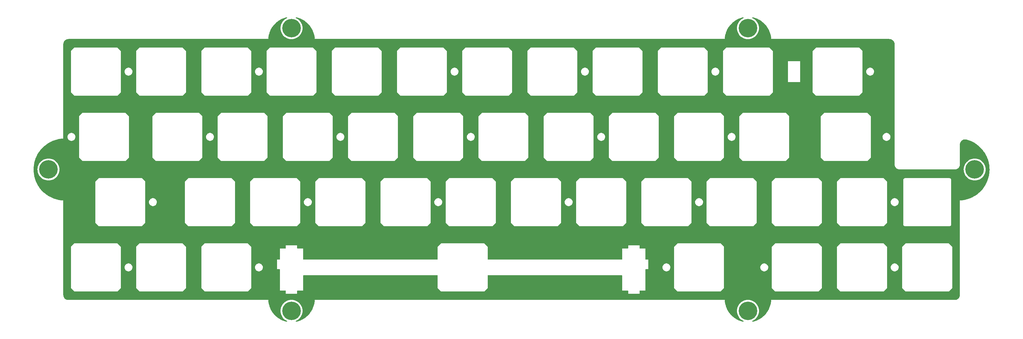
<source format=gbr>
%TF.GenerationSoftware,KiCad,Pcbnew,(7.0.0)*%
%TF.CreationDate,2024-02-19T20:19:12+01:00*%
%TF.ProjectId,plate 625u,706c6174-6520-4363-9235-752e6b696361,rev?*%
%TF.SameCoordinates,Original*%
%TF.FileFunction,Copper,L2,Bot*%
%TF.FilePolarity,Positive*%
%FSLAX46Y46*%
G04 Gerber Fmt 4.6, Leading zero omitted, Abs format (unit mm)*
G04 Created by KiCad (PCBNEW (7.0.0)) date 2024-02-19 20:19:12*
%MOMM*%
%LPD*%
G01*
G04 APERTURE LIST*
%TA.AperFunction,ComponentPad*%
%ADD10C,5.400000*%
%TD*%
G04 APERTURE END LIST*
D10*
%TO.P,,1*%
%TO.N,N/C*%
X217487500Y-121443750D03*
%TD*%
%TO.P,,1*%
%TO.N,N/C*%
X283731249Y-80168749D03*
%TD*%
%TO.P,,1*%
%TO.N,N/C*%
X13131250Y-80168750D03*
%TD*%
%TO.P,,1*%
%TO.N,N/C*%
X84137499Y-121443750D03*
%TD*%
%TO.P,,1*%
%TO.N,N/C*%
X217487500Y-38893751D03*
%TD*%
%TO.P,,1*%
%TO.N,N/C*%
X84137499Y-38893750D03*
%TD*%
%TA.AperFunction,Conductor*%
%TO.N,GND*%
G36*
X216171658Y-35737046D02*
G01*
X216223105Y-35768192D01*
X216253846Y-35819882D01*
X216256650Y-35879958D01*
X216230857Y-35934286D01*
X216182534Y-35970089D01*
X216099885Y-36004324D01*
X216096667Y-36005657D01*
X216093627Y-36007336D01*
X216093623Y-36007339D01*
X215785092Y-36177857D01*
X215785083Y-36177862D01*
X215782048Y-36179540D01*
X215779207Y-36181555D01*
X215779205Y-36181557D01*
X215491723Y-36385537D01*
X215491715Y-36385542D01*
X215488877Y-36387557D01*
X215486288Y-36389870D01*
X215486280Y-36389877D01*
X215223424Y-36624779D01*
X215223415Y-36624787D01*
X215220839Y-36627090D01*
X215218536Y-36629666D01*
X215218528Y-36629675D01*
X214983626Y-36892531D01*
X214983619Y-36892539D01*
X214981306Y-36895128D01*
X214979291Y-36897966D01*
X214979286Y-36897974D01*
X214779866Y-37179030D01*
X214773289Y-37188299D01*
X214771611Y-37191334D01*
X214771606Y-37191343D01*
X214694285Y-37331246D01*
X214599406Y-37502918D01*
X214598079Y-37506121D01*
X214598074Y-37506132D01*
X214463169Y-37831819D01*
X214463164Y-37831831D01*
X214461841Y-37835027D01*
X214460884Y-37838348D01*
X214460879Y-37838363D01*
X214363288Y-38177112D01*
X214363284Y-38177127D01*
X214362327Y-38180451D01*
X214361748Y-38183857D01*
X214361744Y-38183876D01*
X214302694Y-38531419D01*
X214302692Y-38531435D01*
X214302113Y-38534844D01*
X214281957Y-38893751D01*
X214302113Y-39252658D01*
X214302692Y-39256068D01*
X214302694Y-39256082D01*
X214361744Y-39603625D01*
X214361747Y-39603640D01*
X214362327Y-39607051D01*
X214363285Y-39610378D01*
X214363288Y-39610389D01*
X214460879Y-39949138D01*
X214460882Y-39949148D01*
X214461841Y-39952475D01*
X214463166Y-39955675D01*
X214463169Y-39955682D01*
X214595059Y-40274089D01*
X214599406Y-40284584D01*
X214601088Y-40287627D01*
X214771605Y-40596157D01*
X214773289Y-40599203D01*
X214981306Y-40892374D01*
X215220839Y-41160412D01*
X215488877Y-41399945D01*
X215782048Y-41607962D01*
X216096667Y-41781845D01*
X216428776Y-41919410D01*
X216774200Y-42018924D01*
X217128593Y-42079138D01*
X217487500Y-42099294D01*
X217846407Y-42079138D01*
X218200800Y-42018924D01*
X218546224Y-41919410D01*
X218878333Y-41781845D01*
X219192952Y-41607962D01*
X219486123Y-41399945D01*
X219754161Y-41160412D01*
X219993694Y-40892374D01*
X220201711Y-40599203D01*
X220375594Y-40284584D01*
X220513159Y-39952475D01*
X220612673Y-39607051D01*
X220672887Y-39252658D01*
X220693043Y-38893751D01*
X220672887Y-38534844D01*
X220612673Y-38180451D01*
X220513159Y-37835027D01*
X220375594Y-37502918D01*
X220201711Y-37188299D01*
X219993694Y-36895128D01*
X219754161Y-36627090D01*
X219486123Y-36387557D01*
X219192952Y-36179540D01*
X218878333Y-36005657D01*
X218849066Y-35993534D01*
X218792466Y-35970089D01*
X218744143Y-35934286D01*
X218718350Y-35879956D01*
X218721155Y-35819880D01*
X218751897Y-35768190D01*
X218803345Y-35737045D01*
X218863390Y-35733771D01*
X218872727Y-35735571D01*
X218876532Y-35736369D01*
X219138267Y-35795706D01*
X219143484Y-35797009D01*
X219368666Y-35858507D01*
X219372217Y-35859534D01*
X219629061Y-35938213D01*
X219634374Y-35939974D01*
X219854019Y-36018356D01*
X219857176Y-36019534D01*
X220107818Y-36117201D01*
X220113187Y-36119442D01*
X220325752Y-36214098D01*
X220328742Y-36215477D01*
X220571753Y-36331632D01*
X220577160Y-36334382D01*
X220781501Y-36444720D01*
X220784155Y-36446197D01*
X220850229Y-36484045D01*
X221018326Y-36580334D01*
X221023681Y-36583584D01*
X221218530Y-36708829D01*
X221220873Y-36710375D01*
X221444974Y-36861890D01*
X221450284Y-36865688D01*
X221634331Y-37004864D01*
X221636381Y-37006449D01*
X221849279Y-37174709D01*
X221854486Y-37179061D01*
X221949703Y-37263186D01*
X222026650Y-37331169D01*
X222028447Y-37332788D01*
X222228944Y-37517014D01*
X222233981Y-37521912D01*
X222393212Y-37685796D01*
X222394722Y-37687379D01*
X222581890Y-37886944D01*
X222586697Y-37892380D01*
X222731893Y-38066584D01*
X222733135Y-38068098D01*
X222906022Y-38282314D01*
X222910545Y-38288278D01*
X223040892Y-38471377D01*
X223041885Y-38472792D01*
X223199561Y-38700947D01*
X223203748Y-38707428D01*
X223318366Y-38897566D01*
X223319131Y-38898853D01*
X223460827Y-39140461D01*
X223464626Y-39147441D01*
X223562744Y-39342376D01*
X223563307Y-39343510D01*
X223688347Y-39598382D01*
X223691705Y-39605838D01*
X223772602Y-39802560D01*
X223772992Y-39803520D01*
X223880832Y-40072124D01*
X223883698Y-40080028D01*
X223946617Y-40273794D01*
X223946864Y-40274561D01*
X224037198Y-40559039D01*
X224039523Y-40567358D01*
X224083687Y-40749561D01*
X224083822Y-40750121D01*
X224156533Y-41056304D01*
X224158272Y-41064998D01*
X224182459Y-41213331D01*
X224182514Y-41213673D01*
X224238105Y-41560696D01*
X224239223Y-41569840D01*
X224268844Y-41919410D01*
X224281491Y-42068671D01*
X224281459Y-42068750D01*
X224281505Y-42068861D01*
X224281524Y-42069273D01*
X224282013Y-42069250D01*
X258845574Y-42069250D01*
X258854418Y-42069566D01*
X258919775Y-42074240D01*
X259062452Y-42085469D01*
X259079059Y-42087918D01*
X259168505Y-42107375D01*
X259170966Y-42107938D01*
X259282573Y-42134732D01*
X259296934Y-42139117D01*
X259387701Y-42172970D01*
X259391747Y-42174562D01*
X259492816Y-42216425D01*
X259504761Y-42222140D01*
X259591601Y-42269556D01*
X259596879Y-42272612D01*
X259688472Y-42328738D01*
X259697950Y-42335170D01*
X259737087Y-42364467D01*
X259777865Y-42394993D01*
X259784058Y-42399946D01*
X259865106Y-42469166D01*
X259872237Y-42475758D01*
X259943004Y-42546523D01*
X259949613Y-42553672D01*
X260018806Y-42634684D01*
X260023783Y-42640905D01*
X260083589Y-42720794D01*
X260090049Y-42730314D01*
X260146138Y-42821838D01*
X260149242Y-42827200D01*
X260196626Y-42913971D01*
X260202355Y-42925943D01*
X260244208Y-43026978D01*
X260245823Y-43031082D01*
X260279664Y-43121808D01*
X260284056Y-43136193D01*
X260310832Y-43247707D01*
X260311417Y-43250266D01*
X260311421Y-43250282D01*
X260311425Y-43250297D01*
X260330863Y-43339643D01*
X260333316Y-43356297D01*
X260344889Y-43503681D01*
X260344954Y-43504536D01*
X260349184Y-43563642D01*
X260349500Y-43572494D01*
X260349500Y-78668566D01*
X260349476Y-78668750D01*
X260349450Y-78668750D01*
X260349450Y-78668945D01*
X260349450Y-78668946D01*
X260349452Y-78771633D01*
X260349452Y-78771645D01*
X260349453Y-78776069D01*
X260350083Y-78780453D01*
X260350084Y-78780460D01*
X260379374Y-78984129D01*
X260380006Y-78988522D01*
X260381255Y-78992777D01*
X260381256Y-78992779D01*
X260439232Y-79190210D01*
X260439235Y-79190219D01*
X260440482Y-79194464D01*
X260442320Y-79198490D01*
X260442323Y-79198496D01*
X260482777Y-79287071D01*
X260529651Y-79389704D01*
X260532044Y-79393427D01*
X260643303Y-79566543D01*
X260643307Y-79566548D01*
X260645697Y-79570267D01*
X260786258Y-79732477D01*
X260948473Y-79873033D01*
X261129040Y-79989073D01*
X261324283Y-80078235D01*
X261530227Y-80138705D01*
X261742681Y-80169250D01*
X261849901Y-80169250D01*
X261850000Y-80169250D01*
X261850500Y-80169250D01*
X277899500Y-80169250D01*
X277899842Y-80169250D01*
X277900099Y-80169250D01*
X277900179Y-80169216D01*
X277900351Y-80169200D01*
X278002888Y-80169200D01*
X278007316Y-80169200D01*
X278010453Y-80168749D01*
X280525706Y-80168749D01*
X280545862Y-80527656D01*
X280546441Y-80531066D01*
X280546443Y-80531080D01*
X280605493Y-80878623D01*
X280605496Y-80878638D01*
X280606076Y-80882049D01*
X280607034Y-80885376D01*
X280607037Y-80885387D01*
X280704628Y-81224136D01*
X280704631Y-81224146D01*
X280705590Y-81227473D01*
X280706915Y-81230673D01*
X280706918Y-81230680D01*
X280841823Y-81556367D01*
X280841825Y-81556371D01*
X280843155Y-81559582D01*
X281017038Y-81874201D01*
X281225055Y-82167372D01*
X281464588Y-82435410D01*
X281732626Y-82674943D01*
X282025797Y-82882960D01*
X282340416Y-83056843D01*
X282672525Y-83194408D01*
X283017949Y-83293922D01*
X283372342Y-83354136D01*
X283731249Y-83374292D01*
X284090156Y-83354136D01*
X284444549Y-83293922D01*
X284789973Y-83194408D01*
X285122082Y-83056843D01*
X285436701Y-82882960D01*
X285729872Y-82674943D01*
X285997910Y-82435410D01*
X286237443Y-82167372D01*
X286445460Y-81874201D01*
X286619343Y-81559582D01*
X286756908Y-81227473D01*
X286856422Y-80882049D01*
X286916636Y-80527656D01*
X286936792Y-80168749D01*
X286916636Y-79809842D01*
X286856422Y-79455449D01*
X286756908Y-79110025D01*
X286619343Y-78777916D01*
X286445460Y-78463297D01*
X286237443Y-78170126D01*
X285997910Y-77902088D01*
X285729872Y-77662555D01*
X285436701Y-77454538D01*
X285122082Y-77280655D01*
X285118869Y-77279324D01*
X285118867Y-77279323D01*
X284793180Y-77144418D01*
X284793173Y-77144415D01*
X284789973Y-77143090D01*
X284786646Y-77142131D01*
X284786636Y-77142128D01*
X284447887Y-77044537D01*
X284447876Y-77044534D01*
X284444549Y-77043576D01*
X284441138Y-77042996D01*
X284441123Y-77042993D01*
X284093580Y-76983943D01*
X284093566Y-76983941D01*
X284090156Y-76983362D01*
X284086692Y-76983167D01*
X284086688Y-76983167D01*
X283734721Y-76963401D01*
X283731249Y-76963206D01*
X283727777Y-76963401D01*
X283375809Y-76983167D01*
X283375803Y-76983167D01*
X283372342Y-76983362D01*
X283368933Y-76983941D01*
X283368917Y-76983943D01*
X283021374Y-77042993D01*
X283021355Y-77042997D01*
X283017949Y-77043576D01*
X283014625Y-77044533D01*
X283014610Y-77044537D01*
X282675861Y-77142128D01*
X282675846Y-77142133D01*
X282672525Y-77143090D01*
X282669329Y-77144413D01*
X282669317Y-77144418D01*
X282343630Y-77279323D01*
X282343619Y-77279328D01*
X282340416Y-77280655D01*
X282337376Y-77282334D01*
X282337372Y-77282337D01*
X282028841Y-77452855D01*
X282028832Y-77452860D01*
X282025797Y-77454538D01*
X282022956Y-77456553D01*
X282022954Y-77456555D01*
X281735472Y-77660535D01*
X281735471Y-77660536D01*
X281732626Y-77662555D01*
X281730037Y-77664868D01*
X281730029Y-77664875D01*
X281467173Y-77899777D01*
X281467164Y-77899785D01*
X281464588Y-77902088D01*
X281462285Y-77904664D01*
X281462277Y-77904673D01*
X281227375Y-78167529D01*
X281227368Y-78167537D01*
X281225055Y-78170126D01*
X281223040Y-78172964D01*
X281223035Y-78172972D01*
X281019055Y-78460454D01*
X281019053Y-78460456D01*
X281017038Y-78463297D01*
X281015360Y-78466332D01*
X281015355Y-78466341D01*
X280903385Y-78668937D01*
X280843155Y-78777916D01*
X280841828Y-78781119D01*
X280841823Y-78781130D01*
X280706918Y-79106817D01*
X280706918Y-79106818D01*
X280705590Y-79110025D01*
X280704633Y-79113346D01*
X280704628Y-79113361D01*
X280607037Y-79452110D01*
X280607033Y-79452125D01*
X280606076Y-79455449D01*
X280605497Y-79458855D01*
X280605493Y-79458874D01*
X280546443Y-79806417D01*
X280546441Y-79806433D01*
X280545862Y-79809842D01*
X280545667Y-79813303D01*
X280545667Y-79813309D01*
X280530792Y-80078188D01*
X280525706Y-80168749D01*
X278010453Y-80168749D01*
X278219762Y-80138656D01*
X278425700Y-80078188D01*
X278620936Y-79989029D01*
X278801497Y-79872993D01*
X278963706Y-79732442D01*
X279104263Y-79570237D01*
X279220305Y-79389680D01*
X279309471Y-79194447D01*
X279369945Y-78988511D01*
X279400497Y-78776066D01*
X279400500Y-78668750D01*
X279400500Y-78668250D01*
X279400500Y-72869526D01*
X279400856Y-72860134D01*
X279401892Y-72846500D01*
X279405955Y-72793003D01*
X279405995Y-72792508D01*
X279418640Y-72639987D01*
X279421406Y-72622296D01*
X279443060Y-72528758D01*
X279443607Y-72526504D01*
X279473621Y-72408059D01*
X279478626Y-72392631D01*
X279516322Y-72298023D01*
X279517959Y-72294113D01*
X279522287Y-72284253D01*
X279564635Y-72187779D01*
X279571229Y-72174870D01*
X279623979Y-72085012D01*
X279627113Y-72079960D01*
X279689394Y-71984711D01*
X279696923Y-71974401D01*
X279763356Y-71892670D01*
X279768340Y-71886913D01*
X279844793Y-71803946D01*
X279852648Y-71796154D01*
X279930972Y-71725122D01*
X279938112Y-71719123D01*
X280026991Y-71650032D01*
X280034546Y-71644606D01*
X280122748Y-71586195D01*
X280132220Y-71580515D01*
X280231489Y-71526887D01*
X280238270Y-71523491D01*
X280333869Y-71479268D01*
X280345730Y-71474509D01*
X280453414Y-71437642D01*
X280459042Y-71435865D01*
X280559173Y-71406899D01*
X280573291Y-71403698D01*
X280687889Y-71384687D01*
X280691991Y-71384079D01*
X280793055Y-71370874D01*
X280809202Y-71369832D01*
X280931393Y-71369962D01*
X280933652Y-71369988D01*
X281029712Y-71372077D01*
X281047546Y-71373762D01*
X281200498Y-71399483D01*
X281200770Y-71399530D01*
X281263123Y-71410453D01*
X281276166Y-71413473D01*
X281828693Y-71573354D01*
X281836326Y-71575834D01*
X282232338Y-71718820D01*
X282232577Y-71718967D01*
X282232595Y-71718913D01*
X282232870Y-71719012D01*
X282385164Y-71774391D01*
X282392355Y-71777264D01*
X282734694Y-71926598D01*
X282928034Y-72011804D01*
X282934810Y-72015041D01*
X283248083Y-72176610D01*
X283248646Y-72176902D01*
X283454141Y-72284261D01*
X283460541Y-72287851D01*
X283753131Y-72463634D01*
X283753220Y-72463688D01*
X283961265Y-72590607D01*
X283967270Y-72594514D01*
X284241547Y-72784512D01*
X284242336Y-72785064D01*
X284347191Y-72858993D01*
X284425475Y-72914189D01*
X284447197Y-72929504D01*
X284452787Y-72933687D01*
X284643598Y-73085062D01*
X284710201Y-73137900D01*
X284711149Y-73138660D01*
X284909859Y-73299499D01*
X284915034Y-73303928D01*
X285085737Y-73458389D01*
X285156014Y-73521979D01*
X285157048Y-73522925D01*
X285347279Y-73699009D01*
X285352027Y-73703646D01*
X285576466Y-73934885D01*
X285577565Y-73936032D01*
X285757569Y-74126309D01*
X285761878Y-74131108D01*
X285969487Y-74374785D01*
X285970614Y-74376127D01*
X286138973Y-74579568D01*
X286142818Y-74584459D01*
X286283947Y-74773689D01*
X286333230Y-74839769D01*
X286334391Y-74841352D01*
X286489827Y-75056799D01*
X286493260Y-75061812D01*
X286665974Y-75327756D01*
X286667129Y-75329569D01*
X286808664Y-75556003D01*
X286811665Y-75561068D01*
X286870755Y-75666420D01*
X286966271Y-75836720D01*
X286967334Y-75838658D01*
X287033516Y-75962049D01*
X287094093Y-76074993D01*
X287096671Y-76080078D01*
X287232689Y-76364323D01*
X287233755Y-76366610D01*
X287344888Y-76611533D01*
X287347055Y-76616604D01*
X287464086Y-76908350D01*
X287465068Y-76910877D01*
X287560004Y-77163383D01*
X287561771Y-77168410D01*
X287659461Y-77466535D01*
X287660331Y-77469299D01*
X287738475Y-77728057D01*
X287739859Y-77733008D01*
X287817924Y-78036427D01*
X287818655Y-78039423D01*
X287879567Y-78303191D01*
X287880585Y-78308040D01*
X287938758Y-78615506D01*
X287939324Y-78618728D01*
X287982675Y-78886319D01*
X287983347Y-78891038D01*
X288021445Y-79201346D01*
X288021818Y-79204785D01*
X288047360Y-79474929D01*
X288047707Y-79479496D01*
X288065606Y-79791358D01*
X288065762Y-79795000D01*
X288073346Y-80066467D01*
X288073391Y-80070860D01*
X288071049Y-80383104D01*
X288070961Y-80386936D01*
X288060528Y-80658429D01*
X288060295Y-80662628D01*
X288037736Y-80973976D01*
X288037380Y-80977980D01*
X288008971Y-81248207D01*
X288008486Y-81252197D01*
X287965805Y-81561405D01*
X287965160Y-81565561D01*
X287918899Y-81833316D01*
X287918188Y-81837083D01*
X287855544Y-82142977D01*
X287854586Y-82147264D01*
X287790722Y-82411176D01*
X287789813Y-82414706D01*
X287707439Y-82716064D01*
X287706150Y-82720460D01*
X287624973Y-82979421D01*
X287623892Y-82982706D01*
X287522112Y-83278253D01*
X287520474Y-83282729D01*
X287422415Y-83535470D01*
X287421191Y-83538505D01*
X287300341Y-83827164D01*
X287298337Y-83831694D01*
X287183918Y-84076995D01*
X287182580Y-84079774D01*
X287043107Y-84360350D01*
X287040724Y-84364905D01*
X286910479Y-84601751D01*
X286909052Y-84604274D01*
X286751483Y-84875588D01*
X286748710Y-84880136D01*
X286603385Y-85107303D01*
X286601899Y-85109571D01*
X286426722Y-85370646D01*
X286423548Y-85375156D01*
X286263907Y-85591617D01*
X286262388Y-85593633D01*
X286070221Y-85843388D01*
X286066641Y-85847826D01*
X285893584Y-86052536D01*
X285892059Y-86054306D01*
X285683506Y-86291782D01*
X285679516Y-86296113D01*
X285494007Y-86488138D01*
X285492501Y-86489671D01*
X285268255Y-86713883D01*
X285263854Y-86718073D01*
X285067003Y-86896490D01*
X285065538Y-86897796D01*
X284826199Y-87107918D01*
X284821391Y-87111929D01*
X284614480Y-87275849D01*
X284613079Y-87276942D01*
X284359303Y-87472138D01*
X284354091Y-87475936D01*
X284138495Y-87624588D01*
X284137181Y-87625482D01*
X283869500Y-87805030D01*
X283863891Y-87808578D01*
X283641234Y-87941229D01*
X283640026Y-87941939D01*
X283358951Y-88105116D01*
X283352959Y-88108378D01*
X283125291Y-88224303D01*
X283124204Y-88224850D01*
X282829797Y-88371139D01*
X282823434Y-88374079D01*
X282593177Y-88472687D01*
X282592231Y-88473088D01*
X282284371Y-88601920D01*
X282277653Y-88604505D01*
X282048269Y-88685203D01*
X282047475Y-88685479D01*
X281724952Y-88796492D01*
X281717902Y-88798686D01*
X281494744Y-88860915D01*
X281494113Y-88861089D01*
X281153999Y-88953999D01*
X281146639Y-88955770D01*
X280940253Y-88998812D01*
X280939795Y-88998907D01*
X280573913Y-89073774D01*
X280566269Y-89075090D01*
X280405912Y-89097569D01*
X280405634Y-89097608D01*
X279988172Y-89155163D01*
X279980178Y-89156002D01*
X279416016Y-89196789D01*
X279416010Y-89196790D01*
X279400081Y-89197942D01*
X279400000Y-89197909D01*
X279399892Y-89197953D01*
X279399481Y-89197970D01*
X279399500Y-89198457D01*
X279399500Y-89216983D01*
X279399500Y-116764315D01*
X279399184Y-116773167D01*
X279394543Y-116838016D01*
X279394476Y-116838897D01*
X279383273Y-116981186D01*
X279380821Y-116997816D01*
X279361382Y-117087159D01*
X279360790Y-117089746D01*
X279334009Y-117201286D01*
X279329617Y-117215672D01*
X279295773Y-117306405D01*
X279294152Y-117310525D01*
X279252314Y-117411523D01*
X279246585Y-117423496D01*
X279199186Y-117510296D01*
X279196081Y-117515659D01*
X279140012Y-117607151D01*
X279133552Y-117616671D01*
X279073746Y-117696559D01*
X279068769Y-117702781D01*
X278999564Y-117783806D01*
X278992956Y-117790954D01*
X278922222Y-117861687D01*
X278915071Y-117868296D01*
X278834037Y-117937504D01*
X278827816Y-117942481D01*
X278747934Y-118002278D01*
X278738414Y-118008738D01*
X278646912Y-118064809D01*
X278641547Y-118067915D01*
X278554745Y-118115310D01*
X278542773Y-118121037D01*
X278441789Y-118162865D01*
X278437671Y-118164486D01*
X278346927Y-118198332D01*
X278332539Y-118202724D01*
X278221010Y-118229499D01*
X278218421Y-118230091D01*
X278129036Y-118249535D01*
X278112434Y-118251985D01*
X277974787Y-118262847D01*
X277973880Y-118262915D01*
X277906726Y-118267718D01*
X277903718Y-118267934D01*
X277894872Y-118268250D01*
X224282013Y-118268250D01*
X224281524Y-118268227D01*
X224281505Y-118268638D01*
X224281459Y-118268750D01*
X224281491Y-118268828D01*
X224280071Y-118285579D01*
X224280071Y-118285582D01*
X224239223Y-118767659D01*
X224238105Y-118776803D01*
X224182514Y-119123826D01*
X224182459Y-119124168D01*
X224158272Y-119272500D01*
X224156533Y-119281194D01*
X224083822Y-119587377D01*
X224083687Y-119587937D01*
X224039523Y-119770140D01*
X224037198Y-119778459D01*
X223946864Y-120062937D01*
X223946617Y-120063704D01*
X223883698Y-120257470D01*
X223880832Y-120265374D01*
X223772992Y-120533978D01*
X223772602Y-120534938D01*
X223691705Y-120731660D01*
X223688347Y-120739116D01*
X223563307Y-120993988D01*
X223562744Y-120995122D01*
X223464626Y-121190057D01*
X223460827Y-121197037D01*
X223319131Y-121438645D01*
X223318366Y-121439932D01*
X223203748Y-121630070D01*
X223199561Y-121636551D01*
X223041885Y-121864706D01*
X223040892Y-121866121D01*
X222910545Y-122049220D01*
X222906022Y-122055184D01*
X222733135Y-122269400D01*
X222731893Y-122270914D01*
X222586697Y-122445118D01*
X222581890Y-122450554D01*
X222394722Y-122650119D01*
X222393212Y-122651702D01*
X222233981Y-122815586D01*
X222228944Y-122820484D01*
X222028447Y-123004710D01*
X222026650Y-123006329D01*
X221854493Y-123158431D01*
X221849279Y-123162789D01*
X221636381Y-123331049D01*
X221634286Y-123332669D01*
X221450314Y-123471788D01*
X221444974Y-123475608D01*
X221220873Y-123627123D01*
X221218470Y-123628708D01*
X221023728Y-123753885D01*
X221018312Y-123757173D01*
X220784155Y-123891301D01*
X220781438Y-123892813D01*
X220577194Y-124003099D01*
X220571753Y-124005866D01*
X220328785Y-124122001D01*
X220325752Y-124123400D01*
X220113187Y-124218056D01*
X220107767Y-124220318D01*
X219857282Y-124317924D01*
X219853936Y-124319173D01*
X219634395Y-124397517D01*
X219629038Y-124399292D01*
X219372266Y-124477949D01*
X219368615Y-124479006D01*
X219143501Y-124540484D01*
X219138249Y-124541796D01*
X218876588Y-124601117D01*
X218872646Y-124601944D01*
X218863403Y-124603726D01*
X218803352Y-124600450D01*
X218751904Y-124569304D01*
X218721163Y-124517614D01*
X218718359Y-124457538D01*
X218744153Y-124403209D01*
X218792474Y-124367407D01*
X218878333Y-124331844D01*
X219192952Y-124157961D01*
X219486123Y-123949944D01*
X219754161Y-123710411D01*
X219993694Y-123442373D01*
X220201711Y-123149202D01*
X220375594Y-122834583D01*
X220513159Y-122502474D01*
X220612673Y-122157050D01*
X220672887Y-121802657D01*
X220693043Y-121443750D01*
X220672887Y-121084843D01*
X220612673Y-120730450D01*
X220513159Y-120385026D01*
X220375594Y-120052917D01*
X220201711Y-119738298D01*
X219993694Y-119445127D01*
X219754161Y-119177089D01*
X219486123Y-118937556D01*
X219192952Y-118729539D01*
X218878333Y-118555656D01*
X218875122Y-118554326D01*
X218875118Y-118554324D01*
X218549431Y-118419419D01*
X218549424Y-118419416D01*
X218546224Y-118418091D01*
X218542897Y-118417132D01*
X218542887Y-118417129D01*
X218204138Y-118319538D01*
X218204127Y-118319535D01*
X218200800Y-118318577D01*
X218197389Y-118317997D01*
X218197374Y-118317994D01*
X217849831Y-118258944D01*
X217849817Y-118258942D01*
X217846407Y-118258363D01*
X217842943Y-118258168D01*
X217842939Y-118258168D01*
X217511192Y-118239537D01*
X217487500Y-118238207D01*
X217467471Y-118239331D01*
X217132060Y-118258168D01*
X217132054Y-118258168D01*
X217128593Y-118258363D01*
X217125184Y-118258942D01*
X217125168Y-118258944D01*
X216777625Y-118317994D01*
X216777606Y-118317998D01*
X216774200Y-118318577D01*
X216770876Y-118319534D01*
X216770861Y-118319538D01*
X216432112Y-118417129D01*
X216432097Y-118417134D01*
X216428776Y-118418091D01*
X216425580Y-118419414D01*
X216425568Y-118419419D01*
X216099881Y-118554324D01*
X216099870Y-118554329D01*
X216096667Y-118555656D01*
X216093627Y-118557335D01*
X216093623Y-118557338D01*
X215785092Y-118727856D01*
X215785083Y-118727861D01*
X215782048Y-118729539D01*
X215779207Y-118731554D01*
X215779205Y-118731556D01*
X215491723Y-118935536D01*
X215491715Y-118935541D01*
X215488877Y-118937556D01*
X215486288Y-118939869D01*
X215486280Y-118939876D01*
X215223424Y-119174778D01*
X215223415Y-119174786D01*
X215220839Y-119177089D01*
X215218536Y-119179665D01*
X215218528Y-119179674D01*
X214983626Y-119442530D01*
X214983619Y-119442538D01*
X214981306Y-119445127D01*
X214979291Y-119447965D01*
X214979286Y-119447973D01*
X214879976Y-119587937D01*
X214773289Y-119738298D01*
X214771611Y-119741333D01*
X214771606Y-119741342D01*
X214624872Y-120006839D01*
X214599406Y-120052917D01*
X214598079Y-120056120D01*
X214598074Y-120056131D01*
X214463169Y-120381818D01*
X214463164Y-120381830D01*
X214461841Y-120385026D01*
X214460884Y-120388347D01*
X214460879Y-120388362D01*
X214363288Y-120727111D01*
X214363284Y-120727126D01*
X214362327Y-120730450D01*
X214361748Y-120733856D01*
X214361744Y-120733875D01*
X214302694Y-121081418D01*
X214302692Y-121081434D01*
X214302113Y-121084843D01*
X214281957Y-121443750D01*
X214282152Y-121447222D01*
X214292784Y-121636551D01*
X214302113Y-121802657D01*
X214302692Y-121806067D01*
X214302694Y-121806081D01*
X214361744Y-122153624D01*
X214361747Y-122153639D01*
X214362327Y-122157050D01*
X214363285Y-122160377D01*
X214363288Y-122160388D01*
X214460879Y-122499137D01*
X214460882Y-122499147D01*
X214461841Y-122502474D01*
X214463166Y-122505674D01*
X214463169Y-122505681D01*
X214591537Y-122815586D01*
X214599406Y-122834583D01*
X214773289Y-123149202D01*
X214981306Y-123442373D01*
X215220839Y-123710411D01*
X215488877Y-123949944D01*
X215782048Y-124157961D01*
X216096667Y-124331844D01*
X216182525Y-124367407D01*
X216230846Y-124403208D01*
X216256640Y-124457536D01*
X216253838Y-124517611D01*
X216223098Y-124569302D01*
X216171652Y-124600449D01*
X216111602Y-124603727D01*
X216102357Y-124601945D01*
X216098410Y-124601117D01*
X215836749Y-124541796D01*
X215831497Y-124540484D01*
X215606383Y-124479006D01*
X215602732Y-124477949D01*
X215345960Y-124399292D01*
X215340603Y-124397517D01*
X215121062Y-124319173D01*
X215117746Y-124317935D01*
X214867224Y-124220315D01*
X214861811Y-124218056D01*
X214649246Y-124123400D01*
X214646213Y-124122001D01*
X214403245Y-124005866D01*
X214397804Y-124003099D01*
X214303103Y-123951963D01*
X214193552Y-123892808D01*
X214190843Y-123891301D01*
X213956686Y-123757173D01*
X213951296Y-123753901D01*
X213756510Y-123628696D01*
X213754125Y-123627123D01*
X213530024Y-123475608D01*
X213524701Y-123471800D01*
X213340695Y-123332656D01*
X213338617Y-123331049D01*
X213125719Y-123162789D01*
X213120505Y-123158431D01*
X212948348Y-123006329D01*
X212946551Y-123004710D01*
X212746054Y-122820484D01*
X212741017Y-122815586D01*
X212581786Y-122651702D01*
X212580276Y-122650119D01*
X212393108Y-122450554D01*
X212388313Y-122445132D01*
X212243079Y-122270883D01*
X212241863Y-122269400D01*
X212068976Y-122055184D01*
X212064453Y-122049220D01*
X212039225Y-122013782D01*
X211934048Y-121866038D01*
X211933168Y-121864784D01*
X211775437Y-121636551D01*
X211771250Y-121630070D01*
X211656632Y-121439932D01*
X211655867Y-121438645D01*
X211514171Y-121197037D01*
X211510372Y-121190057D01*
X211412254Y-120995122D01*
X211411691Y-120993988D01*
X211286651Y-120739116D01*
X211283293Y-120731660D01*
X211202396Y-120534938D01*
X211202069Y-120534134D01*
X211094159Y-120265355D01*
X211091300Y-120257470D01*
X211028381Y-120063704D01*
X211028191Y-120063114D01*
X210937789Y-119778420D01*
X210935482Y-119770165D01*
X210891223Y-119587572D01*
X210818463Y-119281187D01*
X210816726Y-119272499D01*
X210800792Y-119174778D01*
X210792520Y-119124040D01*
X210736892Y-118776793D01*
X210735776Y-118767659D01*
X210732403Y-118727856D01*
X210693508Y-118268828D01*
X210693541Y-118268750D01*
X210693494Y-118268638D01*
X210693476Y-118268227D01*
X210692987Y-118268250D01*
X90932013Y-118268250D01*
X90931524Y-118268227D01*
X90931505Y-118268638D01*
X90931459Y-118268750D01*
X90931491Y-118268828D01*
X90930071Y-118285579D01*
X90930071Y-118285582D01*
X90889223Y-118767659D01*
X90888105Y-118776803D01*
X90832514Y-119123826D01*
X90832459Y-119124168D01*
X90808272Y-119272500D01*
X90806533Y-119281194D01*
X90733822Y-119587377D01*
X90733687Y-119587937D01*
X90689523Y-119770140D01*
X90687198Y-119778459D01*
X90596864Y-120062937D01*
X90596617Y-120063704D01*
X90533698Y-120257470D01*
X90530832Y-120265374D01*
X90422992Y-120533978D01*
X90422602Y-120534938D01*
X90341705Y-120731660D01*
X90338347Y-120739116D01*
X90213307Y-120993988D01*
X90212744Y-120995122D01*
X90114626Y-121190057D01*
X90110827Y-121197037D01*
X89969131Y-121438645D01*
X89968366Y-121439932D01*
X89853748Y-121630070D01*
X89849561Y-121636551D01*
X89691885Y-121864706D01*
X89690892Y-121866121D01*
X89560545Y-122049220D01*
X89556022Y-122055184D01*
X89383135Y-122269400D01*
X89381893Y-122270914D01*
X89236697Y-122445118D01*
X89231890Y-122450554D01*
X89044722Y-122650119D01*
X89043212Y-122651702D01*
X88883981Y-122815586D01*
X88878944Y-122820484D01*
X88678447Y-123004710D01*
X88676650Y-123006329D01*
X88504493Y-123158431D01*
X88499279Y-123162789D01*
X88286381Y-123331049D01*
X88284286Y-123332669D01*
X88100314Y-123471788D01*
X88094974Y-123475608D01*
X87870873Y-123627123D01*
X87868470Y-123628708D01*
X87673728Y-123753885D01*
X87668312Y-123757173D01*
X87434155Y-123891301D01*
X87431438Y-123892813D01*
X87227194Y-124003099D01*
X87221753Y-124005866D01*
X86978785Y-124122001D01*
X86975752Y-124123400D01*
X86763187Y-124218056D01*
X86757767Y-124220318D01*
X86507282Y-124317924D01*
X86503936Y-124319173D01*
X86284395Y-124397517D01*
X86279038Y-124399292D01*
X86022266Y-124477949D01*
X86018615Y-124479006D01*
X85793501Y-124540484D01*
X85788249Y-124541796D01*
X85526588Y-124601117D01*
X85522641Y-124601945D01*
X85513396Y-124603727D01*
X85453345Y-124600449D01*
X85401900Y-124569302D01*
X85371160Y-124517611D01*
X85368358Y-124457536D01*
X85394152Y-124403208D01*
X85442473Y-124367407D01*
X85528332Y-124331844D01*
X85842951Y-124157961D01*
X86136122Y-123949944D01*
X86404160Y-123710411D01*
X86643693Y-123442373D01*
X86851710Y-123149202D01*
X87025593Y-122834583D01*
X87163158Y-122502474D01*
X87262672Y-122157050D01*
X87322886Y-121802657D01*
X87343042Y-121443750D01*
X87322886Y-121084843D01*
X87262672Y-120730450D01*
X87163158Y-120385026D01*
X87025593Y-120052917D01*
X86851710Y-119738298D01*
X86643693Y-119445127D01*
X86404160Y-119177089D01*
X86136122Y-118937556D01*
X85842951Y-118729539D01*
X85528332Y-118555656D01*
X85525121Y-118554326D01*
X85525117Y-118554324D01*
X85199430Y-118419419D01*
X85199423Y-118419416D01*
X85196223Y-118418091D01*
X85192896Y-118417132D01*
X85192886Y-118417129D01*
X84854137Y-118319538D01*
X84854126Y-118319535D01*
X84850799Y-118318577D01*
X84847388Y-118317997D01*
X84847373Y-118317994D01*
X84499830Y-118258944D01*
X84499816Y-118258942D01*
X84496406Y-118258363D01*
X84492942Y-118258168D01*
X84492938Y-118258168D01*
X84161191Y-118239537D01*
X84137499Y-118238207D01*
X84117470Y-118239331D01*
X83782059Y-118258168D01*
X83782053Y-118258168D01*
X83778592Y-118258363D01*
X83775183Y-118258942D01*
X83775167Y-118258944D01*
X83427624Y-118317994D01*
X83427605Y-118317998D01*
X83424199Y-118318577D01*
X83420875Y-118319534D01*
X83420860Y-118319538D01*
X83082111Y-118417129D01*
X83082096Y-118417134D01*
X83078775Y-118418091D01*
X83075579Y-118419414D01*
X83075567Y-118419419D01*
X82749880Y-118554324D01*
X82749869Y-118554329D01*
X82746666Y-118555656D01*
X82743626Y-118557335D01*
X82743622Y-118557338D01*
X82435091Y-118727856D01*
X82435082Y-118727861D01*
X82432047Y-118729539D01*
X82429206Y-118731554D01*
X82429204Y-118731556D01*
X82141722Y-118935536D01*
X82141714Y-118935541D01*
X82138876Y-118937556D01*
X82136287Y-118939869D01*
X82136279Y-118939876D01*
X81873423Y-119174778D01*
X81873414Y-119174786D01*
X81870838Y-119177089D01*
X81868535Y-119179665D01*
X81868527Y-119179674D01*
X81633625Y-119442530D01*
X81633618Y-119442538D01*
X81631305Y-119445127D01*
X81629290Y-119447965D01*
X81629285Y-119447973D01*
X81529975Y-119587937D01*
X81423288Y-119738298D01*
X81421610Y-119741333D01*
X81421605Y-119741342D01*
X81274871Y-120006839D01*
X81249405Y-120052917D01*
X81248078Y-120056120D01*
X81248073Y-120056131D01*
X81113168Y-120381818D01*
X81113163Y-120381830D01*
X81111840Y-120385026D01*
X81110883Y-120388347D01*
X81110878Y-120388362D01*
X81013287Y-120727111D01*
X81013283Y-120727126D01*
X81012326Y-120730450D01*
X81011747Y-120733856D01*
X81011743Y-120733875D01*
X80952693Y-121081418D01*
X80952691Y-121081434D01*
X80952112Y-121084843D01*
X80931956Y-121443750D01*
X80932151Y-121447222D01*
X80942783Y-121636551D01*
X80952112Y-121802657D01*
X80952691Y-121806067D01*
X80952693Y-121806081D01*
X81011743Y-122153624D01*
X81011746Y-122153639D01*
X81012326Y-122157050D01*
X81013284Y-122160377D01*
X81013287Y-122160388D01*
X81110878Y-122499137D01*
X81110881Y-122499147D01*
X81111840Y-122502474D01*
X81113165Y-122505674D01*
X81113168Y-122505681D01*
X81241536Y-122815586D01*
X81249405Y-122834583D01*
X81423288Y-123149202D01*
X81631305Y-123442373D01*
X81870838Y-123710411D01*
X82138876Y-123949944D01*
X82432047Y-124157961D01*
X82746666Y-124331844D01*
X82749887Y-124333178D01*
X82832522Y-124367407D01*
X82880845Y-124403209D01*
X82906639Y-124457538D01*
X82903835Y-124517614D01*
X82873094Y-124569304D01*
X82821646Y-124600450D01*
X82761595Y-124603725D01*
X82752356Y-124601944D01*
X82748410Y-124601117D01*
X82486749Y-124541796D01*
X82481497Y-124540484D01*
X82256383Y-124479006D01*
X82252732Y-124477949D01*
X81995960Y-124399292D01*
X81990603Y-124397517D01*
X81771062Y-124319173D01*
X81767746Y-124317935D01*
X81517224Y-124220315D01*
X81511811Y-124218056D01*
X81299246Y-124123400D01*
X81296213Y-124122001D01*
X81053245Y-124005866D01*
X81047804Y-124003099D01*
X80953103Y-123951963D01*
X80843552Y-123892808D01*
X80840843Y-123891301D01*
X80606686Y-123757173D01*
X80601296Y-123753901D01*
X80406510Y-123628696D01*
X80404125Y-123627123D01*
X80180024Y-123475608D01*
X80174701Y-123471800D01*
X79990695Y-123332656D01*
X79988617Y-123331049D01*
X79775719Y-123162789D01*
X79770505Y-123158431D01*
X79598348Y-123006329D01*
X79596551Y-123004710D01*
X79396054Y-122820484D01*
X79391017Y-122815586D01*
X79231786Y-122651702D01*
X79230276Y-122650119D01*
X79043108Y-122450554D01*
X79038313Y-122445132D01*
X78893079Y-122270883D01*
X78891863Y-122269400D01*
X78718976Y-122055184D01*
X78714453Y-122049220D01*
X78689225Y-122013782D01*
X78584048Y-121866038D01*
X78583168Y-121864784D01*
X78425437Y-121636551D01*
X78421250Y-121630070D01*
X78306632Y-121439932D01*
X78305867Y-121438645D01*
X78164171Y-121197037D01*
X78160372Y-121190057D01*
X78062254Y-120995122D01*
X78061691Y-120993988D01*
X77936651Y-120739116D01*
X77933293Y-120731660D01*
X77852396Y-120534938D01*
X77852069Y-120534134D01*
X77744159Y-120265355D01*
X77741300Y-120257470D01*
X77678381Y-120063704D01*
X77678191Y-120063114D01*
X77587789Y-119778420D01*
X77585482Y-119770165D01*
X77541223Y-119587572D01*
X77468463Y-119281187D01*
X77466726Y-119272499D01*
X77450792Y-119174778D01*
X77442520Y-119124040D01*
X77386892Y-118776793D01*
X77385776Y-118767659D01*
X77382403Y-118727856D01*
X77343508Y-118268828D01*
X77343541Y-118268750D01*
X77343494Y-118268638D01*
X77343476Y-118268227D01*
X77342987Y-118268250D01*
X18966928Y-118268250D01*
X18958083Y-118267934D01*
X18949066Y-118267289D01*
X18893315Y-118263301D01*
X18892434Y-118263235D01*
X18750057Y-118252030D01*
X18733429Y-118249578D01*
X18644071Y-118230140D01*
X18641481Y-118229548D01*
X18529937Y-118202769D01*
X18515551Y-118198377D01*
X18424834Y-118164542D01*
X18420716Y-118162922D01*
X18319697Y-118121080D01*
X18307723Y-118115351D01*
X18220926Y-118067958D01*
X18215595Y-118064872D01*
X18124037Y-118008767D01*
X18114541Y-118002323D01*
X18034633Y-117942505D01*
X18028434Y-117937546D01*
X17947390Y-117868331D01*
X17940261Y-117861740D01*
X17869494Y-117790975D01*
X17862892Y-117783833D01*
X17793689Y-117702811D01*
X17788715Y-117696593D01*
X17728909Y-117616704D01*
X17722449Y-117607184D01*
X17666360Y-117515660D01*
X17663256Y-117510298D01*
X17651997Y-117489680D01*
X17615866Y-117423516D01*
X17610151Y-117411572D01*
X17568267Y-117310462D01*
X17566696Y-117306471D01*
X17532830Y-117215678D01*
X17528446Y-117201318D01*
X17501645Y-117089701D01*
X17501087Y-117087260D01*
X17481632Y-116997837D01*
X17479182Y-116981209D01*
X17467567Y-116833284D01*
X17463316Y-116773869D01*
X17463000Y-116765022D01*
X17463000Y-114743750D01*
X19686958Y-114743750D01*
X19687076Y-114744033D01*
X19687117Y-114744133D01*
X19687215Y-114744173D01*
X20687075Y-115744032D01*
X20687117Y-115744133D01*
X20687217Y-115744174D01*
X20687500Y-115744292D01*
X20687601Y-115744250D01*
X33287399Y-115744250D01*
X33287500Y-115744292D01*
X33287784Y-115744174D01*
X33287784Y-115744173D01*
X33287883Y-115744133D01*
X33287923Y-115744034D01*
X34287782Y-114744174D01*
X34287883Y-114744133D01*
X34287940Y-114743993D01*
X34288042Y-114743750D01*
X38736958Y-114743750D01*
X38737076Y-114744033D01*
X38737117Y-114744133D01*
X38737215Y-114744173D01*
X39737075Y-115744032D01*
X39737117Y-115744133D01*
X39737217Y-115744174D01*
X39737500Y-115744292D01*
X39737601Y-115744250D01*
X52337399Y-115744250D01*
X52337500Y-115744292D01*
X52337784Y-115744174D01*
X52337784Y-115744173D01*
X52337883Y-115744133D01*
X52337923Y-115744034D01*
X53337782Y-114744174D01*
X53337883Y-114744133D01*
X53337940Y-114743993D01*
X53338042Y-114743750D01*
X57786958Y-114743750D01*
X57787076Y-114744033D01*
X57787117Y-114744133D01*
X57787215Y-114744173D01*
X58787075Y-115744032D01*
X58787117Y-115744133D01*
X58787217Y-115744174D01*
X58787500Y-115744292D01*
X58787601Y-115744250D01*
X71387399Y-115744250D01*
X71387500Y-115744292D01*
X71387784Y-115744174D01*
X71387784Y-115744173D01*
X71387883Y-115744133D01*
X71387923Y-115744034D01*
X72387782Y-114744174D01*
X72387883Y-114744133D01*
X72387940Y-114743993D01*
X72388042Y-114743750D01*
X72388000Y-114743649D01*
X72388000Y-108743750D01*
X73457071Y-108743750D01*
X73476744Y-108956060D01*
X73478312Y-108961571D01*
X73478314Y-108961581D01*
X73533524Y-109155620D01*
X73533526Y-109155626D01*
X73535095Y-109161139D01*
X73630134Y-109352005D01*
X73758628Y-109522157D01*
X73916198Y-109665802D01*
X74097481Y-109778048D01*
X74296302Y-109855071D01*
X74505890Y-109894250D01*
X74713381Y-109894250D01*
X74719110Y-109894250D01*
X74928698Y-109855071D01*
X75127519Y-109778048D01*
X75308802Y-109665802D01*
X75466372Y-109522157D01*
X75594866Y-109352005D01*
X75649139Y-109243010D01*
X79942859Y-109243010D01*
X79942900Y-109243109D01*
X79943017Y-109243393D01*
X79943400Y-109243551D01*
X79943499Y-109243510D01*
X80644400Y-109243510D01*
X80706400Y-109260123D01*
X80751787Y-109305510D01*
X80768400Y-109367510D01*
X80768400Y-115512981D01*
X80768359Y-115513080D01*
X80768400Y-115513179D01*
X80768517Y-115513463D01*
X80768900Y-115513621D01*
X80768999Y-115513580D01*
X82369700Y-115513580D01*
X82431700Y-115530193D01*
X82477087Y-115575580D01*
X82493700Y-115637580D01*
X82493700Y-116494141D01*
X82493659Y-116494240D01*
X82493700Y-116494339D01*
X82493817Y-116494623D01*
X82494200Y-116494781D01*
X82494299Y-116494740D01*
X85793101Y-116494740D01*
X85793200Y-116494781D01*
X85793583Y-116494623D01*
X85793700Y-116494339D01*
X85793741Y-116494240D01*
X85793700Y-116494141D01*
X85793700Y-115637580D01*
X85810313Y-115575580D01*
X85855700Y-115530193D01*
X85917700Y-115513580D01*
X87518401Y-115513580D01*
X87518500Y-115513621D01*
X87518883Y-115513463D01*
X87519000Y-115513179D01*
X87519041Y-115513080D01*
X87519000Y-115512981D01*
X87519000Y-111168620D01*
X87535613Y-111106620D01*
X87581000Y-111061233D01*
X87643000Y-111044620D01*
X126720844Y-111044620D01*
X126782860Y-111061242D01*
X126828250Y-111106652D01*
X126844843Y-111168673D01*
X126843250Y-114743648D01*
X126843208Y-114743750D01*
X126843326Y-114744033D01*
X126843367Y-114744133D01*
X126843465Y-114744173D01*
X127843325Y-115744032D01*
X127843367Y-115744133D01*
X127843467Y-115744174D01*
X127843750Y-115744292D01*
X127843851Y-115744250D01*
X140443649Y-115744250D01*
X140443750Y-115744292D01*
X140444034Y-115744174D01*
X140444034Y-115744173D01*
X140444133Y-115744133D01*
X140444173Y-115744034D01*
X141444032Y-114744174D01*
X141444133Y-114744133D01*
X141444190Y-114743993D01*
X141444292Y-114743750D01*
X141444250Y-114743649D01*
X141445843Y-111168565D01*
X141462475Y-111106588D01*
X141507860Y-111061224D01*
X141569844Y-111044620D01*
X180643600Y-111044620D01*
X180705600Y-111061233D01*
X180750987Y-111106620D01*
X180767600Y-111168620D01*
X180767600Y-115512981D01*
X180767559Y-115513080D01*
X180767600Y-115513179D01*
X180767717Y-115513463D01*
X180768100Y-115513621D01*
X180768199Y-115513580D01*
X182368600Y-115513580D01*
X182430600Y-115530193D01*
X182475987Y-115575580D01*
X182492600Y-115637580D01*
X182492600Y-116494141D01*
X182492559Y-116494240D01*
X182492600Y-116494339D01*
X182492717Y-116494623D01*
X182493100Y-116494781D01*
X182493199Y-116494740D01*
X185793001Y-116494740D01*
X185793100Y-116494781D01*
X185793483Y-116494623D01*
X185793600Y-116494339D01*
X185793641Y-116494240D01*
X185793600Y-116494141D01*
X185793600Y-115637580D01*
X185810213Y-115575580D01*
X185855600Y-115530193D01*
X185917600Y-115513580D01*
X187518001Y-115513580D01*
X187518100Y-115513621D01*
X187518483Y-115513463D01*
X187518600Y-115513179D01*
X187518641Y-115513080D01*
X187518600Y-115512981D01*
X187518600Y-114743750D01*
X195899458Y-114743750D01*
X195899576Y-114744033D01*
X195899617Y-114744133D01*
X195899715Y-114744173D01*
X196899575Y-115744032D01*
X196899617Y-115744133D01*
X196899717Y-115744174D01*
X196900000Y-115744292D01*
X196900101Y-115744250D01*
X209499899Y-115744250D01*
X209500000Y-115744292D01*
X209500284Y-115744174D01*
X209500284Y-115744173D01*
X209500383Y-115744133D01*
X209500423Y-115744034D01*
X210500282Y-114744174D01*
X210500383Y-114744133D01*
X210500440Y-114743993D01*
X210500542Y-114743750D01*
X224474458Y-114743750D01*
X224474576Y-114744033D01*
X224474617Y-114744133D01*
X224474715Y-114744173D01*
X225474575Y-115744032D01*
X225474617Y-115744133D01*
X225474717Y-115744174D01*
X225475000Y-115744292D01*
X225475101Y-115744250D01*
X238074899Y-115744250D01*
X238075000Y-115744292D01*
X238075284Y-115744174D01*
X238075284Y-115744173D01*
X238075383Y-115744133D01*
X238075423Y-115744034D01*
X239075282Y-114744174D01*
X239075383Y-114744133D01*
X239075440Y-114743993D01*
X239075542Y-114743750D01*
X243524458Y-114743750D01*
X243524576Y-114744033D01*
X243524617Y-114744133D01*
X243524715Y-114744173D01*
X244524575Y-115744032D01*
X244524617Y-115744133D01*
X244524717Y-115744174D01*
X244525000Y-115744292D01*
X244525101Y-115744250D01*
X257124899Y-115744250D01*
X257125000Y-115744292D01*
X257125284Y-115744174D01*
X257125284Y-115744173D01*
X257125383Y-115744133D01*
X257125423Y-115744034D01*
X258125282Y-114744174D01*
X258125383Y-114744133D01*
X258125440Y-114743993D01*
X258125542Y-114743750D01*
X262574458Y-114743750D01*
X262574576Y-114744033D01*
X262574617Y-114744133D01*
X262574715Y-114744173D01*
X263574575Y-115744032D01*
X263574617Y-115744133D01*
X263574717Y-115744174D01*
X263575000Y-115744292D01*
X263575101Y-115744250D01*
X276174899Y-115744250D01*
X276175000Y-115744292D01*
X276175284Y-115744174D01*
X276175284Y-115744173D01*
X276175383Y-115744133D01*
X276175423Y-115744034D01*
X277175282Y-114744174D01*
X277175383Y-114744133D01*
X277175440Y-114743993D01*
X277175542Y-114743750D01*
X277175500Y-114743649D01*
X277175500Y-102743851D01*
X277175542Y-102743750D01*
X277175424Y-102743467D01*
X277175383Y-102743367D01*
X277175282Y-102743325D01*
X276175423Y-101743465D01*
X276175383Y-101743367D01*
X276175284Y-101743326D01*
X276175000Y-101743208D01*
X276174899Y-101743250D01*
X263575101Y-101743250D01*
X263575000Y-101743208D01*
X263574756Y-101743309D01*
X263574617Y-101743367D01*
X263574575Y-101743467D01*
X263566296Y-101751745D01*
X263566290Y-101751750D01*
X262583060Y-102734979D01*
X262583055Y-102734985D01*
X262574715Y-102743326D01*
X262574617Y-102743367D01*
X262574576Y-102743465D01*
X262574576Y-102743466D01*
X262574458Y-102743750D01*
X262574500Y-102743851D01*
X262574500Y-114743649D01*
X262574458Y-114743750D01*
X258125542Y-114743750D01*
X258125500Y-114743649D01*
X258125500Y-108743750D01*
X259194571Y-108743750D01*
X259214244Y-108956060D01*
X259215812Y-108961571D01*
X259215814Y-108961581D01*
X259271024Y-109155620D01*
X259271026Y-109155626D01*
X259272595Y-109161139D01*
X259367634Y-109352005D01*
X259496128Y-109522157D01*
X259653698Y-109665802D01*
X259834981Y-109778048D01*
X260033802Y-109855071D01*
X260243390Y-109894250D01*
X260450881Y-109894250D01*
X260456610Y-109894250D01*
X260666198Y-109855071D01*
X260865019Y-109778048D01*
X261046302Y-109665802D01*
X261203872Y-109522157D01*
X261332366Y-109352005D01*
X261427405Y-109161139D01*
X261485756Y-108956060D01*
X261505429Y-108743750D01*
X261485756Y-108531440D01*
X261427405Y-108326361D01*
X261332366Y-108135495D01*
X261203872Y-107965343D01*
X261046302Y-107821698D01*
X261041438Y-107818686D01*
X261041435Y-107818684D01*
X260869890Y-107712468D01*
X260869889Y-107712467D01*
X260865019Y-107709452D01*
X260859681Y-107707384D01*
X260859677Y-107707382D01*
X260671545Y-107634500D01*
X260671540Y-107634498D01*
X260666198Y-107632429D01*
X260660560Y-107631375D01*
X260462239Y-107594302D01*
X260462236Y-107594301D01*
X260456610Y-107593250D01*
X260243390Y-107593250D01*
X260237764Y-107594301D01*
X260237760Y-107594302D01*
X260039439Y-107631375D01*
X260039436Y-107631375D01*
X260033802Y-107632429D01*
X260028461Y-107634497D01*
X260028454Y-107634500D01*
X259840322Y-107707382D01*
X259840313Y-107707386D01*
X259834981Y-107709452D01*
X259830114Y-107712465D01*
X259830109Y-107712468D01*
X259658564Y-107818684D01*
X259658555Y-107818690D01*
X259653698Y-107821698D01*
X259649475Y-107825547D01*
X259649468Y-107825553D01*
X259500360Y-107961484D01*
X259500354Y-107961489D01*
X259496128Y-107965343D01*
X259492681Y-107969906D01*
X259492675Y-107969914D01*
X259371086Y-108130923D01*
X259371083Y-108130927D01*
X259367634Y-108135495D01*
X259365082Y-108140620D01*
X259365079Y-108140625D01*
X259275153Y-108321223D01*
X259272595Y-108326361D01*
X259271027Y-108331869D01*
X259271024Y-108331879D01*
X259215814Y-108525918D01*
X259215811Y-108525929D01*
X259214244Y-108531440D01*
X259194571Y-108743750D01*
X258125500Y-108743750D01*
X258125500Y-102743851D01*
X258125542Y-102743750D01*
X258125424Y-102743467D01*
X258125383Y-102743367D01*
X258125282Y-102743325D01*
X257125423Y-101743465D01*
X257125383Y-101743367D01*
X257125284Y-101743326D01*
X257125000Y-101743208D01*
X257124899Y-101743250D01*
X244525101Y-101743250D01*
X244525000Y-101743208D01*
X244524756Y-101743309D01*
X244524617Y-101743367D01*
X244524575Y-101743467D01*
X244516296Y-101751745D01*
X244516290Y-101751750D01*
X243533060Y-102734979D01*
X243533055Y-102734985D01*
X243524715Y-102743326D01*
X243524617Y-102743367D01*
X243524576Y-102743465D01*
X243524576Y-102743466D01*
X243524458Y-102743750D01*
X243524500Y-102743851D01*
X243524500Y-114743649D01*
X243524458Y-114743750D01*
X239075542Y-114743750D01*
X239075500Y-114743649D01*
X239075500Y-102743851D01*
X239075542Y-102743750D01*
X239075424Y-102743467D01*
X239075383Y-102743367D01*
X239075282Y-102743325D01*
X238075423Y-101743465D01*
X238075383Y-101743367D01*
X238075284Y-101743326D01*
X238075000Y-101743208D01*
X238074899Y-101743250D01*
X225475101Y-101743250D01*
X225475000Y-101743208D01*
X225474756Y-101743309D01*
X225474617Y-101743367D01*
X225474575Y-101743467D01*
X225466296Y-101751745D01*
X225466290Y-101751750D01*
X224483060Y-102734979D01*
X224483055Y-102734985D01*
X224474715Y-102743326D01*
X224474617Y-102743367D01*
X224474576Y-102743465D01*
X224474576Y-102743466D01*
X224474458Y-102743750D01*
X224474500Y-102743851D01*
X224474500Y-114743649D01*
X224474458Y-114743750D01*
X210500542Y-114743750D01*
X210500500Y-114743649D01*
X210500500Y-108743750D01*
X221094571Y-108743750D01*
X221114244Y-108956060D01*
X221115812Y-108961571D01*
X221115814Y-108961581D01*
X221171024Y-109155620D01*
X221171026Y-109155626D01*
X221172595Y-109161139D01*
X221267634Y-109352005D01*
X221396128Y-109522157D01*
X221553698Y-109665802D01*
X221734981Y-109778048D01*
X221933802Y-109855071D01*
X222143390Y-109894250D01*
X222350881Y-109894250D01*
X222356610Y-109894250D01*
X222566198Y-109855071D01*
X222765019Y-109778048D01*
X222946302Y-109665802D01*
X223103872Y-109522157D01*
X223232366Y-109352005D01*
X223327405Y-109161139D01*
X223385756Y-108956060D01*
X223405429Y-108743750D01*
X223385756Y-108531440D01*
X223327405Y-108326361D01*
X223232366Y-108135495D01*
X223103872Y-107965343D01*
X222946302Y-107821698D01*
X222941438Y-107818686D01*
X222941435Y-107818684D01*
X222769890Y-107712468D01*
X222769889Y-107712467D01*
X222765019Y-107709452D01*
X222759681Y-107707384D01*
X222759677Y-107707382D01*
X222571545Y-107634500D01*
X222571540Y-107634498D01*
X222566198Y-107632429D01*
X222560560Y-107631375D01*
X222362239Y-107594302D01*
X222362236Y-107594301D01*
X222356610Y-107593250D01*
X222143390Y-107593250D01*
X222137764Y-107594301D01*
X222137760Y-107594302D01*
X221939439Y-107631375D01*
X221939436Y-107631375D01*
X221933802Y-107632429D01*
X221928461Y-107634497D01*
X221928454Y-107634500D01*
X221740322Y-107707382D01*
X221740313Y-107707386D01*
X221734981Y-107709452D01*
X221730114Y-107712465D01*
X221730109Y-107712468D01*
X221558564Y-107818684D01*
X221558555Y-107818690D01*
X221553698Y-107821698D01*
X221549475Y-107825547D01*
X221549468Y-107825553D01*
X221400360Y-107961484D01*
X221400354Y-107961489D01*
X221396128Y-107965343D01*
X221392681Y-107969906D01*
X221392675Y-107969914D01*
X221271086Y-108130923D01*
X221271083Y-108130927D01*
X221267634Y-108135495D01*
X221265082Y-108140620D01*
X221265079Y-108140625D01*
X221175153Y-108321223D01*
X221172595Y-108326361D01*
X221171027Y-108331869D01*
X221171024Y-108331879D01*
X221115814Y-108525918D01*
X221115811Y-108525929D01*
X221114244Y-108531440D01*
X221094571Y-108743750D01*
X210500500Y-108743750D01*
X210500500Y-102743851D01*
X210500542Y-102743750D01*
X210500424Y-102743467D01*
X210500383Y-102743367D01*
X210500282Y-102743325D01*
X209500423Y-101743465D01*
X209500383Y-101743367D01*
X209500284Y-101743326D01*
X209500000Y-101743208D01*
X209499899Y-101743250D01*
X196900101Y-101743250D01*
X196900000Y-101743208D01*
X196899756Y-101743309D01*
X196899617Y-101743367D01*
X196899575Y-101743467D01*
X196891296Y-101751745D01*
X196891290Y-101751750D01*
X195908060Y-102734979D01*
X195908055Y-102734985D01*
X195899715Y-102743326D01*
X195899617Y-102743367D01*
X195899576Y-102743465D01*
X195899576Y-102743466D01*
X195899458Y-102743750D01*
X195899500Y-102743851D01*
X195899500Y-114743649D01*
X195899458Y-114743750D01*
X187518600Y-114743750D01*
X187518600Y-109367510D01*
X187535213Y-109305510D01*
X187580600Y-109260123D01*
X187642600Y-109243510D01*
X188344001Y-109243510D01*
X188344100Y-109243551D01*
X188344483Y-109243393D01*
X188344600Y-109243109D01*
X188344641Y-109243010D01*
X188344600Y-109242911D01*
X188344600Y-108743750D01*
X192519571Y-108743750D01*
X192539244Y-108956060D01*
X192540812Y-108961571D01*
X192540814Y-108961581D01*
X192596024Y-109155620D01*
X192596026Y-109155626D01*
X192597595Y-109161139D01*
X192692634Y-109352005D01*
X192821128Y-109522157D01*
X192978698Y-109665802D01*
X193159981Y-109778048D01*
X193358802Y-109855071D01*
X193568390Y-109894250D01*
X193775881Y-109894250D01*
X193781610Y-109894250D01*
X193991198Y-109855071D01*
X194190019Y-109778048D01*
X194371302Y-109665802D01*
X194528872Y-109522157D01*
X194657366Y-109352005D01*
X194752405Y-109161139D01*
X194810756Y-108956060D01*
X194830429Y-108743750D01*
X194810756Y-108531440D01*
X194752405Y-108326361D01*
X194657366Y-108135495D01*
X194528872Y-107965343D01*
X194371302Y-107821698D01*
X194366438Y-107818686D01*
X194366435Y-107818684D01*
X194194890Y-107712468D01*
X194194889Y-107712467D01*
X194190019Y-107709452D01*
X194184681Y-107707384D01*
X194184677Y-107707382D01*
X193996545Y-107634500D01*
X193996540Y-107634498D01*
X193991198Y-107632429D01*
X193985560Y-107631375D01*
X193787239Y-107594302D01*
X193787236Y-107594301D01*
X193781610Y-107593250D01*
X193568390Y-107593250D01*
X193562764Y-107594301D01*
X193562760Y-107594302D01*
X193364439Y-107631375D01*
X193364436Y-107631375D01*
X193358802Y-107632429D01*
X193353461Y-107634497D01*
X193353454Y-107634500D01*
X193165322Y-107707382D01*
X193165313Y-107707386D01*
X193159981Y-107709452D01*
X193155114Y-107712465D01*
X193155109Y-107712468D01*
X192983564Y-107818684D01*
X192983555Y-107818690D01*
X192978698Y-107821698D01*
X192974475Y-107825547D01*
X192974468Y-107825553D01*
X192825360Y-107961484D01*
X192825354Y-107961489D01*
X192821128Y-107965343D01*
X192817681Y-107969906D01*
X192817675Y-107969914D01*
X192696086Y-108130923D01*
X192696083Y-108130927D01*
X192692634Y-108135495D01*
X192690082Y-108140620D01*
X192690079Y-108140625D01*
X192600153Y-108321223D01*
X192597595Y-108326361D01*
X192596027Y-108331869D01*
X192596024Y-108331879D01*
X192540814Y-108525918D01*
X192540811Y-108525929D01*
X192539244Y-108531440D01*
X192519571Y-108743750D01*
X188344600Y-108743750D01*
X188344600Y-106444349D01*
X188344641Y-106444250D01*
X188344483Y-106443867D01*
X188344199Y-106443750D01*
X188344100Y-106443709D01*
X188344001Y-106443750D01*
X187642600Y-106443750D01*
X187580600Y-106427137D01*
X187535213Y-106381750D01*
X187518600Y-106319750D01*
X187518600Y-103226075D01*
X187518600Y-103214149D01*
X187518641Y-103214050D01*
X187518483Y-103213667D01*
X187518199Y-103213550D01*
X187518100Y-103213509D01*
X187518001Y-103213550D01*
X185917600Y-103213550D01*
X185855600Y-103196937D01*
X185810213Y-103151550D01*
X185793600Y-103089550D01*
X185793600Y-102304175D01*
X185793600Y-102292249D01*
X185793641Y-102292150D01*
X185793483Y-102291767D01*
X185793199Y-102291650D01*
X185793100Y-102291609D01*
X185793001Y-102291650D01*
X182493199Y-102291650D01*
X182493100Y-102291609D01*
X182493001Y-102291650D01*
X182492717Y-102291767D01*
X182492559Y-102292150D01*
X182492600Y-102292249D01*
X182492600Y-102304175D01*
X182492600Y-103089550D01*
X182475987Y-103151550D01*
X182430600Y-103196937D01*
X182368600Y-103213550D01*
X180768199Y-103213550D01*
X180768100Y-103213509D01*
X180768001Y-103213550D01*
X180767717Y-103213667D01*
X180767559Y-103214050D01*
X180767600Y-103214149D01*
X180767600Y-103226075D01*
X180767600Y-106319750D01*
X180750987Y-106381750D01*
X180705600Y-106427137D01*
X180643600Y-106443750D01*
X141566656Y-106443750D01*
X141504640Y-106427128D01*
X141459250Y-106381718D01*
X141442656Y-106319695D01*
X141444249Y-102743851D01*
X141444292Y-102743750D01*
X141444174Y-102743467D01*
X141444173Y-102743466D01*
X141444133Y-102743368D01*
X141444033Y-102743326D01*
X140444173Y-101743465D01*
X140444133Y-101743367D01*
X140444034Y-101743326D01*
X140443750Y-101743208D01*
X140443649Y-101743250D01*
X127843851Y-101743250D01*
X127843750Y-101743208D01*
X127843506Y-101743309D01*
X127843367Y-101743367D01*
X127843325Y-101743467D01*
X127835046Y-101751745D01*
X127835040Y-101751750D01*
X126851810Y-102734979D01*
X126851805Y-102734985D01*
X126843465Y-102743326D01*
X126843367Y-102743367D01*
X126843326Y-102743465D01*
X126843326Y-102743466D01*
X126843208Y-102743750D01*
X126843249Y-102743850D01*
X126843243Y-102755595D01*
X126843243Y-102755599D01*
X126841656Y-106319805D01*
X126825025Y-106381782D01*
X126779640Y-106427146D01*
X126717656Y-106443750D01*
X87643000Y-106443750D01*
X87581000Y-106427137D01*
X87535613Y-106381750D01*
X87519000Y-106319750D01*
X87519000Y-103226075D01*
X87519000Y-103214149D01*
X87519041Y-103214050D01*
X87518883Y-103213667D01*
X87518599Y-103213550D01*
X87518500Y-103213509D01*
X87518401Y-103213550D01*
X85917700Y-103213550D01*
X85855700Y-103196937D01*
X85810313Y-103151550D01*
X85793700Y-103089550D01*
X85793700Y-102304175D01*
X85793700Y-102292249D01*
X85793741Y-102292150D01*
X85793583Y-102291767D01*
X85793299Y-102291650D01*
X85793200Y-102291609D01*
X85793101Y-102291650D01*
X82494299Y-102291650D01*
X82494200Y-102291609D01*
X82494101Y-102291650D01*
X82493817Y-102291767D01*
X82493659Y-102292150D01*
X82493700Y-102292249D01*
X82493700Y-102304175D01*
X82493700Y-103089550D01*
X82477087Y-103151550D01*
X82431700Y-103196937D01*
X82369700Y-103213550D01*
X80768999Y-103213550D01*
X80768900Y-103213509D01*
X80768801Y-103213550D01*
X80768517Y-103213667D01*
X80768359Y-103214050D01*
X80768400Y-103214149D01*
X80768400Y-103226075D01*
X80768400Y-106319750D01*
X80751787Y-106381750D01*
X80706400Y-106427137D01*
X80644400Y-106443750D01*
X79943499Y-106443750D01*
X79943400Y-106443709D01*
X79943301Y-106443750D01*
X79943017Y-106443867D01*
X79942859Y-106444250D01*
X79942900Y-106444349D01*
X79942900Y-109242911D01*
X79942859Y-109243010D01*
X75649139Y-109243010D01*
X75689905Y-109161139D01*
X75748256Y-108956060D01*
X75767929Y-108743750D01*
X75748256Y-108531440D01*
X75689905Y-108326361D01*
X75594866Y-108135495D01*
X75466372Y-107965343D01*
X75308802Y-107821698D01*
X75303938Y-107818686D01*
X75303935Y-107818684D01*
X75132390Y-107712468D01*
X75132389Y-107712467D01*
X75127519Y-107709452D01*
X75122181Y-107707384D01*
X75122177Y-107707382D01*
X74934045Y-107634500D01*
X74934040Y-107634498D01*
X74928698Y-107632429D01*
X74923060Y-107631375D01*
X74724739Y-107594302D01*
X74724736Y-107594301D01*
X74719110Y-107593250D01*
X74505890Y-107593250D01*
X74500264Y-107594301D01*
X74500260Y-107594302D01*
X74301939Y-107631375D01*
X74301936Y-107631375D01*
X74296302Y-107632429D01*
X74290961Y-107634497D01*
X74290954Y-107634500D01*
X74102822Y-107707382D01*
X74102813Y-107707386D01*
X74097481Y-107709452D01*
X74092614Y-107712465D01*
X74092609Y-107712468D01*
X73921064Y-107818684D01*
X73921055Y-107818690D01*
X73916198Y-107821698D01*
X73911975Y-107825547D01*
X73911968Y-107825553D01*
X73762860Y-107961484D01*
X73762854Y-107961489D01*
X73758628Y-107965343D01*
X73755181Y-107969906D01*
X73755175Y-107969914D01*
X73633586Y-108130923D01*
X73633583Y-108130927D01*
X73630134Y-108135495D01*
X73627582Y-108140620D01*
X73627579Y-108140625D01*
X73537653Y-108321223D01*
X73535095Y-108326361D01*
X73533527Y-108331869D01*
X73533524Y-108331879D01*
X73478314Y-108525918D01*
X73478311Y-108525929D01*
X73476744Y-108531440D01*
X73457071Y-108743750D01*
X72388000Y-108743750D01*
X72388000Y-102743851D01*
X72388042Y-102743750D01*
X72387924Y-102743467D01*
X72387883Y-102743367D01*
X72387782Y-102743325D01*
X71387923Y-101743465D01*
X71387883Y-101743367D01*
X71387784Y-101743326D01*
X71387500Y-101743208D01*
X71387399Y-101743250D01*
X58787601Y-101743250D01*
X58787500Y-101743208D01*
X58787256Y-101743309D01*
X58787117Y-101743367D01*
X58787075Y-101743467D01*
X58778796Y-101751745D01*
X58778790Y-101751750D01*
X57795560Y-102734979D01*
X57795555Y-102734985D01*
X57787215Y-102743326D01*
X57787117Y-102743367D01*
X57787076Y-102743465D01*
X57787076Y-102743466D01*
X57786958Y-102743750D01*
X57787000Y-102743851D01*
X57787000Y-114743649D01*
X57786958Y-114743750D01*
X53338042Y-114743750D01*
X53338000Y-114743649D01*
X53338000Y-102743851D01*
X53338042Y-102743750D01*
X53337924Y-102743467D01*
X53337883Y-102743367D01*
X53337782Y-102743325D01*
X52337923Y-101743465D01*
X52337883Y-101743367D01*
X52337784Y-101743326D01*
X52337500Y-101743208D01*
X52337399Y-101743250D01*
X39737601Y-101743250D01*
X39737500Y-101743208D01*
X39737256Y-101743309D01*
X39737117Y-101743367D01*
X39737075Y-101743467D01*
X39728796Y-101751745D01*
X39728790Y-101751750D01*
X38745560Y-102734979D01*
X38745555Y-102734985D01*
X38737215Y-102743326D01*
X38737117Y-102743367D01*
X38737076Y-102743465D01*
X38737076Y-102743466D01*
X38736958Y-102743750D01*
X38737000Y-102743851D01*
X38737000Y-114743649D01*
X38736958Y-114743750D01*
X34288042Y-114743750D01*
X34288000Y-114743649D01*
X34288000Y-108743750D01*
X35357071Y-108743750D01*
X35376744Y-108956060D01*
X35378312Y-108961571D01*
X35378314Y-108961581D01*
X35433524Y-109155620D01*
X35433526Y-109155626D01*
X35435095Y-109161139D01*
X35530134Y-109352005D01*
X35658628Y-109522157D01*
X35816198Y-109665802D01*
X35997481Y-109778048D01*
X36196302Y-109855071D01*
X36405890Y-109894250D01*
X36613381Y-109894250D01*
X36619110Y-109894250D01*
X36828698Y-109855071D01*
X37027519Y-109778048D01*
X37208802Y-109665802D01*
X37366372Y-109522157D01*
X37494866Y-109352005D01*
X37589905Y-109161139D01*
X37648256Y-108956060D01*
X37667929Y-108743750D01*
X37648256Y-108531440D01*
X37589905Y-108326361D01*
X37494866Y-108135495D01*
X37366372Y-107965343D01*
X37208802Y-107821698D01*
X37203938Y-107818686D01*
X37203935Y-107818684D01*
X37032390Y-107712468D01*
X37032389Y-107712467D01*
X37027519Y-107709452D01*
X37022181Y-107707384D01*
X37022177Y-107707382D01*
X36834045Y-107634500D01*
X36834040Y-107634498D01*
X36828698Y-107632429D01*
X36823060Y-107631375D01*
X36624739Y-107594302D01*
X36624736Y-107594301D01*
X36619110Y-107593250D01*
X36405890Y-107593250D01*
X36400264Y-107594301D01*
X36400260Y-107594302D01*
X36201939Y-107631375D01*
X36201936Y-107631375D01*
X36196302Y-107632429D01*
X36190961Y-107634497D01*
X36190954Y-107634500D01*
X36002822Y-107707382D01*
X36002813Y-107707386D01*
X35997481Y-107709452D01*
X35992614Y-107712465D01*
X35992609Y-107712468D01*
X35821064Y-107818684D01*
X35821055Y-107818690D01*
X35816198Y-107821698D01*
X35811975Y-107825547D01*
X35811968Y-107825553D01*
X35662860Y-107961484D01*
X35662854Y-107961489D01*
X35658628Y-107965343D01*
X35655181Y-107969906D01*
X35655175Y-107969914D01*
X35533586Y-108130923D01*
X35533583Y-108130927D01*
X35530134Y-108135495D01*
X35527582Y-108140620D01*
X35527579Y-108140625D01*
X35437653Y-108321223D01*
X35435095Y-108326361D01*
X35433527Y-108331869D01*
X35433524Y-108331879D01*
X35378314Y-108525918D01*
X35378311Y-108525929D01*
X35376744Y-108531440D01*
X35357071Y-108743750D01*
X34288000Y-108743750D01*
X34288000Y-102743851D01*
X34288042Y-102743750D01*
X34287924Y-102743467D01*
X34287883Y-102743367D01*
X34287782Y-102743325D01*
X33287923Y-101743465D01*
X33287883Y-101743367D01*
X33287784Y-101743326D01*
X33287500Y-101743208D01*
X33287399Y-101743250D01*
X20687601Y-101743250D01*
X20687500Y-101743208D01*
X20687256Y-101743309D01*
X20687117Y-101743367D01*
X20687075Y-101743467D01*
X20678796Y-101751745D01*
X20678790Y-101751750D01*
X19695560Y-102734979D01*
X19695555Y-102734985D01*
X19687215Y-102743326D01*
X19687117Y-102743367D01*
X19687076Y-102743465D01*
X19687076Y-102743466D01*
X19686958Y-102743750D01*
X19687000Y-102743851D01*
X19687000Y-114743649D01*
X19686958Y-114743750D01*
X17463000Y-114743750D01*
X17463000Y-95693750D01*
X26830708Y-95693750D01*
X26830826Y-95694033D01*
X26830867Y-95694133D01*
X26830965Y-95694173D01*
X27830825Y-96694032D01*
X27830867Y-96694133D01*
X27830967Y-96694174D01*
X27831250Y-96694292D01*
X27831351Y-96694250D01*
X40431149Y-96694250D01*
X40431250Y-96694292D01*
X40431534Y-96694174D01*
X40431534Y-96694173D01*
X40431633Y-96694133D01*
X40431673Y-96694034D01*
X41431532Y-95694174D01*
X41431633Y-95694133D01*
X41431690Y-95693993D01*
X41431792Y-95693750D01*
X53024458Y-95693750D01*
X53024576Y-95694033D01*
X53024617Y-95694133D01*
X53024715Y-95694173D01*
X54024575Y-96694032D01*
X54024617Y-96694133D01*
X54024717Y-96694174D01*
X54025000Y-96694292D01*
X54025101Y-96694250D01*
X66624899Y-96694250D01*
X66625000Y-96694292D01*
X66625284Y-96694174D01*
X66625284Y-96694173D01*
X66625383Y-96694133D01*
X66625423Y-96694034D01*
X67625282Y-95694174D01*
X67625383Y-95694133D01*
X67625440Y-95693993D01*
X67625542Y-95693750D01*
X72074458Y-95693750D01*
X72074576Y-95694033D01*
X72074617Y-95694133D01*
X72074715Y-95694173D01*
X73074575Y-96694032D01*
X73074617Y-96694133D01*
X73074717Y-96694174D01*
X73075000Y-96694292D01*
X73075101Y-96694250D01*
X85674899Y-96694250D01*
X85675000Y-96694292D01*
X85675284Y-96694174D01*
X85675284Y-96694173D01*
X85675383Y-96694133D01*
X85675423Y-96694034D01*
X86675282Y-95694174D01*
X86675383Y-95694133D01*
X86675440Y-95693993D01*
X86675542Y-95693750D01*
X91124458Y-95693750D01*
X91124576Y-95694033D01*
X91124617Y-95694133D01*
X91124715Y-95694173D01*
X92124575Y-96694032D01*
X92124617Y-96694133D01*
X92124717Y-96694174D01*
X92125000Y-96694292D01*
X92125101Y-96694250D01*
X104724899Y-96694250D01*
X104725000Y-96694292D01*
X104725284Y-96694174D01*
X104725284Y-96694173D01*
X104725383Y-96694133D01*
X104725423Y-96694034D01*
X105725282Y-95694174D01*
X105725383Y-95694133D01*
X105725440Y-95693993D01*
X105725542Y-95693750D01*
X110174458Y-95693750D01*
X110174576Y-95694033D01*
X110174617Y-95694133D01*
X110174715Y-95694173D01*
X111174575Y-96694032D01*
X111174617Y-96694133D01*
X111174717Y-96694174D01*
X111175000Y-96694292D01*
X111175101Y-96694250D01*
X123774899Y-96694250D01*
X123775000Y-96694292D01*
X123775284Y-96694174D01*
X123775284Y-96694173D01*
X123775383Y-96694133D01*
X123775423Y-96694034D01*
X124775282Y-95694174D01*
X124775383Y-95694133D01*
X124775440Y-95693993D01*
X124775542Y-95693750D01*
X129224458Y-95693750D01*
X129224576Y-95694033D01*
X129224617Y-95694133D01*
X129224715Y-95694173D01*
X130224575Y-96694032D01*
X130224617Y-96694133D01*
X130224717Y-96694174D01*
X130225000Y-96694292D01*
X130225101Y-96694250D01*
X142824899Y-96694250D01*
X142825000Y-96694292D01*
X142825284Y-96694174D01*
X142825284Y-96694173D01*
X142825383Y-96694133D01*
X142825423Y-96694034D01*
X143825282Y-95694174D01*
X143825383Y-95694133D01*
X143825440Y-95693993D01*
X143825542Y-95693750D01*
X148274458Y-95693750D01*
X148274576Y-95694033D01*
X148274617Y-95694133D01*
X148274715Y-95694173D01*
X149274575Y-96694032D01*
X149274617Y-96694133D01*
X149274717Y-96694174D01*
X149275000Y-96694292D01*
X149275101Y-96694250D01*
X161874899Y-96694250D01*
X161875000Y-96694292D01*
X161875284Y-96694174D01*
X161875284Y-96694173D01*
X161875383Y-96694133D01*
X161875423Y-96694034D01*
X162875282Y-95694174D01*
X162875383Y-95694133D01*
X162875440Y-95693993D01*
X162875542Y-95693750D01*
X167324458Y-95693750D01*
X167324576Y-95694033D01*
X167324617Y-95694133D01*
X167324715Y-95694173D01*
X168324575Y-96694032D01*
X168324617Y-96694133D01*
X168324717Y-96694174D01*
X168325000Y-96694292D01*
X168325101Y-96694250D01*
X180924899Y-96694250D01*
X180925000Y-96694292D01*
X180925284Y-96694174D01*
X180925284Y-96694173D01*
X180925383Y-96694133D01*
X180925423Y-96694034D01*
X181925282Y-95694174D01*
X181925383Y-95694133D01*
X181925440Y-95693993D01*
X181925542Y-95693750D01*
X186374458Y-95693750D01*
X186374576Y-95694033D01*
X186374617Y-95694133D01*
X186374715Y-95694173D01*
X187374575Y-96694032D01*
X187374617Y-96694133D01*
X187374717Y-96694174D01*
X187375000Y-96694292D01*
X187375101Y-96694250D01*
X199974899Y-96694250D01*
X199975000Y-96694292D01*
X199975284Y-96694174D01*
X199975284Y-96694173D01*
X199975383Y-96694133D01*
X199975423Y-96694034D01*
X200975282Y-95694174D01*
X200975383Y-95694133D01*
X200975440Y-95693993D01*
X200975542Y-95693750D01*
X205424458Y-95693750D01*
X205424576Y-95694033D01*
X205424617Y-95694133D01*
X205424715Y-95694173D01*
X206424575Y-96694032D01*
X206424617Y-96694133D01*
X206424717Y-96694174D01*
X206425000Y-96694292D01*
X206425101Y-96694250D01*
X219024899Y-96694250D01*
X219025000Y-96694292D01*
X219025284Y-96694174D01*
X219025284Y-96694173D01*
X219025383Y-96694133D01*
X219025423Y-96694034D01*
X220025282Y-95694174D01*
X220025383Y-95694133D01*
X220025440Y-95693993D01*
X220025542Y-95693750D01*
X224474458Y-95693750D01*
X224474576Y-95694033D01*
X224474617Y-95694133D01*
X224474715Y-95694173D01*
X225474575Y-96694032D01*
X225474617Y-96694133D01*
X225474717Y-96694174D01*
X225475000Y-96694292D01*
X225475101Y-96694250D01*
X238074899Y-96694250D01*
X238075000Y-96694292D01*
X238075284Y-96694174D01*
X238075284Y-96694173D01*
X238075383Y-96694133D01*
X238075423Y-96694034D01*
X239075282Y-95694174D01*
X239075383Y-95694133D01*
X239075440Y-95693993D01*
X239075542Y-95693750D01*
X243524458Y-95693750D01*
X243524576Y-95694033D01*
X243524617Y-95694133D01*
X243524715Y-95694173D01*
X244524575Y-96694032D01*
X244524617Y-96694133D01*
X244524717Y-96694174D01*
X244525000Y-96694292D01*
X244525101Y-96694250D01*
X257124899Y-96694250D01*
X257125000Y-96694292D01*
X257125284Y-96694174D01*
X257125284Y-96694173D01*
X257125383Y-96694133D01*
X257125423Y-96694034D01*
X257625706Y-96193750D01*
X262874450Y-96193750D01*
X262874456Y-96250145D01*
X262876004Y-96256923D01*
X262876005Y-96256931D01*
X262898013Y-96353318D01*
X262899563Y-96360105D01*
X262948508Y-96461721D01*
X263018836Y-96549900D01*
X263107022Y-96620219D01*
X263208643Y-96669154D01*
X263318605Y-96694250D01*
X263374901Y-96694250D01*
X263375000Y-96694250D01*
X263375500Y-96694250D01*
X276374500Y-96694250D01*
X276374842Y-96694250D01*
X276375099Y-96694250D01*
X276375179Y-96694216D01*
X276375351Y-96694200D01*
X276424426Y-96694200D01*
X276431389Y-96694200D01*
X276541340Y-96669106D01*
X276642952Y-96620177D01*
X276731129Y-96549864D01*
X276801450Y-96461694D01*
X276850390Y-96360088D01*
X276875495Y-96250139D01*
X276875500Y-96193750D01*
X276875500Y-96193250D01*
X276875500Y-83193924D01*
X276875522Y-83193750D01*
X276875550Y-83193750D01*
X276875544Y-83137355D01*
X276850437Y-83027395D01*
X276801492Y-82925779D01*
X276731164Y-82837600D01*
X276725719Y-82833258D01*
X276725717Y-82833256D01*
X276648422Y-82771622D01*
X276648421Y-82771621D01*
X276642978Y-82767281D01*
X276594040Y-82743715D01*
X276547629Y-82721366D01*
X276547627Y-82721365D01*
X276541357Y-82718346D01*
X276534576Y-82716798D01*
X276534572Y-82716797D01*
X276438184Y-82694799D01*
X276438180Y-82694798D01*
X276431395Y-82693250D01*
X276375099Y-82693250D01*
X263374901Y-82693250D01*
X263374820Y-82693283D01*
X263374649Y-82693300D01*
X263318611Y-82693300D01*
X263311827Y-82694848D01*
X263311820Y-82694849D01*
X263215453Y-82716843D01*
X263215447Y-82716844D01*
X263208660Y-82718394D01*
X263202389Y-82721413D01*
X263202382Y-82721416D01*
X263113324Y-82764300D01*
X263113317Y-82764303D01*
X263107048Y-82767323D01*
X263101609Y-82771659D01*
X263101601Y-82771665D01*
X263024317Y-82833292D01*
X263024310Y-82833298D01*
X263018871Y-82837636D01*
X263014529Y-82843079D01*
X263014527Y-82843082D01*
X262952891Y-82920362D01*
X262952887Y-82920367D01*
X262948550Y-82925806D01*
X262945530Y-82932075D01*
X262945528Y-82932079D01*
X262902633Y-83021134D01*
X262902630Y-83021140D01*
X262899610Y-83027412D01*
X262898060Y-83034196D01*
X262898059Y-83034202D01*
X262880079Y-83112950D01*
X262874505Y-83137361D01*
X262874504Y-83144317D01*
X262874504Y-83144321D01*
X262874500Y-83193650D01*
X262874500Y-96193576D01*
X262874477Y-96193750D01*
X262874450Y-96193750D01*
X257625706Y-96193750D01*
X258125282Y-95694174D01*
X258125383Y-95694133D01*
X258125440Y-95693993D01*
X258125542Y-95693750D01*
X258125500Y-95693649D01*
X258125500Y-89693750D01*
X259194571Y-89693750D01*
X259214244Y-89906060D01*
X259215812Y-89911571D01*
X259215814Y-89911581D01*
X259271024Y-90105620D01*
X259271026Y-90105626D01*
X259272595Y-90111139D01*
X259367634Y-90302005D01*
X259496128Y-90472157D01*
X259653698Y-90615802D01*
X259834981Y-90728048D01*
X260033802Y-90805071D01*
X260243390Y-90844250D01*
X260450881Y-90844250D01*
X260456610Y-90844250D01*
X260666198Y-90805071D01*
X260865019Y-90728048D01*
X261046302Y-90615802D01*
X261203872Y-90472157D01*
X261332366Y-90302005D01*
X261427405Y-90111139D01*
X261485756Y-89906060D01*
X261505429Y-89693750D01*
X261485756Y-89481440D01*
X261427405Y-89276361D01*
X261332366Y-89085495D01*
X261203872Y-88915343D01*
X261081670Y-88803940D01*
X261050531Y-88775553D01*
X261050529Y-88775551D01*
X261046302Y-88771698D01*
X261041438Y-88768686D01*
X261041435Y-88768684D01*
X260869890Y-88662468D01*
X260869889Y-88662467D01*
X260865019Y-88659452D01*
X260859681Y-88657384D01*
X260859677Y-88657382D01*
X260671545Y-88584500D01*
X260671540Y-88584498D01*
X260666198Y-88582429D01*
X260660560Y-88581375D01*
X260462239Y-88544302D01*
X260462236Y-88544301D01*
X260456610Y-88543250D01*
X260243390Y-88543250D01*
X260237764Y-88544301D01*
X260237760Y-88544302D01*
X260039439Y-88581375D01*
X260039436Y-88581375D01*
X260033802Y-88582429D01*
X260028461Y-88584497D01*
X260028454Y-88584500D01*
X259840322Y-88657382D01*
X259840313Y-88657386D01*
X259834981Y-88659452D01*
X259830114Y-88662465D01*
X259830109Y-88662468D01*
X259658564Y-88768684D01*
X259658555Y-88768690D01*
X259653698Y-88771698D01*
X259649475Y-88775547D01*
X259649468Y-88775553D01*
X259500360Y-88911484D01*
X259500354Y-88911489D01*
X259496128Y-88915343D01*
X259492681Y-88919906D01*
X259492675Y-88919914D01*
X259371086Y-89080923D01*
X259371083Y-89080927D01*
X259367634Y-89085495D01*
X259365082Y-89090620D01*
X259365079Y-89090625D01*
X259303262Y-89214772D01*
X259272595Y-89276361D01*
X259271027Y-89281869D01*
X259271024Y-89281879D01*
X259215814Y-89475918D01*
X259215811Y-89475929D01*
X259214244Y-89481440D01*
X259194571Y-89693750D01*
X258125500Y-89693750D01*
X258125500Y-83693851D01*
X258125542Y-83693750D01*
X258125424Y-83693467D01*
X258125383Y-83693367D01*
X258125282Y-83693325D01*
X257125423Y-82693465D01*
X257125383Y-82693367D01*
X257125284Y-82693326D01*
X257125000Y-82693208D01*
X257124899Y-82693250D01*
X244525101Y-82693250D01*
X244525000Y-82693208D01*
X244524756Y-82693309D01*
X244524617Y-82693367D01*
X244524575Y-82693467D01*
X244516296Y-82701745D01*
X244516290Y-82701750D01*
X243533060Y-83684979D01*
X243533055Y-83684985D01*
X243524715Y-83693326D01*
X243524617Y-83693367D01*
X243524576Y-83693465D01*
X243524576Y-83693466D01*
X243524458Y-83693750D01*
X243524500Y-83693851D01*
X243524500Y-95693649D01*
X243524458Y-95693750D01*
X239075542Y-95693750D01*
X239075500Y-95693649D01*
X239075500Y-83693851D01*
X239075542Y-83693750D01*
X239075424Y-83693467D01*
X239075383Y-83693367D01*
X239075282Y-83693325D01*
X238075423Y-82693465D01*
X238075383Y-82693367D01*
X238075284Y-82693326D01*
X238075000Y-82693208D01*
X238074899Y-82693250D01*
X225475101Y-82693250D01*
X225475000Y-82693208D01*
X225474756Y-82693309D01*
X225474617Y-82693367D01*
X225474575Y-82693467D01*
X225466296Y-82701745D01*
X225466290Y-82701750D01*
X224483060Y-83684979D01*
X224483055Y-83684985D01*
X224474715Y-83693326D01*
X224474617Y-83693367D01*
X224474576Y-83693465D01*
X224474576Y-83693466D01*
X224474458Y-83693750D01*
X224474500Y-83693851D01*
X224474500Y-95693649D01*
X224474458Y-95693750D01*
X220025542Y-95693750D01*
X220025500Y-95693649D01*
X220025500Y-83693851D01*
X220025542Y-83693750D01*
X220025424Y-83693467D01*
X220025383Y-83693367D01*
X220025282Y-83693325D01*
X219025423Y-82693465D01*
X219025383Y-82693367D01*
X219025284Y-82693326D01*
X219025000Y-82693208D01*
X219024899Y-82693250D01*
X206425101Y-82693250D01*
X206425000Y-82693208D01*
X206424756Y-82693309D01*
X206424617Y-82693367D01*
X206424575Y-82693467D01*
X206416296Y-82701745D01*
X206416290Y-82701750D01*
X205433060Y-83684979D01*
X205433055Y-83684985D01*
X205424715Y-83693326D01*
X205424617Y-83693367D01*
X205424576Y-83693465D01*
X205424576Y-83693466D01*
X205424458Y-83693750D01*
X205424500Y-83693851D01*
X205424500Y-95693649D01*
X205424458Y-95693750D01*
X200975542Y-95693750D01*
X200975500Y-95693649D01*
X200975500Y-89693750D01*
X202044571Y-89693750D01*
X202064244Y-89906060D01*
X202065812Y-89911571D01*
X202065814Y-89911581D01*
X202121024Y-90105620D01*
X202121026Y-90105626D01*
X202122595Y-90111139D01*
X202217634Y-90302005D01*
X202346128Y-90472157D01*
X202503698Y-90615802D01*
X202684981Y-90728048D01*
X202883802Y-90805071D01*
X203093390Y-90844250D01*
X203300881Y-90844250D01*
X203306610Y-90844250D01*
X203516198Y-90805071D01*
X203715019Y-90728048D01*
X203896302Y-90615802D01*
X204053872Y-90472157D01*
X204182366Y-90302005D01*
X204277405Y-90111139D01*
X204335756Y-89906060D01*
X204355429Y-89693750D01*
X204335756Y-89481440D01*
X204277405Y-89276361D01*
X204182366Y-89085495D01*
X204053872Y-88915343D01*
X203931670Y-88803940D01*
X203900531Y-88775553D01*
X203900529Y-88775551D01*
X203896302Y-88771698D01*
X203891438Y-88768686D01*
X203891435Y-88768684D01*
X203719890Y-88662468D01*
X203719889Y-88662467D01*
X203715019Y-88659452D01*
X203709681Y-88657384D01*
X203709677Y-88657382D01*
X203521545Y-88584500D01*
X203521540Y-88584498D01*
X203516198Y-88582429D01*
X203510560Y-88581375D01*
X203312239Y-88544302D01*
X203312236Y-88544301D01*
X203306610Y-88543250D01*
X203093390Y-88543250D01*
X203087764Y-88544301D01*
X203087760Y-88544302D01*
X202889439Y-88581375D01*
X202889436Y-88581375D01*
X202883802Y-88582429D01*
X202878461Y-88584497D01*
X202878454Y-88584500D01*
X202690322Y-88657382D01*
X202690313Y-88657386D01*
X202684981Y-88659452D01*
X202680114Y-88662465D01*
X202680109Y-88662468D01*
X202508564Y-88768684D01*
X202508555Y-88768690D01*
X202503698Y-88771698D01*
X202499475Y-88775547D01*
X202499468Y-88775553D01*
X202350360Y-88911484D01*
X202350354Y-88911489D01*
X202346128Y-88915343D01*
X202342681Y-88919906D01*
X202342675Y-88919914D01*
X202221086Y-89080923D01*
X202221083Y-89080927D01*
X202217634Y-89085495D01*
X202215082Y-89090620D01*
X202215079Y-89090625D01*
X202153262Y-89214772D01*
X202122595Y-89276361D01*
X202121027Y-89281869D01*
X202121024Y-89281879D01*
X202065814Y-89475918D01*
X202065811Y-89475929D01*
X202064244Y-89481440D01*
X202044571Y-89693750D01*
X200975500Y-89693750D01*
X200975500Y-83693851D01*
X200975542Y-83693750D01*
X200975424Y-83693467D01*
X200975383Y-83693367D01*
X200975282Y-83693325D01*
X199975423Y-82693465D01*
X199975383Y-82693367D01*
X199975284Y-82693326D01*
X199975000Y-82693208D01*
X199974899Y-82693250D01*
X187375101Y-82693250D01*
X187375000Y-82693208D01*
X187374756Y-82693309D01*
X187374617Y-82693367D01*
X187374575Y-82693467D01*
X187366296Y-82701745D01*
X187366290Y-82701750D01*
X186383060Y-83684979D01*
X186383055Y-83684985D01*
X186374715Y-83693326D01*
X186374617Y-83693367D01*
X186374576Y-83693465D01*
X186374576Y-83693466D01*
X186374458Y-83693750D01*
X186374500Y-83693851D01*
X186374500Y-95693649D01*
X186374458Y-95693750D01*
X181925542Y-95693750D01*
X181925500Y-95693649D01*
X181925500Y-83693851D01*
X181925542Y-83693750D01*
X181925424Y-83693467D01*
X181925383Y-83693367D01*
X181925282Y-83693325D01*
X180925423Y-82693465D01*
X180925383Y-82693367D01*
X180925284Y-82693326D01*
X180925000Y-82693208D01*
X180924899Y-82693250D01*
X168325101Y-82693250D01*
X168325000Y-82693208D01*
X168324756Y-82693309D01*
X168324617Y-82693367D01*
X168324575Y-82693467D01*
X168316296Y-82701745D01*
X168316290Y-82701750D01*
X167333060Y-83684979D01*
X167333055Y-83684985D01*
X167324715Y-83693326D01*
X167324617Y-83693367D01*
X167324576Y-83693465D01*
X167324576Y-83693466D01*
X167324458Y-83693750D01*
X167324500Y-83693851D01*
X167324500Y-95693649D01*
X167324458Y-95693750D01*
X162875542Y-95693750D01*
X162875500Y-95693649D01*
X162875500Y-89693750D01*
X163944571Y-89693750D01*
X163964244Y-89906060D01*
X163965812Y-89911571D01*
X163965814Y-89911581D01*
X164021024Y-90105620D01*
X164021026Y-90105626D01*
X164022595Y-90111139D01*
X164117634Y-90302005D01*
X164246128Y-90472157D01*
X164403698Y-90615802D01*
X164584981Y-90728048D01*
X164783802Y-90805071D01*
X164993390Y-90844250D01*
X165200881Y-90844250D01*
X165206610Y-90844250D01*
X165416198Y-90805071D01*
X165615019Y-90728048D01*
X165796302Y-90615802D01*
X165953872Y-90472157D01*
X166082366Y-90302005D01*
X166177405Y-90111139D01*
X166235756Y-89906060D01*
X166255429Y-89693750D01*
X166235756Y-89481440D01*
X166177405Y-89276361D01*
X166082366Y-89085495D01*
X165953872Y-88915343D01*
X165831670Y-88803940D01*
X165800531Y-88775553D01*
X165800529Y-88775551D01*
X165796302Y-88771698D01*
X165791438Y-88768686D01*
X165791435Y-88768684D01*
X165619890Y-88662468D01*
X165619889Y-88662467D01*
X165615019Y-88659452D01*
X165609681Y-88657384D01*
X165609677Y-88657382D01*
X165421545Y-88584500D01*
X165421540Y-88584498D01*
X165416198Y-88582429D01*
X165410560Y-88581375D01*
X165212239Y-88544302D01*
X165212236Y-88544301D01*
X165206610Y-88543250D01*
X164993390Y-88543250D01*
X164987764Y-88544301D01*
X164987760Y-88544302D01*
X164789439Y-88581375D01*
X164789436Y-88581375D01*
X164783802Y-88582429D01*
X164778461Y-88584497D01*
X164778454Y-88584500D01*
X164590322Y-88657382D01*
X164590313Y-88657386D01*
X164584981Y-88659452D01*
X164580114Y-88662465D01*
X164580109Y-88662468D01*
X164408564Y-88768684D01*
X164408555Y-88768690D01*
X164403698Y-88771698D01*
X164399475Y-88775547D01*
X164399468Y-88775553D01*
X164250360Y-88911484D01*
X164250354Y-88911489D01*
X164246128Y-88915343D01*
X164242681Y-88919906D01*
X164242675Y-88919914D01*
X164121086Y-89080923D01*
X164121083Y-89080927D01*
X164117634Y-89085495D01*
X164115082Y-89090620D01*
X164115079Y-89090625D01*
X164053262Y-89214772D01*
X164022595Y-89276361D01*
X164021027Y-89281869D01*
X164021024Y-89281879D01*
X163965814Y-89475918D01*
X163965811Y-89475929D01*
X163964244Y-89481440D01*
X163944571Y-89693750D01*
X162875500Y-89693750D01*
X162875500Y-83693851D01*
X162875542Y-83693750D01*
X162875424Y-83693467D01*
X162875383Y-83693367D01*
X162875282Y-83693325D01*
X161875423Y-82693465D01*
X161875383Y-82693367D01*
X161875284Y-82693326D01*
X161875000Y-82693208D01*
X161874899Y-82693250D01*
X149275101Y-82693250D01*
X149275000Y-82693208D01*
X149274756Y-82693309D01*
X149274617Y-82693367D01*
X149274575Y-82693467D01*
X149266296Y-82701745D01*
X149266290Y-82701750D01*
X148283060Y-83684979D01*
X148283055Y-83684985D01*
X148274715Y-83693326D01*
X148274617Y-83693367D01*
X148274576Y-83693465D01*
X148274576Y-83693466D01*
X148274458Y-83693750D01*
X148274500Y-83693851D01*
X148274500Y-95693649D01*
X148274458Y-95693750D01*
X143825542Y-95693750D01*
X143825500Y-95693649D01*
X143825500Y-83693851D01*
X143825542Y-83693750D01*
X143825424Y-83693467D01*
X143825383Y-83693367D01*
X143825282Y-83693325D01*
X142825423Y-82693465D01*
X142825383Y-82693367D01*
X142825284Y-82693326D01*
X142825000Y-82693208D01*
X142824899Y-82693250D01*
X130225101Y-82693250D01*
X130225000Y-82693208D01*
X130224756Y-82693309D01*
X130224617Y-82693367D01*
X130224575Y-82693467D01*
X130216296Y-82701745D01*
X130216290Y-82701750D01*
X129233060Y-83684979D01*
X129233055Y-83684985D01*
X129224715Y-83693326D01*
X129224617Y-83693367D01*
X129224576Y-83693465D01*
X129224576Y-83693466D01*
X129224458Y-83693750D01*
X129224500Y-83693851D01*
X129224500Y-95693649D01*
X129224458Y-95693750D01*
X124775542Y-95693750D01*
X124775500Y-95693649D01*
X124775500Y-89693750D01*
X125844571Y-89693750D01*
X125864244Y-89906060D01*
X125865812Y-89911571D01*
X125865814Y-89911581D01*
X125921024Y-90105620D01*
X125921026Y-90105626D01*
X125922595Y-90111139D01*
X126017634Y-90302005D01*
X126146128Y-90472157D01*
X126303698Y-90615802D01*
X126484981Y-90728048D01*
X126683802Y-90805071D01*
X126893390Y-90844250D01*
X127100881Y-90844250D01*
X127106610Y-90844250D01*
X127316198Y-90805071D01*
X127515019Y-90728048D01*
X127696302Y-90615802D01*
X127853872Y-90472157D01*
X127982366Y-90302005D01*
X128077405Y-90111139D01*
X128135756Y-89906060D01*
X128155429Y-89693750D01*
X128135756Y-89481440D01*
X128077405Y-89276361D01*
X127982366Y-89085495D01*
X127853872Y-88915343D01*
X127731670Y-88803940D01*
X127700531Y-88775553D01*
X127700529Y-88775551D01*
X127696302Y-88771698D01*
X127691438Y-88768686D01*
X127691435Y-88768684D01*
X127519890Y-88662468D01*
X127519889Y-88662467D01*
X127515019Y-88659452D01*
X127509681Y-88657384D01*
X127509677Y-88657382D01*
X127321545Y-88584500D01*
X127321540Y-88584498D01*
X127316198Y-88582429D01*
X127310560Y-88581375D01*
X127112239Y-88544302D01*
X127112236Y-88544301D01*
X127106610Y-88543250D01*
X126893390Y-88543250D01*
X126887764Y-88544301D01*
X126887760Y-88544302D01*
X126689439Y-88581375D01*
X126689436Y-88581375D01*
X126683802Y-88582429D01*
X126678461Y-88584497D01*
X126678454Y-88584500D01*
X126490322Y-88657382D01*
X126490313Y-88657386D01*
X126484981Y-88659452D01*
X126480114Y-88662465D01*
X126480109Y-88662468D01*
X126308564Y-88768684D01*
X126308555Y-88768690D01*
X126303698Y-88771698D01*
X126299475Y-88775547D01*
X126299468Y-88775553D01*
X126150360Y-88911484D01*
X126150354Y-88911489D01*
X126146128Y-88915343D01*
X126142681Y-88919906D01*
X126142675Y-88919914D01*
X126021086Y-89080923D01*
X126021083Y-89080927D01*
X126017634Y-89085495D01*
X126015082Y-89090620D01*
X126015079Y-89090625D01*
X125953262Y-89214772D01*
X125922595Y-89276361D01*
X125921027Y-89281869D01*
X125921024Y-89281879D01*
X125865814Y-89475918D01*
X125865811Y-89475929D01*
X125864244Y-89481440D01*
X125844571Y-89693750D01*
X124775500Y-89693750D01*
X124775500Y-83693851D01*
X124775542Y-83693750D01*
X124775424Y-83693467D01*
X124775383Y-83693367D01*
X124775282Y-83693325D01*
X123775423Y-82693465D01*
X123775383Y-82693367D01*
X123775284Y-82693326D01*
X123775000Y-82693208D01*
X123774899Y-82693250D01*
X111175101Y-82693250D01*
X111175000Y-82693208D01*
X111174756Y-82693309D01*
X111174617Y-82693367D01*
X111174575Y-82693467D01*
X111166296Y-82701745D01*
X111166290Y-82701750D01*
X110183060Y-83684979D01*
X110183055Y-83684985D01*
X110174715Y-83693326D01*
X110174617Y-83693367D01*
X110174576Y-83693465D01*
X110174576Y-83693466D01*
X110174458Y-83693750D01*
X110174500Y-83693851D01*
X110174500Y-95693649D01*
X110174458Y-95693750D01*
X105725542Y-95693750D01*
X105725500Y-95693649D01*
X105725500Y-83693851D01*
X105725542Y-83693750D01*
X105725424Y-83693467D01*
X105725383Y-83693367D01*
X105725282Y-83693325D01*
X104725423Y-82693465D01*
X104725383Y-82693367D01*
X104725284Y-82693326D01*
X104725000Y-82693208D01*
X104724899Y-82693250D01*
X92125101Y-82693250D01*
X92125000Y-82693208D01*
X92124756Y-82693309D01*
X92124617Y-82693367D01*
X92124575Y-82693467D01*
X92116296Y-82701745D01*
X92116290Y-82701750D01*
X91133060Y-83684979D01*
X91133055Y-83684985D01*
X91124715Y-83693326D01*
X91124617Y-83693367D01*
X91124576Y-83693465D01*
X91124576Y-83693466D01*
X91124458Y-83693750D01*
X91124500Y-83693851D01*
X91124500Y-95693649D01*
X91124458Y-95693750D01*
X86675542Y-95693750D01*
X86675500Y-95693649D01*
X86675500Y-89693750D01*
X87744571Y-89693750D01*
X87764244Y-89906060D01*
X87765812Y-89911571D01*
X87765814Y-89911581D01*
X87821024Y-90105620D01*
X87821026Y-90105626D01*
X87822595Y-90111139D01*
X87917634Y-90302005D01*
X88046128Y-90472157D01*
X88203698Y-90615802D01*
X88384981Y-90728048D01*
X88583802Y-90805071D01*
X88793390Y-90844250D01*
X89000881Y-90844250D01*
X89006610Y-90844250D01*
X89216198Y-90805071D01*
X89415019Y-90728048D01*
X89596302Y-90615802D01*
X89753872Y-90472157D01*
X89882366Y-90302005D01*
X89977405Y-90111139D01*
X90035756Y-89906060D01*
X90055429Y-89693750D01*
X90035756Y-89481440D01*
X89977405Y-89276361D01*
X89882366Y-89085495D01*
X89753872Y-88915343D01*
X89631670Y-88803940D01*
X89600531Y-88775553D01*
X89600529Y-88775551D01*
X89596302Y-88771698D01*
X89591438Y-88768686D01*
X89591435Y-88768684D01*
X89419890Y-88662468D01*
X89419889Y-88662467D01*
X89415019Y-88659452D01*
X89409681Y-88657384D01*
X89409677Y-88657382D01*
X89221545Y-88584500D01*
X89221540Y-88584498D01*
X89216198Y-88582429D01*
X89210560Y-88581375D01*
X89012239Y-88544302D01*
X89012236Y-88544301D01*
X89006610Y-88543250D01*
X88793390Y-88543250D01*
X88787764Y-88544301D01*
X88787760Y-88544302D01*
X88589439Y-88581375D01*
X88589436Y-88581375D01*
X88583802Y-88582429D01*
X88578461Y-88584497D01*
X88578454Y-88584500D01*
X88390322Y-88657382D01*
X88390313Y-88657386D01*
X88384981Y-88659452D01*
X88380114Y-88662465D01*
X88380109Y-88662468D01*
X88208564Y-88768684D01*
X88208555Y-88768690D01*
X88203698Y-88771698D01*
X88199475Y-88775547D01*
X88199468Y-88775553D01*
X88050360Y-88911484D01*
X88050354Y-88911489D01*
X88046128Y-88915343D01*
X88042681Y-88919906D01*
X88042675Y-88919914D01*
X87921086Y-89080923D01*
X87921083Y-89080927D01*
X87917634Y-89085495D01*
X87915082Y-89090620D01*
X87915079Y-89090625D01*
X87853262Y-89214772D01*
X87822595Y-89276361D01*
X87821027Y-89281869D01*
X87821024Y-89281879D01*
X87765814Y-89475918D01*
X87765811Y-89475929D01*
X87764244Y-89481440D01*
X87744571Y-89693750D01*
X86675500Y-89693750D01*
X86675500Y-83693851D01*
X86675542Y-83693750D01*
X86675424Y-83693467D01*
X86675383Y-83693367D01*
X86675282Y-83693325D01*
X85675423Y-82693465D01*
X85675383Y-82693367D01*
X85675284Y-82693326D01*
X85675000Y-82693208D01*
X85674899Y-82693250D01*
X73075101Y-82693250D01*
X73075000Y-82693208D01*
X73074756Y-82693309D01*
X73074617Y-82693367D01*
X73074575Y-82693467D01*
X73066296Y-82701745D01*
X73066290Y-82701750D01*
X72083060Y-83684979D01*
X72083055Y-83684985D01*
X72074715Y-83693326D01*
X72074617Y-83693367D01*
X72074576Y-83693465D01*
X72074576Y-83693466D01*
X72074458Y-83693750D01*
X72074500Y-83693851D01*
X72074500Y-95693649D01*
X72074458Y-95693750D01*
X67625542Y-95693750D01*
X67625500Y-95693649D01*
X67625500Y-83693851D01*
X67625542Y-83693750D01*
X67625424Y-83693467D01*
X67625383Y-83693367D01*
X67625282Y-83693325D01*
X66625423Y-82693465D01*
X66625383Y-82693367D01*
X66625284Y-82693326D01*
X66625000Y-82693208D01*
X66624899Y-82693250D01*
X54025101Y-82693250D01*
X54025000Y-82693208D01*
X54024756Y-82693309D01*
X54024617Y-82693367D01*
X54024575Y-82693467D01*
X54016296Y-82701745D01*
X54016290Y-82701750D01*
X53033060Y-83684979D01*
X53033055Y-83684985D01*
X53024715Y-83693326D01*
X53024617Y-83693367D01*
X53024576Y-83693465D01*
X53024576Y-83693466D01*
X53024458Y-83693750D01*
X53024500Y-83693851D01*
X53024500Y-95693649D01*
X53024458Y-95693750D01*
X41431792Y-95693750D01*
X41431750Y-95693649D01*
X41431750Y-89693750D01*
X42500821Y-89693750D01*
X42520494Y-89906060D01*
X42522062Y-89911571D01*
X42522064Y-89911581D01*
X42577274Y-90105620D01*
X42577276Y-90105626D01*
X42578845Y-90111139D01*
X42673884Y-90302005D01*
X42802378Y-90472157D01*
X42959948Y-90615802D01*
X43141231Y-90728048D01*
X43340052Y-90805071D01*
X43549640Y-90844250D01*
X43757131Y-90844250D01*
X43762860Y-90844250D01*
X43972448Y-90805071D01*
X44171269Y-90728048D01*
X44352552Y-90615802D01*
X44510122Y-90472157D01*
X44638616Y-90302005D01*
X44733655Y-90111139D01*
X44792006Y-89906060D01*
X44811679Y-89693750D01*
X44792006Y-89481440D01*
X44733655Y-89276361D01*
X44638616Y-89085495D01*
X44510122Y-88915343D01*
X44387920Y-88803940D01*
X44356781Y-88775553D01*
X44356779Y-88775551D01*
X44352552Y-88771698D01*
X44347688Y-88768686D01*
X44347685Y-88768684D01*
X44176140Y-88662468D01*
X44176139Y-88662467D01*
X44171269Y-88659452D01*
X44165931Y-88657384D01*
X44165927Y-88657382D01*
X43977795Y-88584500D01*
X43977790Y-88584498D01*
X43972448Y-88582429D01*
X43966810Y-88581375D01*
X43768489Y-88544302D01*
X43768486Y-88544301D01*
X43762860Y-88543250D01*
X43549640Y-88543250D01*
X43544014Y-88544301D01*
X43544010Y-88544302D01*
X43345689Y-88581375D01*
X43345686Y-88581375D01*
X43340052Y-88582429D01*
X43334711Y-88584497D01*
X43334704Y-88584500D01*
X43146572Y-88657382D01*
X43146563Y-88657386D01*
X43141231Y-88659452D01*
X43136364Y-88662465D01*
X43136359Y-88662468D01*
X42964814Y-88768684D01*
X42964805Y-88768690D01*
X42959948Y-88771698D01*
X42955725Y-88775547D01*
X42955718Y-88775553D01*
X42806610Y-88911484D01*
X42806604Y-88911489D01*
X42802378Y-88915343D01*
X42798931Y-88919906D01*
X42798925Y-88919914D01*
X42677336Y-89080923D01*
X42677333Y-89080927D01*
X42673884Y-89085495D01*
X42671332Y-89090620D01*
X42671329Y-89090625D01*
X42609512Y-89214772D01*
X42578845Y-89276361D01*
X42577277Y-89281869D01*
X42577274Y-89281879D01*
X42522064Y-89475918D01*
X42522061Y-89475929D01*
X42520494Y-89481440D01*
X42500821Y-89693750D01*
X41431750Y-89693750D01*
X41431750Y-83693851D01*
X41431792Y-83693750D01*
X41431674Y-83693467D01*
X41431633Y-83693367D01*
X41431532Y-83693325D01*
X40431673Y-82693465D01*
X40431633Y-82693367D01*
X40431534Y-82693326D01*
X40431250Y-82693208D01*
X40431149Y-82693250D01*
X27831351Y-82693250D01*
X27831250Y-82693208D01*
X27831006Y-82693309D01*
X27830867Y-82693367D01*
X27830825Y-82693467D01*
X27822546Y-82701745D01*
X27822540Y-82701750D01*
X26839310Y-83684979D01*
X26839305Y-83684985D01*
X26830965Y-83693326D01*
X26830867Y-83693367D01*
X26830826Y-83693465D01*
X26830826Y-83693466D01*
X26830708Y-83693750D01*
X26830750Y-83693851D01*
X26830750Y-95693649D01*
X26830708Y-95693750D01*
X17463000Y-95693750D01*
X17463000Y-89216983D01*
X17463000Y-89198457D01*
X17463019Y-89197970D01*
X17462607Y-89197953D01*
X17462500Y-89197909D01*
X17462418Y-89197942D01*
X17446506Y-89196789D01*
X17446502Y-89196788D01*
X16879467Y-89155702D01*
X16871434Y-89154856D01*
X16439845Y-89095143D01*
X16439594Y-89095040D01*
X16439585Y-89095107D01*
X16291331Y-89074274D01*
X16283631Y-89072943D01*
X15908646Y-88995900D01*
X15908216Y-88995811D01*
X15708641Y-88954071D01*
X15701216Y-88952278D01*
X15354436Y-88857130D01*
X15353844Y-88856966D01*
X15135116Y-88795786D01*
X15127999Y-88793562D01*
X15056057Y-88768684D01*
X14800229Y-88680216D01*
X14799483Y-88679955D01*
X14573287Y-88600117D01*
X14566490Y-88597491D01*
X14254354Y-88466226D01*
X14253465Y-88465848D01*
X14025559Y-88367908D01*
X14019108Y-88364914D01*
X13721193Y-88216110D01*
X13720174Y-88215595D01*
X13494304Y-88100166D01*
X13488218Y-88096838D01*
X13204141Y-87931007D01*
X13203008Y-87930337D01*
X12981850Y-87798066D01*
X12976144Y-87794439D01*
X12915931Y-87753813D01*
X12705879Y-87612093D01*
X12704813Y-87611364D01*
X12490404Y-87462918D01*
X12485095Y-87459030D01*
X12229242Y-87260999D01*
X12227990Y-87260017D01*
X12022043Y-87096134D01*
X12017153Y-87092032D01*
X11776170Y-86879032D01*
X11774883Y-86877877D01*
X11578886Y-86699377D01*
X11574384Y-86695065D01*
X11348895Y-86467950D01*
X11347484Y-86466505D01*
X11162811Y-86274339D01*
X11158722Y-86269870D01*
X10949284Y-86029462D01*
X10947912Y-86027859D01*
X10775603Y-85822850D01*
X10771926Y-85818259D01*
X10600630Y-85593633D01*
X10579235Y-85565578D01*
X10577827Y-85563694D01*
X10418948Y-85346876D01*
X10415682Y-85342196D01*
X10240270Y-85078137D01*
X10239002Y-85076185D01*
X10094389Y-84848478D01*
X10091550Y-84843780D01*
X9934055Y-84569476D01*
X9932814Y-84567260D01*
X9803339Y-84329834D01*
X9800899Y-84325121D01*
X9661859Y-84041680D01*
X9660687Y-84039218D01*
X9547050Y-83793183D01*
X9544984Y-83788452D01*
X9505956Y-83693750D01*
X9424925Y-83497125D01*
X9423795Y-83494284D01*
X9377715Y-83374097D01*
X9326629Y-83240855D01*
X9324956Y-83236214D01*
X9224208Y-82937955D01*
X9223238Y-82934952D01*
X9143038Y-82675274D01*
X9141719Y-82670689D01*
X9060687Y-82366819D01*
X9059877Y-82363607D01*
X8997036Y-82098783D01*
X8996080Y-82094382D01*
X8935053Y-81786129D01*
X8934405Y-81782589D01*
X8932193Y-81769423D01*
X8889307Y-81514103D01*
X8888653Y-81509727D01*
X8847831Y-81198215D01*
X8847422Y-81194669D01*
X8820261Y-80923563D01*
X8819913Y-80919358D01*
X8799463Y-80605919D01*
X8799280Y-80602190D01*
X8790211Y-80329823D01*
X8790143Y-80325700D01*
X8790143Y-80168750D01*
X9925707Y-80168750D01*
X9945863Y-80527657D01*
X9946442Y-80531067D01*
X9946444Y-80531081D01*
X10005494Y-80878624D01*
X10005497Y-80878639D01*
X10006077Y-80882050D01*
X10007035Y-80885377D01*
X10007038Y-80885388D01*
X10104629Y-81224137D01*
X10104632Y-81224147D01*
X10105591Y-81227474D01*
X10106916Y-81230674D01*
X10106919Y-81230681D01*
X10153703Y-81343626D01*
X10243156Y-81559583D01*
X10244838Y-81562626D01*
X10415355Y-81871156D01*
X10417039Y-81874202D01*
X10625056Y-82167373D01*
X10864589Y-82435411D01*
X11132627Y-82674944D01*
X11425798Y-82882961D01*
X11740417Y-83056844D01*
X12072526Y-83194409D01*
X12417950Y-83293923D01*
X12772343Y-83354137D01*
X13131250Y-83374293D01*
X13490157Y-83354137D01*
X13844550Y-83293923D01*
X14189974Y-83194409D01*
X14522083Y-83056844D01*
X14836702Y-82882961D01*
X15129873Y-82674944D01*
X15397911Y-82435411D01*
X15637444Y-82167373D01*
X15845461Y-81874202D01*
X16019344Y-81559583D01*
X16156909Y-81227474D01*
X16256423Y-80882050D01*
X16316637Y-80527657D01*
X16336793Y-80168750D01*
X16316637Y-79809843D01*
X16256423Y-79455450D01*
X16156909Y-79110026D01*
X16019344Y-78777917D01*
X15845461Y-78463298D01*
X15637444Y-78170127D01*
X15397911Y-77902089D01*
X15129873Y-77662556D01*
X14836702Y-77454539D01*
X14522083Y-77280656D01*
X14518872Y-77279326D01*
X14518868Y-77279324D01*
X14193181Y-77144419D01*
X14193174Y-77144416D01*
X14189974Y-77143091D01*
X14186647Y-77142132D01*
X14186637Y-77142129D01*
X13847888Y-77044538D01*
X13847877Y-77044535D01*
X13844550Y-77043577D01*
X13841139Y-77042997D01*
X13841124Y-77042994D01*
X13493581Y-76983944D01*
X13493567Y-76983942D01*
X13490157Y-76983363D01*
X13486693Y-76983168D01*
X13486689Y-76983168D01*
X13134722Y-76963402D01*
X13131250Y-76963207D01*
X13127778Y-76963402D01*
X12775810Y-76983168D01*
X12775804Y-76983168D01*
X12772343Y-76983363D01*
X12768934Y-76983942D01*
X12768918Y-76983944D01*
X12421375Y-77042994D01*
X12421356Y-77042998D01*
X12417950Y-77043577D01*
X12414626Y-77044534D01*
X12414611Y-77044538D01*
X12075862Y-77142129D01*
X12075847Y-77142134D01*
X12072526Y-77143091D01*
X12069330Y-77144414D01*
X12069318Y-77144419D01*
X11743631Y-77279324D01*
X11743620Y-77279329D01*
X11740417Y-77280656D01*
X11737377Y-77282335D01*
X11737373Y-77282338D01*
X11428842Y-77452856D01*
X11428833Y-77452861D01*
X11425798Y-77454539D01*
X11422957Y-77456554D01*
X11422955Y-77456556D01*
X11135473Y-77660536D01*
X11135465Y-77660541D01*
X11132627Y-77662556D01*
X11130038Y-77664869D01*
X11130030Y-77664876D01*
X10867174Y-77899778D01*
X10867165Y-77899786D01*
X10864589Y-77902089D01*
X10862286Y-77904665D01*
X10862278Y-77904674D01*
X10627376Y-78167530D01*
X10627369Y-78167538D01*
X10625056Y-78170127D01*
X10623041Y-78172965D01*
X10623036Y-78172973D01*
X10527201Y-78308040D01*
X10417039Y-78463298D01*
X10415361Y-78466333D01*
X10415356Y-78466342D01*
X10246629Y-78771633D01*
X10243156Y-78777917D01*
X10241829Y-78781120D01*
X10241824Y-78781131D01*
X10106919Y-79106818D01*
X10106914Y-79106830D01*
X10105591Y-79110026D01*
X10104634Y-79113347D01*
X10104629Y-79113362D01*
X10007038Y-79452111D01*
X10007034Y-79452126D01*
X10006077Y-79455450D01*
X10005498Y-79458856D01*
X10005494Y-79458875D01*
X9946444Y-79806418D01*
X9946442Y-79806434D01*
X9945863Y-79809843D01*
X9945668Y-79813304D01*
X9945668Y-79813310D01*
X9933345Y-80032744D01*
X9925707Y-80168750D01*
X8790143Y-80168750D01*
X8790143Y-80011800D01*
X8790212Y-80007675D01*
X8790770Y-79990912D01*
X8799280Y-79735306D01*
X8799463Y-79731586D01*
X8819914Y-79418131D01*
X8820260Y-79413946D01*
X8847423Y-79142815D01*
X8847829Y-79139300D01*
X8888655Y-78827756D01*
X8889304Y-78823412D01*
X8934408Y-78554888D01*
X8935053Y-78551369D01*
X8947643Y-78487775D01*
X8996084Y-78243094D01*
X8997031Y-78238738D01*
X9059885Y-77973858D01*
X9060678Y-77970715D01*
X9141726Y-77666782D01*
X9143029Y-77662253D01*
X9223252Y-77402502D01*
X9224193Y-77399589D01*
X9324967Y-77101253D01*
X9326617Y-77096675D01*
X9423822Y-76843144D01*
X9424901Y-76840431D01*
X9505955Y-76643750D01*
X22068208Y-76643750D01*
X22068326Y-76644033D01*
X22068367Y-76644133D01*
X22068465Y-76644173D01*
X23068325Y-77644032D01*
X23068367Y-77644133D01*
X23068467Y-77644174D01*
X23068750Y-77644292D01*
X23068851Y-77644250D01*
X35668649Y-77644250D01*
X35668750Y-77644292D01*
X35669034Y-77644174D01*
X35669034Y-77644173D01*
X35669133Y-77644133D01*
X35669173Y-77644034D01*
X36669032Y-76644174D01*
X36669133Y-76644133D01*
X36669190Y-76643993D01*
X36669292Y-76643750D01*
X43499458Y-76643750D01*
X43499576Y-76644033D01*
X43499617Y-76644133D01*
X43499715Y-76644173D01*
X44499575Y-77644032D01*
X44499617Y-77644133D01*
X44499717Y-77644174D01*
X44500000Y-77644292D01*
X44500101Y-77644250D01*
X57099899Y-77644250D01*
X57100000Y-77644292D01*
X57100284Y-77644174D01*
X57100284Y-77644173D01*
X57100383Y-77644133D01*
X57100423Y-77644034D01*
X58100282Y-76644174D01*
X58100383Y-76644133D01*
X58100440Y-76643993D01*
X58100542Y-76643750D01*
X62549458Y-76643750D01*
X62549576Y-76644033D01*
X62549617Y-76644133D01*
X62549715Y-76644173D01*
X63549575Y-77644032D01*
X63549617Y-77644133D01*
X63549717Y-77644174D01*
X63550000Y-77644292D01*
X63550101Y-77644250D01*
X76149899Y-77644250D01*
X76150000Y-77644292D01*
X76150284Y-77644174D01*
X76150284Y-77644173D01*
X76150383Y-77644133D01*
X76150423Y-77644034D01*
X77150282Y-76644174D01*
X77150383Y-76644133D01*
X77150440Y-76643993D01*
X77150542Y-76643750D01*
X81599458Y-76643750D01*
X81599576Y-76644033D01*
X81599617Y-76644133D01*
X81599715Y-76644173D01*
X82599575Y-77644032D01*
X82599617Y-77644133D01*
X82599717Y-77644174D01*
X82600000Y-77644292D01*
X82600101Y-77644250D01*
X95199899Y-77644250D01*
X95200000Y-77644292D01*
X95200284Y-77644174D01*
X95200284Y-77644173D01*
X95200383Y-77644133D01*
X95200423Y-77644034D01*
X96200282Y-76644174D01*
X96200383Y-76644133D01*
X96200440Y-76643993D01*
X96200542Y-76643750D01*
X100649458Y-76643750D01*
X100649576Y-76644033D01*
X100649617Y-76644133D01*
X100649715Y-76644173D01*
X101649575Y-77644032D01*
X101649617Y-77644133D01*
X101649717Y-77644174D01*
X101650000Y-77644292D01*
X101650101Y-77644250D01*
X114249899Y-77644250D01*
X114250000Y-77644292D01*
X114250284Y-77644174D01*
X114250284Y-77644173D01*
X114250383Y-77644133D01*
X114250423Y-77644034D01*
X115250282Y-76644174D01*
X115250383Y-76644133D01*
X115250440Y-76643993D01*
X115250542Y-76643750D01*
X119699458Y-76643750D01*
X119699576Y-76644033D01*
X119699617Y-76644133D01*
X119699715Y-76644173D01*
X120699575Y-77644032D01*
X120699617Y-77644133D01*
X120699717Y-77644174D01*
X120700000Y-77644292D01*
X120700101Y-77644250D01*
X133299899Y-77644250D01*
X133300000Y-77644292D01*
X133300284Y-77644174D01*
X133300284Y-77644173D01*
X133300383Y-77644133D01*
X133300423Y-77644034D01*
X134300282Y-76644174D01*
X134300383Y-76644133D01*
X134300440Y-76643993D01*
X134300542Y-76643750D01*
X138749458Y-76643750D01*
X138749576Y-76644033D01*
X138749617Y-76644133D01*
X138749715Y-76644173D01*
X139749575Y-77644032D01*
X139749617Y-77644133D01*
X139749717Y-77644174D01*
X139750000Y-77644292D01*
X139750101Y-77644250D01*
X152349899Y-77644250D01*
X152350000Y-77644292D01*
X152350284Y-77644174D01*
X152350284Y-77644173D01*
X152350383Y-77644133D01*
X152350423Y-77644034D01*
X153350282Y-76644174D01*
X153350383Y-76644133D01*
X153350440Y-76643993D01*
X153350542Y-76643750D01*
X157799458Y-76643750D01*
X157799576Y-76644033D01*
X157799617Y-76644133D01*
X157799715Y-76644173D01*
X158799575Y-77644032D01*
X158799617Y-77644133D01*
X158799717Y-77644174D01*
X158800000Y-77644292D01*
X158800101Y-77644250D01*
X171399899Y-77644250D01*
X171400000Y-77644292D01*
X171400284Y-77644174D01*
X171400284Y-77644173D01*
X171400383Y-77644133D01*
X171400423Y-77644034D01*
X172400282Y-76644174D01*
X172400383Y-76644133D01*
X172400440Y-76643993D01*
X172400542Y-76643750D01*
X176849458Y-76643750D01*
X176849576Y-76644033D01*
X176849617Y-76644133D01*
X176849715Y-76644173D01*
X177849575Y-77644032D01*
X177849617Y-77644133D01*
X177849717Y-77644174D01*
X177850000Y-77644292D01*
X177850101Y-77644250D01*
X190449899Y-77644250D01*
X190450000Y-77644292D01*
X190450284Y-77644174D01*
X190450284Y-77644173D01*
X190450383Y-77644133D01*
X190450423Y-77644034D01*
X191450282Y-76644174D01*
X191450383Y-76644133D01*
X191450440Y-76643993D01*
X191450542Y-76643750D01*
X195899458Y-76643750D01*
X195899576Y-76644033D01*
X195899617Y-76644133D01*
X195899715Y-76644173D01*
X196899575Y-77644032D01*
X196899617Y-77644133D01*
X196899717Y-77644174D01*
X196900000Y-77644292D01*
X196900101Y-77644250D01*
X209499899Y-77644250D01*
X209500000Y-77644292D01*
X209500284Y-77644174D01*
X209500284Y-77644173D01*
X209500383Y-77644133D01*
X209500423Y-77644034D01*
X210500282Y-76644174D01*
X210500383Y-76644133D01*
X210500440Y-76643993D01*
X210500542Y-76643750D01*
X214949458Y-76643750D01*
X214949576Y-76644033D01*
X214949617Y-76644133D01*
X214949715Y-76644173D01*
X215949575Y-77644032D01*
X215949617Y-77644133D01*
X215949717Y-77644174D01*
X215950000Y-77644292D01*
X215950101Y-77644250D01*
X228549899Y-77644250D01*
X228550000Y-77644292D01*
X228550284Y-77644174D01*
X228550284Y-77644173D01*
X228550383Y-77644133D01*
X228550423Y-77644034D01*
X229550282Y-76644174D01*
X229550383Y-76644133D01*
X229550440Y-76643993D01*
X229550542Y-76643750D01*
X238761958Y-76643750D01*
X238762076Y-76644033D01*
X238762117Y-76644133D01*
X238762215Y-76644173D01*
X239762075Y-77644032D01*
X239762117Y-77644133D01*
X239762217Y-77644174D01*
X239762500Y-77644292D01*
X239762601Y-77644250D01*
X252362399Y-77644250D01*
X252362500Y-77644292D01*
X252362784Y-77644174D01*
X252362784Y-77644173D01*
X252362883Y-77644133D01*
X252362923Y-77644034D01*
X253362782Y-76644174D01*
X253362883Y-76644133D01*
X253362940Y-76643993D01*
X253363042Y-76643750D01*
X253363000Y-76643649D01*
X253363000Y-70643750D01*
X256813321Y-70643750D01*
X256832994Y-70856060D01*
X256834562Y-70861571D01*
X256834564Y-70861581D01*
X256889774Y-71055620D01*
X256889776Y-71055626D01*
X256891345Y-71061139D01*
X256921997Y-71122697D01*
X256981544Y-71242286D01*
X256986384Y-71252005D01*
X256989836Y-71256576D01*
X257097833Y-71399587D01*
X257114878Y-71422157D01*
X257119110Y-71426015D01*
X257246044Y-71541732D01*
X257272448Y-71565802D01*
X257453731Y-71678048D01*
X257652552Y-71755071D01*
X257862140Y-71794250D01*
X258069631Y-71794250D01*
X258075360Y-71794250D01*
X258284948Y-71755071D01*
X258483769Y-71678048D01*
X258665052Y-71565802D01*
X258822622Y-71422157D01*
X258951116Y-71252005D01*
X259046155Y-71061139D01*
X259104506Y-70856060D01*
X259124179Y-70643750D01*
X259104506Y-70431440D01*
X259046155Y-70226361D01*
X258951116Y-70035495D01*
X258822622Y-69865343D01*
X258665052Y-69721698D01*
X258660188Y-69718686D01*
X258660185Y-69718684D01*
X258488640Y-69612468D01*
X258488639Y-69612467D01*
X258483769Y-69609452D01*
X258478431Y-69607384D01*
X258478427Y-69607382D01*
X258290295Y-69534500D01*
X258290290Y-69534498D01*
X258284948Y-69532429D01*
X258279310Y-69531375D01*
X258080989Y-69494302D01*
X258080986Y-69494301D01*
X258075360Y-69493250D01*
X257862140Y-69493250D01*
X257856514Y-69494301D01*
X257856510Y-69494302D01*
X257658189Y-69531375D01*
X257658186Y-69531375D01*
X257652552Y-69532429D01*
X257647211Y-69534497D01*
X257647204Y-69534500D01*
X257459072Y-69607382D01*
X257459063Y-69607386D01*
X257453731Y-69609452D01*
X257448864Y-69612465D01*
X257448859Y-69612468D01*
X257277314Y-69718684D01*
X257277305Y-69718690D01*
X257272448Y-69721698D01*
X257268225Y-69725547D01*
X257268218Y-69725553D01*
X257119110Y-69861484D01*
X257119104Y-69861489D01*
X257114878Y-69865343D01*
X257111431Y-69869906D01*
X257111425Y-69869914D01*
X256989836Y-70030923D01*
X256989833Y-70030927D01*
X256986384Y-70035495D01*
X256983832Y-70040620D01*
X256983829Y-70040625D01*
X256893903Y-70221223D01*
X256891345Y-70226361D01*
X256889777Y-70231869D01*
X256889774Y-70231879D01*
X256834564Y-70425918D01*
X256834561Y-70425929D01*
X256832994Y-70431440D01*
X256813321Y-70643750D01*
X253363000Y-70643750D01*
X253363000Y-64643851D01*
X253363042Y-64643750D01*
X253362924Y-64643467D01*
X253362883Y-64643367D01*
X253362782Y-64643325D01*
X252362923Y-63643465D01*
X252362883Y-63643367D01*
X252362784Y-63643326D01*
X252362500Y-63643208D01*
X252362399Y-63643250D01*
X239762601Y-63643250D01*
X239762500Y-63643208D01*
X239762256Y-63643309D01*
X239762117Y-63643367D01*
X239762075Y-63643467D01*
X239753796Y-63651745D01*
X239753790Y-63651750D01*
X238770560Y-64634979D01*
X238770555Y-64634985D01*
X238762215Y-64643326D01*
X238762117Y-64643367D01*
X238762076Y-64643465D01*
X238762076Y-64643466D01*
X238761958Y-64643750D01*
X238762000Y-64643851D01*
X238762000Y-76643649D01*
X238761958Y-76643750D01*
X229550542Y-76643750D01*
X229550500Y-76643649D01*
X229550500Y-64643851D01*
X229550542Y-64643750D01*
X229550424Y-64643467D01*
X229550383Y-64643367D01*
X229550282Y-64643325D01*
X228550423Y-63643465D01*
X228550383Y-63643367D01*
X228550284Y-63643326D01*
X228550000Y-63643208D01*
X228549899Y-63643250D01*
X215950101Y-63643250D01*
X215950000Y-63643208D01*
X215949756Y-63643309D01*
X215949617Y-63643367D01*
X215949575Y-63643467D01*
X215941296Y-63651745D01*
X215941290Y-63651750D01*
X214958060Y-64634979D01*
X214958055Y-64634985D01*
X214949715Y-64643326D01*
X214949617Y-64643367D01*
X214949576Y-64643465D01*
X214949576Y-64643466D01*
X214949458Y-64643750D01*
X214949500Y-64643851D01*
X214949500Y-76643649D01*
X214949458Y-76643750D01*
X210500542Y-76643750D01*
X210500500Y-76643649D01*
X210500500Y-70643750D01*
X211569571Y-70643750D01*
X211589244Y-70856060D01*
X211590812Y-70861571D01*
X211590814Y-70861581D01*
X211646024Y-71055620D01*
X211646026Y-71055626D01*
X211647595Y-71061139D01*
X211678247Y-71122697D01*
X211737794Y-71242286D01*
X211742634Y-71252005D01*
X211746086Y-71256576D01*
X211854083Y-71399587D01*
X211871128Y-71422157D01*
X211875360Y-71426015D01*
X212002294Y-71541732D01*
X212028698Y-71565802D01*
X212209981Y-71678048D01*
X212408802Y-71755071D01*
X212618390Y-71794250D01*
X212825881Y-71794250D01*
X212831610Y-71794250D01*
X213041198Y-71755071D01*
X213240019Y-71678048D01*
X213421302Y-71565802D01*
X213578872Y-71422157D01*
X213707366Y-71252005D01*
X213802405Y-71061139D01*
X213860756Y-70856060D01*
X213880429Y-70643750D01*
X213860756Y-70431440D01*
X213802405Y-70226361D01*
X213707366Y-70035495D01*
X213578872Y-69865343D01*
X213421302Y-69721698D01*
X213416438Y-69718686D01*
X213416435Y-69718684D01*
X213244890Y-69612468D01*
X213244889Y-69612467D01*
X213240019Y-69609452D01*
X213234681Y-69607384D01*
X213234677Y-69607382D01*
X213046545Y-69534500D01*
X213046540Y-69534498D01*
X213041198Y-69532429D01*
X213035560Y-69531375D01*
X212837239Y-69494302D01*
X212837236Y-69494301D01*
X212831610Y-69493250D01*
X212618390Y-69493250D01*
X212612764Y-69494301D01*
X212612760Y-69494302D01*
X212414439Y-69531375D01*
X212414436Y-69531375D01*
X212408802Y-69532429D01*
X212403461Y-69534497D01*
X212403454Y-69534500D01*
X212215322Y-69607382D01*
X212215313Y-69607386D01*
X212209981Y-69609452D01*
X212205114Y-69612465D01*
X212205109Y-69612468D01*
X212033564Y-69718684D01*
X212033555Y-69718690D01*
X212028698Y-69721698D01*
X212024475Y-69725547D01*
X212024468Y-69725553D01*
X211875360Y-69861484D01*
X211875354Y-69861489D01*
X211871128Y-69865343D01*
X211867681Y-69869906D01*
X211867675Y-69869914D01*
X211746086Y-70030923D01*
X211746083Y-70030927D01*
X211742634Y-70035495D01*
X211740082Y-70040620D01*
X211740079Y-70040625D01*
X211650153Y-70221223D01*
X211647595Y-70226361D01*
X211646027Y-70231869D01*
X211646024Y-70231879D01*
X211590814Y-70425918D01*
X211590811Y-70425929D01*
X211589244Y-70431440D01*
X211569571Y-70643750D01*
X210500500Y-70643750D01*
X210500500Y-64643851D01*
X210500542Y-64643750D01*
X210500424Y-64643467D01*
X210500383Y-64643367D01*
X210500282Y-64643325D01*
X209500423Y-63643465D01*
X209500383Y-63643367D01*
X209500284Y-63643326D01*
X209500000Y-63643208D01*
X209499899Y-63643250D01*
X196900101Y-63643250D01*
X196900000Y-63643208D01*
X196899756Y-63643309D01*
X196899617Y-63643367D01*
X196899575Y-63643467D01*
X196891296Y-63651745D01*
X196891290Y-63651750D01*
X195908060Y-64634979D01*
X195908055Y-64634985D01*
X195899715Y-64643326D01*
X195899617Y-64643367D01*
X195899576Y-64643465D01*
X195899576Y-64643466D01*
X195899458Y-64643750D01*
X195899500Y-64643851D01*
X195899500Y-76643649D01*
X195899458Y-76643750D01*
X191450542Y-76643750D01*
X191450500Y-76643649D01*
X191450500Y-64643851D01*
X191450542Y-64643750D01*
X191450424Y-64643467D01*
X191450383Y-64643367D01*
X191450282Y-64643325D01*
X190450423Y-63643465D01*
X190450383Y-63643367D01*
X190450284Y-63643326D01*
X190450000Y-63643208D01*
X190449899Y-63643250D01*
X177850101Y-63643250D01*
X177850000Y-63643208D01*
X177849756Y-63643309D01*
X177849617Y-63643367D01*
X177849575Y-63643467D01*
X177841296Y-63651745D01*
X177841290Y-63651750D01*
X176858060Y-64634979D01*
X176858055Y-64634985D01*
X176849715Y-64643326D01*
X176849617Y-64643367D01*
X176849576Y-64643465D01*
X176849576Y-64643466D01*
X176849458Y-64643750D01*
X176849500Y-64643851D01*
X176849500Y-76643649D01*
X176849458Y-76643750D01*
X172400542Y-76643750D01*
X172400500Y-76643649D01*
X172400500Y-70643750D01*
X173469571Y-70643750D01*
X173489244Y-70856060D01*
X173490812Y-70861571D01*
X173490814Y-70861581D01*
X173546024Y-71055620D01*
X173546026Y-71055626D01*
X173547595Y-71061139D01*
X173578247Y-71122697D01*
X173637794Y-71242286D01*
X173642634Y-71252005D01*
X173646086Y-71256576D01*
X173754083Y-71399587D01*
X173771128Y-71422157D01*
X173775360Y-71426015D01*
X173902294Y-71541732D01*
X173928698Y-71565802D01*
X174109981Y-71678048D01*
X174308802Y-71755071D01*
X174518390Y-71794250D01*
X174725881Y-71794250D01*
X174731610Y-71794250D01*
X174941198Y-71755071D01*
X175140019Y-71678048D01*
X175321302Y-71565802D01*
X175478872Y-71422157D01*
X175607366Y-71252005D01*
X175702405Y-71061139D01*
X175760756Y-70856060D01*
X175780429Y-70643750D01*
X175760756Y-70431440D01*
X175702405Y-70226361D01*
X175607366Y-70035495D01*
X175478872Y-69865343D01*
X175321302Y-69721698D01*
X175316438Y-69718686D01*
X175316435Y-69718684D01*
X175144890Y-69612468D01*
X175144889Y-69612467D01*
X175140019Y-69609452D01*
X175134681Y-69607384D01*
X175134677Y-69607382D01*
X174946545Y-69534500D01*
X174946540Y-69534498D01*
X174941198Y-69532429D01*
X174935560Y-69531375D01*
X174737239Y-69494302D01*
X174737236Y-69494301D01*
X174731610Y-69493250D01*
X174518390Y-69493250D01*
X174512764Y-69494301D01*
X174512760Y-69494302D01*
X174314439Y-69531375D01*
X174314436Y-69531375D01*
X174308802Y-69532429D01*
X174303461Y-69534497D01*
X174303454Y-69534500D01*
X174115322Y-69607382D01*
X174115313Y-69607386D01*
X174109981Y-69609452D01*
X174105114Y-69612465D01*
X174105109Y-69612468D01*
X173933564Y-69718684D01*
X173933555Y-69718690D01*
X173928698Y-69721698D01*
X173924475Y-69725547D01*
X173924468Y-69725553D01*
X173775360Y-69861484D01*
X173775354Y-69861489D01*
X173771128Y-69865343D01*
X173767681Y-69869906D01*
X173767675Y-69869914D01*
X173646086Y-70030923D01*
X173646083Y-70030927D01*
X173642634Y-70035495D01*
X173640082Y-70040620D01*
X173640079Y-70040625D01*
X173550153Y-70221223D01*
X173547595Y-70226361D01*
X173546027Y-70231869D01*
X173546024Y-70231879D01*
X173490814Y-70425918D01*
X173490811Y-70425929D01*
X173489244Y-70431440D01*
X173469571Y-70643750D01*
X172400500Y-70643750D01*
X172400500Y-64643851D01*
X172400542Y-64643750D01*
X172400424Y-64643467D01*
X172400383Y-64643367D01*
X172400282Y-64643325D01*
X171400423Y-63643465D01*
X171400383Y-63643367D01*
X171400284Y-63643326D01*
X171400000Y-63643208D01*
X171399899Y-63643250D01*
X158800101Y-63643250D01*
X158800000Y-63643208D01*
X158799756Y-63643309D01*
X158799617Y-63643367D01*
X158799575Y-63643467D01*
X158791296Y-63651745D01*
X158791290Y-63651750D01*
X157808060Y-64634979D01*
X157808055Y-64634985D01*
X157799715Y-64643326D01*
X157799617Y-64643367D01*
X157799576Y-64643465D01*
X157799576Y-64643466D01*
X157799458Y-64643750D01*
X157799500Y-64643851D01*
X157799500Y-76643649D01*
X157799458Y-76643750D01*
X153350542Y-76643750D01*
X153350500Y-76643649D01*
X153350500Y-64643851D01*
X153350542Y-64643750D01*
X153350424Y-64643467D01*
X153350383Y-64643367D01*
X153350282Y-64643325D01*
X152350423Y-63643465D01*
X152350383Y-63643367D01*
X152350284Y-63643326D01*
X152350000Y-63643208D01*
X152349899Y-63643250D01*
X139750101Y-63643250D01*
X139750000Y-63643208D01*
X139749756Y-63643309D01*
X139749617Y-63643367D01*
X139749575Y-63643467D01*
X139741296Y-63651745D01*
X139741290Y-63651750D01*
X138758060Y-64634979D01*
X138758055Y-64634985D01*
X138749715Y-64643326D01*
X138749617Y-64643367D01*
X138749576Y-64643465D01*
X138749576Y-64643466D01*
X138749458Y-64643750D01*
X138749500Y-64643851D01*
X138749500Y-76643649D01*
X138749458Y-76643750D01*
X134300542Y-76643750D01*
X134300500Y-76643649D01*
X134300500Y-70643750D01*
X135369571Y-70643750D01*
X135389244Y-70856060D01*
X135390812Y-70861571D01*
X135390814Y-70861581D01*
X135446024Y-71055620D01*
X135446026Y-71055626D01*
X135447595Y-71061139D01*
X135478247Y-71122697D01*
X135537794Y-71242286D01*
X135542634Y-71252005D01*
X135546086Y-71256576D01*
X135654083Y-71399587D01*
X135671128Y-71422157D01*
X135675360Y-71426015D01*
X135802294Y-71541732D01*
X135828698Y-71565802D01*
X136009981Y-71678048D01*
X136208802Y-71755071D01*
X136418390Y-71794250D01*
X136625881Y-71794250D01*
X136631610Y-71794250D01*
X136841198Y-71755071D01*
X137040019Y-71678048D01*
X137221302Y-71565802D01*
X137378872Y-71422157D01*
X137507366Y-71252005D01*
X137602405Y-71061139D01*
X137660756Y-70856060D01*
X137680429Y-70643750D01*
X137660756Y-70431440D01*
X137602405Y-70226361D01*
X137507366Y-70035495D01*
X137378872Y-69865343D01*
X137221302Y-69721698D01*
X137216438Y-69718686D01*
X137216435Y-69718684D01*
X137044890Y-69612468D01*
X137044889Y-69612467D01*
X137040019Y-69609452D01*
X137034681Y-69607384D01*
X137034677Y-69607382D01*
X136846545Y-69534500D01*
X136846540Y-69534498D01*
X136841198Y-69532429D01*
X136835560Y-69531375D01*
X136637239Y-69494302D01*
X136637236Y-69494301D01*
X136631610Y-69493250D01*
X136418390Y-69493250D01*
X136412764Y-69494301D01*
X136412760Y-69494302D01*
X136214439Y-69531375D01*
X136214436Y-69531375D01*
X136208802Y-69532429D01*
X136203461Y-69534497D01*
X136203454Y-69534500D01*
X136015322Y-69607382D01*
X136015313Y-69607386D01*
X136009981Y-69609452D01*
X136005114Y-69612465D01*
X136005109Y-69612468D01*
X135833564Y-69718684D01*
X135833555Y-69718690D01*
X135828698Y-69721698D01*
X135824475Y-69725547D01*
X135824468Y-69725553D01*
X135675360Y-69861484D01*
X135675354Y-69861489D01*
X135671128Y-69865343D01*
X135667681Y-69869906D01*
X135667675Y-69869914D01*
X135546086Y-70030923D01*
X135546083Y-70030927D01*
X135542634Y-70035495D01*
X135540082Y-70040620D01*
X135540079Y-70040625D01*
X135450153Y-70221223D01*
X135447595Y-70226361D01*
X135446027Y-70231869D01*
X135446024Y-70231879D01*
X135390814Y-70425918D01*
X135390811Y-70425929D01*
X135389244Y-70431440D01*
X135369571Y-70643750D01*
X134300500Y-70643750D01*
X134300500Y-64643851D01*
X134300542Y-64643750D01*
X134300424Y-64643467D01*
X134300383Y-64643367D01*
X134300282Y-64643325D01*
X133300423Y-63643465D01*
X133300383Y-63643367D01*
X133300284Y-63643326D01*
X133300000Y-63643208D01*
X133299899Y-63643250D01*
X120700101Y-63643250D01*
X120700000Y-63643208D01*
X120699756Y-63643309D01*
X120699617Y-63643367D01*
X120699575Y-63643467D01*
X120691296Y-63651745D01*
X120691290Y-63651750D01*
X119708060Y-64634979D01*
X119708055Y-64634985D01*
X119699715Y-64643326D01*
X119699617Y-64643367D01*
X119699576Y-64643465D01*
X119699576Y-64643466D01*
X119699458Y-64643750D01*
X119699500Y-64643851D01*
X119699500Y-76643649D01*
X119699458Y-76643750D01*
X115250542Y-76643750D01*
X115250500Y-76643649D01*
X115250500Y-64643851D01*
X115250542Y-64643750D01*
X115250424Y-64643467D01*
X115250383Y-64643367D01*
X115250282Y-64643325D01*
X114250423Y-63643465D01*
X114250383Y-63643367D01*
X114250284Y-63643326D01*
X114250000Y-63643208D01*
X114249899Y-63643250D01*
X101650101Y-63643250D01*
X101650000Y-63643208D01*
X101649756Y-63643309D01*
X101649617Y-63643367D01*
X101649575Y-63643467D01*
X101641296Y-63651745D01*
X101641290Y-63651750D01*
X100658060Y-64634979D01*
X100658055Y-64634985D01*
X100649715Y-64643326D01*
X100649617Y-64643367D01*
X100649576Y-64643465D01*
X100649576Y-64643466D01*
X100649458Y-64643750D01*
X100649500Y-64643851D01*
X100649500Y-76643649D01*
X100649458Y-76643750D01*
X96200542Y-76643750D01*
X96200500Y-76643649D01*
X96200500Y-70643750D01*
X97269571Y-70643750D01*
X97289244Y-70856060D01*
X97290812Y-70861571D01*
X97290814Y-70861581D01*
X97346024Y-71055620D01*
X97346026Y-71055626D01*
X97347595Y-71061139D01*
X97378247Y-71122697D01*
X97437794Y-71242286D01*
X97442634Y-71252005D01*
X97446086Y-71256576D01*
X97554083Y-71399587D01*
X97571128Y-71422157D01*
X97575360Y-71426015D01*
X97702294Y-71541732D01*
X97728698Y-71565802D01*
X97909981Y-71678048D01*
X98108802Y-71755071D01*
X98318390Y-71794250D01*
X98525881Y-71794250D01*
X98531610Y-71794250D01*
X98741198Y-71755071D01*
X98940019Y-71678048D01*
X99121302Y-71565802D01*
X99278872Y-71422157D01*
X99407366Y-71252005D01*
X99502405Y-71061139D01*
X99560756Y-70856060D01*
X99580429Y-70643750D01*
X99560756Y-70431440D01*
X99502405Y-70226361D01*
X99407366Y-70035495D01*
X99278872Y-69865343D01*
X99121302Y-69721698D01*
X99116438Y-69718686D01*
X99116435Y-69718684D01*
X98944890Y-69612468D01*
X98944889Y-69612467D01*
X98940019Y-69609452D01*
X98934681Y-69607384D01*
X98934677Y-69607382D01*
X98746545Y-69534500D01*
X98746540Y-69534498D01*
X98741198Y-69532429D01*
X98735560Y-69531375D01*
X98537239Y-69494302D01*
X98537236Y-69494301D01*
X98531610Y-69493250D01*
X98318390Y-69493250D01*
X98312764Y-69494301D01*
X98312760Y-69494302D01*
X98114439Y-69531375D01*
X98114436Y-69531375D01*
X98108802Y-69532429D01*
X98103461Y-69534497D01*
X98103454Y-69534500D01*
X97915322Y-69607382D01*
X97915313Y-69607386D01*
X97909981Y-69609452D01*
X97905114Y-69612465D01*
X97905109Y-69612468D01*
X97733564Y-69718684D01*
X97733555Y-69718690D01*
X97728698Y-69721698D01*
X97724475Y-69725547D01*
X97724468Y-69725553D01*
X97575360Y-69861484D01*
X97575354Y-69861489D01*
X97571128Y-69865343D01*
X97567681Y-69869906D01*
X97567675Y-69869914D01*
X97446086Y-70030923D01*
X97446083Y-70030927D01*
X97442634Y-70035495D01*
X97440082Y-70040620D01*
X97440079Y-70040625D01*
X97350153Y-70221223D01*
X97347595Y-70226361D01*
X97346027Y-70231869D01*
X97346024Y-70231879D01*
X97290814Y-70425918D01*
X97290811Y-70425929D01*
X97289244Y-70431440D01*
X97269571Y-70643750D01*
X96200500Y-70643750D01*
X96200500Y-64643851D01*
X96200542Y-64643750D01*
X96200424Y-64643467D01*
X96200383Y-64643367D01*
X96200282Y-64643325D01*
X95200423Y-63643465D01*
X95200383Y-63643367D01*
X95200284Y-63643326D01*
X95200000Y-63643208D01*
X95199899Y-63643250D01*
X82600101Y-63643250D01*
X82600000Y-63643208D01*
X82599756Y-63643309D01*
X82599617Y-63643367D01*
X82599575Y-63643467D01*
X82591296Y-63651745D01*
X82591290Y-63651750D01*
X81608060Y-64634979D01*
X81608055Y-64634985D01*
X81599715Y-64643326D01*
X81599617Y-64643367D01*
X81599576Y-64643465D01*
X81599576Y-64643466D01*
X81599458Y-64643750D01*
X81599500Y-64643851D01*
X81599500Y-76643649D01*
X81599458Y-76643750D01*
X77150542Y-76643750D01*
X77150500Y-76643649D01*
X77150500Y-64643851D01*
X77150542Y-64643750D01*
X77150424Y-64643467D01*
X77150383Y-64643367D01*
X77150282Y-64643325D01*
X76150423Y-63643465D01*
X76150383Y-63643367D01*
X76150284Y-63643326D01*
X76150000Y-63643208D01*
X76149899Y-63643250D01*
X63550101Y-63643250D01*
X63550000Y-63643208D01*
X63549756Y-63643309D01*
X63549617Y-63643367D01*
X63549575Y-63643467D01*
X63541296Y-63651745D01*
X63541290Y-63651750D01*
X62558060Y-64634979D01*
X62558055Y-64634985D01*
X62549715Y-64643326D01*
X62549617Y-64643367D01*
X62549576Y-64643465D01*
X62549576Y-64643466D01*
X62549458Y-64643750D01*
X62549500Y-64643851D01*
X62549500Y-76643649D01*
X62549458Y-76643750D01*
X58100542Y-76643750D01*
X58100500Y-76643649D01*
X58100500Y-70643750D01*
X59169571Y-70643750D01*
X59189244Y-70856060D01*
X59190812Y-70861571D01*
X59190814Y-70861581D01*
X59246024Y-71055620D01*
X59246026Y-71055626D01*
X59247595Y-71061139D01*
X59278247Y-71122697D01*
X59337794Y-71242286D01*
X59342634Y-71252005D01*
X59346086Y-71256576D01*
X59454083Y-71399587D01*
X59471128Y-71422157D01*
X59475360Y-71426015D01*
X59602294Y-71541732D01*
X59628698Y-71565802D01*
X59809981Y-71678048D01*
X60008802Y-71755071D01*
X60218390Y-71794250D01*
X60425881Y-71794250D01*
X60431610Y-71794250D01*
X60641198Y-71755071D01*
X60840019Y-71678048D01*
X61021302Y-71565802D01*
X61178872Y-71422157D01*
X61307366Y-71252005D01*
X61402405Y-71061139D01*
X61460756Y-70856060D01*
X61480429Y-70643750D01*
X61460756Y-70431440D01*
X61402405Y-70226361D01*
X61307366Y-70035495D01*
X61178872Y-69865343D01*
X61021302Y-69721698D01*
X61016438Y-69718686D01*
X61016435Y-69718684D01*
X60844890Y-69612468D01*
X60844889Y-69612467D01*
X60840019Y-69609452D01*
X60834681Y-69607384D01*
X60834677Y-69607382D01*
X60646545Y-69534500D01*
X60646540Y-69534498D01*
X60641198Y-69532429D01*
X60635560Y-69531375D01*
X60437239Y-69494302D01*
X60437236Y-69494301D01*
X60431610Y-69493250D01*
X60218390Y-69493250D01*
X60212764Y-69494301D01*
X60212760Y-69494302D01*
X60014439Y-69531375D01*
X60014436Y-69531375D01*
X60008802Y-69532429D01*
X60003461Y-69534497D01*
X60003454Y-69534500D01*
X59815322Y-69607382D01*
X59815313Y-69607386D01*
X59809981Y-69609452D01*
X59805114Y-69612465D01*
X59805109Y-69612468D01*
X59633564Y-69718684D01*
X59633555Y-69718690D01*
X59628698Y-69721698D01*
X59624475Y-69725547D01*
X59624468Y-69725553D01*
X59475360Y-69861484D01*
X59475354Y-69861489D01*
X59471128Y-69865343D01*
X59467681Y-69869906D01*
X59467675Y-69869914D01*
X59346086Y-70030923D01*
X59346083Y-70030927D01*
X59342634Y-70035495D01*
X59340082Y-70040620D01*
X59340079Y-70040625D01*
X59250153Y-70221223D01*
X59247595Y-70226361D01*
X59246027Y-70231869D01*
X59246024Y-70231879D01*
X59190814Y-70425918D01*
X59190811Y-70425929D01*
X59189244Y-70431440D01*
X59169571Y-70643750D01*
X58100500Y-70643750D01*
X58100500Y-64643851D01*
X58100542Y-64643750D01*
X58100424Y-64643467D01*
X58100383Y-64643367D01*
X58100282Y-64643325D01*
X57100423Y-63643465D01*
X57100383Y-63643367D01*
X57100284Y-63643326D01*
X57100000Y-63643208D01*
X57099899Y-63643250D01*
X44500101Y-63643250D01*
X44500000Y-63643208D01*
X44499756Y-63643309D01*
X44499617Y-63643367D01*
X44499575Y-63643467D01*
X44491296Y-63651745D01*
X44491290Y-63651750D01*
X43508060Y-64634979D01*
X43508055Y-64634985D01*
X43499715Y-64643326D01*
X43499617Y-64643367D01*
X43499576Y-64643465D01*
X43499576Y-64643466D01*
X43499458Y-64643750D01*
X43499500Y-64643851D01*
X43499500Y-76643649D01*
X43499458Y-76643750D01*
X36669292Y-76643750D01*
X36669250Y-76643649D01*
X36669250Y-64643851D01*
X36669292Y-64643750D01*
X36669174Y-64643467D01*
X36669133Y-64643367D01*
X36669032Y-64643325D01*
X35669173Y-63643465D01*
X35669133Y-63643367D01*
X35669034Y-63643326D01*
X35668750Y-63643208D01*
X35668649Y-63643250D01*
X23068851Y-63643250D01*
X23068750Y-63643208D01*
X23068506Y-63643309D01*
X23068367Y-63643367D01*
X23068325Y-63643467D01*
X23060046Y-63651745D01*
X23060040Y-63651750D01*
X22076810Y-64634979D01*
X22076805Y-64634985D01*
X22068465Y-64643326D01*
X22068367Y-64643367D01*
X22068326Y-64643465D01*
X22068326Y-64643466D01*
X22068208Y-64643750D01*
X22068250Y-64643851D01*
X22068250Y-76643649D01*
X22068208Y-76643750D01*
X9505955Y-76643750D01*
X9545005Y-76548995D01*
X9547034Y-76544351D01*
X9660718Y-76298214D01*
X9661826Y-76295887D01*
X9800918Y-76012339D01*
X9803318Y-76007703D01*
X9932857Y-75770162D01*
X9934010Y-75768101D01*
X10091574Y-75493678D01*
X10094364Y-75489060D01*
X10239058Y-75261226D01*
X10240208Y-75259456D01*
X10415715Y-74995254D01*
X10418914Y-74990670D01*
X10577912Y-74773689D01*
X10579155Y-74772027D01*
X10771955Y-74519202D01*
X10775573Y-74514684D01*
X10948008Y-74309527D01*
X10949187Y-74308148D01*
X11158722Y-74067628D01*
X11162795Y-74063175D01*
X11347593Y-73870880D01*
X11348782Y-73869662D01*
X11574426Y-73642392D01*
X11578844Y-73638160D01*
X11775045Y-73459475D01*
X11776012Y-73458607D01*
X12017198Y-73245427D01*
X12021997Y-73241401D01*
X12228167Y-73077341D01*
X12229061Y-73076640D01*
X12485130Y-72878442D01*
X12490354Y-72874616D01*
X12705044Y-72725975D01*
X12705645Y-72725563D01*
X12976192Y-72543028D01*
X12981817Y-72539452D01*
X13203206Y-72407043D01*
X13203850Y-72406662D01*
X13488271Y-72240630D01*
X13494251Y-72237360D01*
X13720437Y-72121769D01*
X13720865Y-72121553D01*
X14019136Y-71972570D01*
X14025531Y-71969602D01*
X14253757Y-71871525D01*
X14253947Y-71871444D01*
X14566512Y-71739998D01*
X14573255Y-71737393D01*
X14799857Y-71657411D01*
X15128059Y-71543917D01*
X15135050Y-71541732D01*
X15354081Y-71480466D01*
X15701261Y-71385209D01*
X15708596Y-71383437D01*
X15908138Y-71341703D01*
X16283683Y-71264546D01*
X16291285Y-71263232D01*
X16439372Y-71242421D01*
X16439586Y-71242392D01*
X16439596Y-71242464D01*
X16439837Y-71242357D01*
X16871441Y-71182642D01*
X16879460Y-71181797D01*
X17462418Y-71139557D01*
X17462500Y-71139591D01*
X17462607Y-71139546D01*
X17463019Y-71139530D01*
X17463000Y-71139043D01*
X17463000Y-70643750D01*
X18688321Y-70643750D01*
X18707994Y-70856060D01*
X18709562Y-70861571D01*
X18709564Y-70861581D01*
X18764774Y-71055620D01*
X18764776Y-71055626D01*
X18766345Y-71061139D01*
X18796997Y-71122697D01*
X18856544Y-71242286D01*
X18861384Y-71252005D01*
X18864836Y-71256576D01*
X18972833Y-71399587D01*
X18989878Y-71422157D01*
X18994110Y-71426015D01*
X19121044Y-71541732D01*
X19147448Y-71565802D01*
X19328731Y-71678048D01*
X19527552Y-71755071D01*
X19737140Y-71794250D01*
X19944631Y-71794250D01*
X19950360Y-71794250D01*
X20159948Y-71755071D01*
X20358769Y-71678048D01*
X20540052Y-71565802D01*
X20697622Y-71422157D01*
X20826116Y-71252005D01*
X20921155Y-71061139D01*
X20979506Y-70856060D01*
X20999179Y-70643750D01*
X20979506Y-70431440D01*
X20921155Y-70226361D01*
X20826116Y-70035495D01*
X20697622Y-69865343D01*
X20540052Y-69721698D01*
X20535188Y-69718686D01*
X20535185Y-69718684D01*
X20363640Y-69612468D01*
X20363639Y-69612467D01*
X20358769Y-69609452D01*
X20353431Y-69607384D01*
X20353427Y-69607382D01*
X20165295Y-69534500D01*
X20165290Y-69534498D01*
X20159948Y-69532429D01*
X20154310Y-69531375D01*
X19955989Y-69494302D01*
X19955986Y-69494301D01*
X19950360Y-69493250D01*
X19737140Y-69493250D01*
X19731514Y-69494301D01*
X19731510Y-69494302D01*
X19533189Y-69531375D01*
X19533186Y-69531375D01*
X19527552Y-69532429D01*
X19522211Y-69534497D01*
X19522204Y-69534500D01*
X19334072Y-69607382D01*
X19334063Y-69607386D01*
X19328731Y-69609452D01*
X19323864Y-69612465D01*
X19323859Y-69612468D01*
X19152314Y-69718684D01*
X19152305Y-69718690D01*
X19147448Y-69721698D01*
X19143225Y-69725547D01*
X19143218Y-69725553D01*
X18994110Y-69861484D01*
X18994104Y-69861489D01*
X18989878Y-69865343D01*
X18986431Y-69869906D01*
X18986425Y-69869914D01*
X18864836Y-70030923D01*
X18864833Y-70030927D01*
X18861384Y-70035495D01*
X18858832Y-70040620D01*
X18858829Y-70040625D01*
X18768903Y-70221223D01*
X18766345Y-70226361D01*
X18764777Y-70231869D01*
X18764774Y-70231879D01*
X18709564Y-70425918D01*
X18709561Y-70425929D01*
X18707994Y-70431440D01*
X18688321Y-70643750D01*
X17463000Y-70643750D01*
X17463000Y-57593750D01*
X19686958Y-57593750D01*
X19687076Y-57594033D01*
X19687117Y-57594133D01*
X19687215Y-57594173D01*
X20687075Y-58594032D01*
X20687117Y-58594133D01*
X20687217Y-58594174D01*
X20687500Y-58594292D01*
X20687601Y-58594250D01*
X33287399Y-58594250D01*
X33287500Y-58594292D01*
X33287784Y-58594174D01*
X33287784Y-58594173D01*
X33287883Y-58594133D01*
X33287923Y-58594034D01*
X34287782Y-57594174D01*
X34287883Y-57594133D01*
X34287940Y-57593993D01*
X34288042Y-57593750D01*
X38736958Y-57593750D01*
X38737076Y-57594033D01*
X38737117Y-57594133D01*
X38737215Y-57594173D01*
X39737075Y-58594032D01*
X39737117Y-58594133D01*
X39737217Y-58594174D01*
X39737500Y-58594292D01*
X39737601Y-58594250D01*
X52337399Y-58594250D01*
X52337500Y-58594292D01*
X52337784Y-58594174D01*
X52337784Y-58594173D01*
X52337883Y-58594133D01*
X52337923Y-58594034D01*
X53337782Y-57594174D01*
X53337883Y-57594133D01*
X53337940Y-57593993D01*
X53338042Y-57593750D01*
X57786958Y-57593750D01*
X57787076Y-57594033D01*
X57787117Y-57594133D01*
X57787215Y-57594173D01*
X58787075Y-58594032D01*
X58787117Y-58594133D01*
X58787217Y-58594174D01*
X58787500Y-58594292D01*
X58787601Y-58594250D01*
X71387399Y-58594250D01*
X71387500Y-58594292D01*
X71387784Y-58594174D01*
X71387784Y-58594173D01*
X71387883Y-58594133D01*
X71387923Y-58594034D01*
X72387782Y-57594174D01*
X72387883Y-57594133D01*
X72387940Y-57593993D01*
X72388042Y-57593750D01*
X76836958Y-57593750D01*
X76837076Y-57594033D01*
X76837117Y-57594133D01*
X76837215Y-57594173D01*
X77837075Y-58594032D01*
X77837117Y-58594133D01*
X77837217Y-58594174D01*
X77837500Y-58594292D01*
X77837601Y-58594250D01*
X90437399Y-58594250D01*
X90437500Y-58594292D01*
X90437784Y-58594174D01*
X90437784Y-58594173D01*
X90437883Y-58594133D01*
X90437923Y-58594034D01*
X91437782Y-57594174D01*
X91437883Y-57594133D01*
X91437940Y-57593993D01*
X91438042Y-57593750D01*
X95886958Y-57593750D01*
X95887076Y-57594033D01*
X95887117Y-57594133D01*
X95887215Y-57594173D01*
X96887075Y-58594032D01*
X96887117Y-58594133D01*
X96887217Y-58594174D01*
X96887500Y-58594292D01*
X96887601Y-58594250D01*
X109487399Y-58594250D01*
X109487500Y-58594292D01*
X109487784Y-58594174D01*
X109487784Y-58594173D01*
X109487883Y-58594133D01*
X109487923Y-58594034D01*
X110487782Y-57594174D01*
X110487883Y-57594133D01*
X110487940Y-57593993D01*
X110488042Y-57593750D01*
X114936958Y-57593750D01*
X114937076Y-57594033D01*
X114937117Y-57594133D01*
X114937215Y-57594173D01*
X115937075Y-58594032D01*
X115937117Y-58594133D01*
X115937217Y-58594174D01*
X115937500Y-58594292D01*
X115937601Y-58594250D01*
X128537399Y-58594250D01*
X128537500Y-58594292D01*
X128537784Y-58594174D01*
X128537784Y-58594173D01*
X128537883Y-58594133D01*
X128537923Y-58594034D01*
X129537782Y-57594174D01*
X129537883Y-57594133D01*
X129537940Y-57593993D01*
X129538042Y-57593750D01*
X133986958Y-57593750D01*
X133987076Y-57594033D01*
X133987117Y-57594133D01*
X133987215Y-57594173D01*
X134987075Y-58594032D01*
X134987117Y-58594133D01*
X134987217Y-58594174D01*
X134987500Y-58594292D01*
X134987601Y-58594250D01*
X147587399Y-58594250D01*
X147587500Y-58594292D01*
X147587784Y-58594174D01*
X147587784Y-58594173D01*
X147587883Y-58594133D01*
X147587923Y-58594034D01*
X148587782Y-57594174D01*
X148587883Y-57594133D01*
X148587940Y-57593993D01*
X148588042Y-57593750D01*
X153036958Y-57593750D01*
X153037076Y-57594033D01*
X153037117Y-57594133D01*
X153037215Y-57594173D01*
X154037075Y-58594032D01*
X154037117Y-58594133D01*
X154037217Y-58594174D01*
X154037500Y-58594292D01*
X154037601Y-58594250D01*
X166637399Y-58594250D01*
X166637500Y-58594292D01*
X166637784Y-58594174D01*
X166637784Y-58594173D01*
X166637883Y-58594133D01*
X166637923Y-58594034D01*
X167637782Y-57594174D01*
X167637883Y-57594133D01*
X167637940Y-57593993D01*
X167638042Y-57593750D01*
X172086958Y-57593750D01*
X172087076Y-57594033D01*
X172087117Y-57594133D01*
X172087215Y-57594173D01*
X173087075Y-58594032D01*
X173087117Y-58594133D01*
X173087217Y-58594174D01*
X173087500Y-58594292D01*
X173087601Y-58594250D01*
X185687399Y-58594250D01*
X185687500Y-58594292D01*
X185687784Y-58594174D01*
X185687784Y-58594173D01*
X185687883Y-58594133D01*
X185687923Y-58594034D01*
X186687782Y-57594174D01*
X186687883Y-57594133D01*
X186687940Y-57593993D01*
X186688042Y-57593750D01*
X191136958Y-57593750D01*
X191137076Y-57594033D01*
X191137117Y-57594133D01*
X191137215Y-57594173D01*
X192137075Y-58594032D01*
X192137117Y-58594133D01*
X192137217Y-58594174D01*
X192137500Y-58594292D01*
X192137601Y-58594250D01*
X204737399Y-58594250D01*
X204737500Y-58594292D01*
X204737784Y-58594174D01*
X204737784Y-58594173D01*
X204737883Y-58594133D01*
X204737923Y-58594034D01*
X205737782Y-57594174D01*
X205737883Y-57594133D01*
X205737940Y-57593993D01*
X205738042Y-57593750D01*
X210186958Y-57593750D01*
X210187076Y-57594033D01*
X210187117Y-57594133D01*
X210187215Y-57594173D01*
X211187075Y-58594032D01*
X211187117Y-58594133D01*
X211187217Y-58594174D01*
X211187500Y-58594292D01*
X211187601Y-58594250D01*
X223787399Y-58594250D01*
X223787500Y-58594292D01*
X223787784Y-58594174D01*
X223787784Y-58594173D01*
X223787883Y-58594133D01*
X223787923Y-58594034D01*
X224787782Y-57594174D01*
X224787883Y-57594133D01*
X224787940Y-57593993D01*
X224788042Y-57593750D01*
X236380708Y-57593750D01*
X236380826Y-57594033D01*
X236380867Y-57594133D01*
X236380965Y-57594173D01*
X237380825Y-58594032D01*
X237380867Y-58594133D01*
X237380967Y-58594174D01*
X237381250Y-58594292D01*
X237381351Y-58594250D01*
X249981149Y-58594250D01*
X249981250Y-58594292D01*
X249981534Y-58594174D01*
X249981534Y-58594173D01*
X249981633Y-58594133D01*
X249981673Y-58594034D01*
X250981532Y-57594174D01*
X250981633Y-57594133D01*
X250981690Y-57593993D01*
X250981792Y-57593750D01*
X250981750Y-57593649D01*
X250981750Y-51593750D01*
X252050821Y-51593750D01*
X252070494Y-51806060D01*
X252072062Y-51811571D01*
X252072064Y-51811581D01*
X252127274Y-52005620D01*
X252127276Y-52005626D01*
X252128845Y-52011139D01*
X252223884Y-52202005D01*
X252352378Y-52372157D01*
X252509948Y-52515802D01*
X252691231Y-52628048D01*
X252890052Y-52705071D01*
X253099640Y-52744250D01*
X253307131Y-52744250D01*
X253312860Y-52744250D01*
X253522448Y-52705071D01*
X253721269Y-52628048D01*
X253902552Y-52515802D01*
X254060122Y-52372157D01*
X254188616Y-52202005D01*
X254283655Y-52011139D01*
X254342006Y-51806060D01*
X254361679Y-51593750D01*
X254342006Y-51381440D01*
X254283655Y-51176361D01*
X254188616Y-50985495D01*
X254060122Y-50815343D01*
X253902552Y-50671698D01*
X253897688Y-50668686D01*
X253897685Y-50668684D01*
X253726140Y-50562468D01*
X253726139Y-50562467D01*
X253721269Y-50559452D01*
X253715931Y-50557384D01*
X253715927Y-50557382D01*
X253527795Y-50484500D01*
X253527790Y-50484498D01*
X253522448Y-50482429D01*
X253516810Y-50481375D01*
X253318489Y-50444302D01*
X253318486Y-50444301D01*
X253312860Y-50443250D01*
X253099640Y-50443250D01*
X253094014Y-50444301D01*
X253094010Y-50444302D01*
X252895689Y-50481375D01*
X252895686Y-50481375D01*
X252890052Y-50482429D01*
X252884711Y-50484497D01*
X252884704Y-50484500D01*
X252696572Y-50557382D01*
X252696563Y-50557386D01*
X252691231Y-50559452D01*
X252686364Y-50562465D01*
X252686359Y-50562468D01*
X252514814Y-50668684D01*
X252514805Y-50668690D01*
X252509948Y-50671698D01*
X252505725Y-50675547D01*
X252505718Y-50675553D01*
X252356610Y-50811484D01*
X252356604Y-50811489D01*
X252352378Y-50815343D01*
X252348931Y-50819906D01*
X252348925Y-50819914D01*
X252227336Y-50980923D01*
X252227333Y-50980927D01*
X252223884Y-50985495D01*
X252221332Y-50990620D01*
X252221329Y-50990625D01*
X252131403Y-51171223D01*
X252128845Y-51176361D01*
X252127277Y-51181869D01*
X252127274Y-51181879D01*
X252072064Y-51375918D01*
X252072061Y-51375929D01*
X252070494Y-51381440D01*
X252050821Y-51593750D01*
X250981750Y-51593750D01*
X250981750Y-45593851D01*
X250981792Y-45593750D01*
X250981674Y-45593467D01*
X250981633Y-45593367D01*
X250981532Y-45593325D01*
X249981673Y-44593465D01*
X249981633Y-44593367D01*
X249981534Y-44593326D01*
X249981250Y-44593208D01*
X249981149Y-44593250D01*
X237381351Y-44593250D01*
X237381250Y-44593208D01*
X237381006Y-44593309D01*
X237380867Y-44593367D01*
X237380825Y-44593467D01*
X237372546Y-44601745D01*
X237372540Y-44601750D01*
X236389310Y-45584979D01*
X236389305Y-45584985D01*
X236380965Y-45593326D01*
X236380867Y-45593367D01*
X236380826Y-45593465D01*
X236380826Y-45593466D01*
X236380708Y-45593750D01*
X236380750Y-45593851D01*
X236380750Y-57593649D01*
X236380708Y-57593750D01*
X224788042Y-57593750D01*
X224788000Y-57593649D01*
X224788000Y-54665906D01*
X229184937Y-54665906D01*
X229184978Y-54666005D01*
X229185095Y-54666289D01*
X229185478Y-54666447D01*
X229185577Y-54666406D01*
X232776923Y-54666406D01*
X232777022Y-54666447D01*
X232777405Y-54666289D01*
X232777522Y-54666005D01*
X232777563Y-54665906D01*
X232777522Y-54665807D01*
X232777522Y-48521693D01*
X232777563Y-48521594D01*
X232777405Y-48521211D01*
X232777121Y-48521094D01*
X232777022Y-48521053D01*
X232776923Y-48521094D01*
X229185577Y-48521094D01*
X229185478Y-48521053D01*
X229185379Y-48521094D01*
X229185095Y-48521211D01*
X229184937Y-48521594D01*
X229184978Y-48521693D01*
X229184978Y-54665807D01*
X229184937Y-54665906D01*
X224788000Y-54665906D01*
X224788000Y-45593851D01*
X224788042Y-45593750D01*
X224787924Y-45593467D01*
X224787883Y-45593367D01*
X224787782Y-45593325D01*
X223787923Y-44593465D01*
X223787883Y-44593367D01*
X223787784Y-44593326D01*
X223787500Y-44593208D01*
X223787399Y-44593250D01*
X211187601Y-44593250D01*
X211187500Y-44593208D01*
X211187256Y-44593309D01*
X211187117Y-44593367D01*
X211187075Y-44593467D01*
X211178796Y-44601745D01*
X211178790Y-44601750D01*
X210195560Y-45584979D01*
X210195555Y-45584985D01*
X210187215Y-45593326D01*
X210187117Y-45593367D01*
X210187076Y-45593465D01*
X210187076Y-45593466D01*
X210186958Y-45593750D01*
X210187000Y-45593851D01*
X210187000Y-57593649D01*
X210186958Y-57593750D01*
X205738042Y-57593750D01*
X205738000Y-57593649D01*
X205738000Y-51593750D01*
X206807071Y-51593750D01*
X206826744Y-51806060D01*
X206828312Y-51811571D01*
X206828314Y-51811581D01*
X206883524Y-52005620D01*
X206883526Y-52005626D01*
X206885095Y-52011139D01*
X206980134Y-52202005D01*
X207108628Y-52372157D01*
X207266198Y-52515802D01*
X207447481Y-52628048D01*
X207646302Y-52705071D01*
X207855890Y-52744250D01*
X208063381Y-52744250D01*
X208069110Y-52744250D01*
X208278698Y-52705071D01*
X208477519Y-52628048D01*
X208658802Y-52515802D01*
X208816372Y-52372157D01*
X208944866Y-52202005D01*
X209039905Y-52011139D01*
X209098256Y-51806060D01*
X209117929Y-51593750D01*
X209098256Y-51381440D01*
X209039905Y-51176361D01*
X208944866Y-50985495D01*
X208816372Y-50815343D01*
X208658802Y-50671698D01*
X208653938Y-50668686D01*
X208653935Y-50668684D01*
X208482390Y-50562468D01*
X208482389Y-50562467D01*
X208477519Y-50559452D01*
X208472181Y-50557384D01*
X208472177Y-50557382D01*
X208284045Y-50484500D01*
X208284040Y-50484498D01*
X208278698Y-50482429D01*
X208273060Y-50481375D01*
X208074739Y-50444302D01*
X208074736Y-50444301D01*
X208069110Y-50443250D01*
X207855890Y-50443250D01*
X207850264Y-50444301D01*
X207850260Y-50444302D01*
X207651939Y-50481375D01*
X207651936Y-50481375D01*
X207646302Y-50482429D01*
X207640961Y-50484497D01*
X207640954Y-50484500D01*
X207452822Y-50557382D01*
X207452813Y-50557386D01*
X207447481Y-50559452D01*
X207442614Y-50562465D01*
X207442609Y-50562468D01*
X207271064Y-50668684D01*
X207271055Y-50668690D01*
X207266198Y-50671698D01*
X207261975Y-50675547D01*
X207261968Y-50675553D01*
X207112860Y-50811484D01*
X207112854Y-50811489D01*
X207108628Y-50815343D01*
X207105181Y-50819906D01*
X207105175Y-50819914D01*
X206983586Y-50980923D01*
X206983583Y-50980927D01*
X206980134Y-50985495D01*
X206977582Y-50990620D01*
X206977579Y-50990625D01*
X206887653Y-51171223D01*
X206885095Y-51176361D01*
X206883527Y-51181869D01*
X206883524Y-51181879D01*
X206828314Y-51375918D01*
X206828311Y-51375929D01*
X206826744Y-51381440D01*
X206807071Y-51593750D01*
X205738000Y-51593750D01*
X205738000Y-45593851D01*
X205738042Y-45593750D01*
X205737924Y-45593467D01*
X205737883Y-45593367D01*
X205737782Y-45593325D01*
X204737923Y-44593465D01*
X204737883Y-44593367D01*
X204737784Y-44593326D01*
X204737500Y-44593208D01*
X204737399Y-44593250D01*
X192137601Y-44593250D01*
X192137500Y-44593208D01*
X192137256Y-44593309D01*
X192137117Y-44593367D01*
X192137075Y-44593467D01*
X192128796Y-44601745D01*
X192128790Y-44601750D01*
X191145560Y-45584979D01*
X191145555Y-45584985D01*
X191137215Y-45593326D01*
X191137117Y-45593367D01*
X191137076Y-45593465D01*
X191137076Y-45593466D01*
X191136958Y-45593750D01*
X191137000Y-45593851D01*
X191137000Y-57593649D01*
X191136958Y-57593750D01*
X186688042Y-57593750D01*
X186688000Y-57593649D01*
X186688000Y-45593851D01*
X186688042Y-45593750D01*
X186687924Y-45593467D01*
X186687883Y-45593367D01*
X186687782Y-45593325D01*
X185687923Y-44593465D01*
X185687883Y-44593367D01*
X185687784Y-44593326D01*
X185687500Y-44593208D01*
X185687399Y-44593250D01*
X173087601Y-44593250D01*
X173087500Y-44593208D01*
X173087256Y-44593309D01*
X173087117Y-44593367D01*
X173087075Y-44593467D01*
X173078796Y-44601745D01*
X173078790Y-44601750D01*
X172095560Y-45584979D01*
X172095555Y-45584985D01*
X172087215Y-45593326D01*
X172087117Y-45593367D01*
X172087076Y-45593465D01*
X172087076Y-45593466D01*
X172086958Y-45593750D01*
X172087000Y-45593851D01*
X172087000Y-57593649D01*
X172086958Y-57593750D01*
X167638042Y-57593750D01*
X167638000Y-57593649D01*
X167638000Y-51593750D01*
X168707071Y-51593750D01*
X168726744Y-51806060D01*
X168728312Y-51811571D01*
X168728314Y-51811581D01*
X168783524Y-52005620D01*
X168783526Y-52005626D01*
X168785095Y-52011139D01*
X168880134Y-52202005D01*
X169008628Y-52372157D01*
X169166198Y-52515802D01*
X169347481Y-52628048D01*
X169546302Y-52705071D01*
X169755890Y-52744250D01*
X169963381Y-52744250D01*
X169969110Y-52744250D01*
X170178698Y-52705071D01*
X170377519Y-52628048D01*
X170558802Y-52515802D01*
X170716372Y-52372157D01*
X170844866Y-52202005D01*
X170939905Y-52011139D01*
X170998256Y-51806060D01*
X171017929Y-51593750D01*
X170998256Y-51381440D01*
X170939905Y-51176361D01*
X170844866Y-50985495D01*
X170716372Y-50815343D01*
X170558802Y-50671698D01*
X170553938Y-50668686D01*
X170553935Y-50668684D01*
X170382390Y-50562468D01*
X170382389Y-50562467D01*
X170377519Y-50559452D01*
X170372181Y-50557384D01*
X170372177Y-50557382D01*
X170184045Y-50484500D01*
X170184040Y-50484498D01*
X170178698Y-50482429D01*
X170173060Y-50481375D01*
X169974739Y-50444302D01*
X169974736Y-50444301D01*
X169969110Y-50443250D01*
X169755890Y-50443250D01*
X169750264Y-50444301D01*
X169750260Y-50444302D01*
X169551939Y-50481375D01*
X169551936Y-50481375D01*
X169546302Y-50482429D01*
X169540961Y-50484497D01*
X169540954Y-50484500D01*
X169352822Y-50557382D01*
X169352813Y-50557386D01*
X169347481Y-50559452D01*
X169342614Y-50562465D01*
X169342609Y-50562468D01*
X169171064Y-50668684D01*
X169171055Y-50668690D01*
X169166198Y-50671698D01*
X169161975Y-50675547D01*
X169161968Y-50675553D01*
X169012860Y-50811484D01*
X169012854Y-50811489D01*
X169008628Y-50815343D01*
X169005181Y-50819906D01*
X169005175Y-50819914D01*
X168883586Y-50980923D01*
X168883583Y-50980927D01*
X168880134Y-50985495D01*
X168877582Y-50990620D01*
X168877579Y-50990625D01*
X168787653Y-51171223D01*
X168785095Y-51176361D01*
X168783527Y-51181869D01*
X168783524Y-51181879D01*
X168728314Y-51375918D01*
X168728311Y-51375929D01*
X168726744Y-51381440D01*
X168707071Y-51593750D01*
X167638000Y-51593750D01*
X167638000Y-45593851D01*
X167638042Y-45593750D01*
X167637924Y-45593467D01*
X167637883Y-45593367D01*
X167637782Y-45593325D01*
X166637923Y-44593465D01*
X166637883Y-44593367D01*
X166637784Y-44593326D01*
X166637500Y-44593208D01*
X166637399Y-44593250D01*
X154037601Y-44593250D01*
X154037500Y-44593208D01*
X154037256Y-44593309D01*
X154037117Y-44593367D01*
X154037075Y-44593467D01*
X154028796Y-44601745D01*
X154028790Y-44601750D01*
X153045560Y-45584979D01*
X153045555Y-45584985D01*
X153037215Y-45593326D01*
X153037117Y-45593367D01*
X153037076Y-45593465D01*
X153037076Y-45593466D01*
X153036958Y-45593750D01*
X153037000Y-45593851D01*
X153037000Y-57593649D01*
X153036958Y-57593750D01*
X148588042Y-57593750D01*
X148588000Y-57593649D01*
X148588000Y-45593851D01*
X148588042Y-45593750D01*
X148587924Y-45593467D01*
X148587883Y-45593367D01*
X148587782Y-45593325D01*
X147587923Y-44593465D01*
X147587883Y-44593367D01*
X147587784Y-44593326D01*
X147587500Y-44593208D01*
X147587399Y-44593250D01*
X134987601Y-44593250D01*
X134987500Y-44593208D01*
X134987256Y-44593309D01*
X134987117Y-44593367D01*
X134987075Y-44593467D01*
X134978796Y-44601745D01*
X134978790Y-44601750D01*
X133995560Y-45584979D01*
X133995555Y-45584985D01*
X133987215Y-45593326D01*
X133987117Y-45593367D01*
X133987076Y-45593465D01*
X133987076Y-45593466D01*
X133986958Y-45593750D01*
X133987000Y-45593851D01*
X133987000Y-57593649D01*
X133986958Y-57593750D01*
X129538042Y-57593750D01*
X129538000Y-57593649D01*
X129538000Y-51593750D01*
X130607071Y-51593750D01*
X130626744Y-51806060D01*
X130628312Y-51811571D01*
X130628314Y-51811581D01*
X130683524Y-52005620D01*
X130683526Y-52005626D01*
X130685095Y-52011139D01*
X130780134Y-52202005D01*
X130908628Y-52372157D01*
X131066198Y-52515802D01*
X131247481Y-52628048D01*
X131446302Y-52705071D01*
X131655890Y-52744250D01*
X131863381Y-52744250D01*
X131869110Y-52744250D01*
X132078698Y-52705071D01*
X132277519Y-52628048D01*
X132458802Y-52515802D01*
X132616372Y-52372157D01*
X132744866Y-52202005D01*
X132839905Y-52011139D01*
X132898256Y-51806060D01*
X132917929Y-51593750D01*
X132898256Y-51381440D01*
X132839905Y-51176361D01*
X132744866Y-50985495D01*
X132616372Y-50815343D01*
X132458802Y-50671698D01*
X132453938Y-50668686D01*
X132453935Y-50668684D01*
X132282390Y-50562468D01*
X132282389Y-50562467D01*
X132277519Y-50559452D01*
X132272181Y-50557384D01*
X132272177Y-50557382D01*
X132084045Y-50484500D01*
X132084040Y-50484498D01*
X132078698Y-50482429D01*
X132073060Y-50481375D01*
X131874739Y-50444302D01*
X131874736Y-50444301D01*
X131869110Y-50443250D01*
X131655890Y-50443250D01*
X131650264Y-50444301D01*
X131650260Y-50444302D01*
X131451939Y-50481375D01*
X131451936Y-50481375D01*
X131446302Y-50482429D01*
X131440961Y-50484497D01*
X131440954Y-50484500D01*
X131252822Y-50557382D01*
X131252813Y-50557386D01*
X131247481Y-50559452D01*
X131242614Y-50562465D01*
X131242609Y-50562468D01*
X131071064Y-50668684D01*
X131071055Y-50668690D01*
X131066198Y-50671698D01*
X131061975Y-50675547D01*
X131061968Y-50675553D01*
X130912860Y-50811484D01*
X130912854Y-50811489D01*
X130908628Y-50815343D01*
X130905181Y-50819906D01*
X130905175Y-50819914D01*
X130783586Y-50980923D01*
X130783583Y-50980927D01*
X130780134Y-50985495D01*
X130777582Y-50990620D01*
X130777579Y-50990625D01*
X130687653Y-51171223D01*
X130685095Y-51176361D01*
X130683527Y-51181869D01*
X130683524Y-51181879D01*
X130628314Y-51375918D01*
X130628311Y-51375929D01*
X130626744Y-51381440D01*
X130607071Y-51593750D01*
X129538000Y-51593750D01*
X129538000Y-45593851D01*
X129538042Y-45593750D01*
X129537924Y-45593467D01*
X129537883Y-45593367D01*
X129537782Y-45593325D01*
X128537923Y-44593465D01*
X128537883Y-44593367D01*
X128537784Y-44593326D01*
X128537500Y-44593208D01*
X128537399Y-44593250D01*
X115937601Y-44593250D01*
X115937500Y-44593208D01*
X115937256Y-44593309D01*
X115937117Y-44593367D01*
X115937075Y-44593467D01*
X115928796Y-44601745D01*
X115928790Y-44601750D01*
X114945560Y-45584979D01*
X114945555Y-45584985D01*
X114937215Y-45593326D01*
X114937117Y-45593367D01*
X114937076Y-45593465D01*
X114937076Y-45593466D01*
X114936958Y-45593750D01*
X114937000Y-45593851D01*
X114937000Y-57593649D01*
X114936958Y-57593750D01*
X110488042Y-57593750D01*
X110488000Y-57593649D01*
X110488000Y-45593851D01*
X110488042Y-45593750D01*
X110487924Y-45593467D01*
X110487883Y-45593367D01*
X110487782Y-45593325D01*
X109487923Y-44593465D01*
X109487883Y-44593367D01*
X109487784Y-44593326D01*
X109487500Y-44593208D01*
X109487399Y-44593250D01*
X96887601Y-44593250D01*
X96887500Y-44593208D01*
X96887256Y-44593309D01*
X96887117Y-44593367D01*
X96887075Y-44593467D01*
X96878796Y-44601745D01*
X96878790Y-44601750D01*
X95895560Y-45584979D01*
X95895555Y-45584985D01*
X95887215Y-45593326D01*
X95887117Y-45593367D01*
X95887076Y-45593465D01*
X95887076Y-45593466D01*
X95886958Y-45593750D01*
X95887000Y-45593851D01*
X95887000Y-57593649D01*
X95886958Y-57593750D01*
X91438042Y-57593750D01*
X91438000Y-57593649D01*
X91438000Y-45593851D01*
X91438042Y-45593750D01*
X91437924Y-45593467D01*
X91437883Y-45593367D01*
X91437782Y-45593325D01*
X90437923Y-44593465D01*
X90437883Y-44593367D01*
X90437784Y-44593326D01*
X90437500Y-44593208D01*
X90437399Y-44593250D01*
X77837601Y-44593250D01*
X77837500Y-44593208D01*
X77837256Y-44593309D01*
X77837117Y-44593367D01*
X77837075Y-44593467D01*
X77828796Y-44601745D01*
X77828790Y-44601750D01*
X76845560Y-45584979D01*
X76845555Y-45584985D01*
X76837215Y-45593326D01*
X76837117Y-45593367D01*
X76837076Y-45593465D01*
X76837076Y-45593466D01*
X76836958Y-45593750D01*
X76837000Y-45593851D01*
X76837000Y-57593649D01*
X76836958Y-57593750D01*
X72388042Y-57593750D01*
X72388000Y-57593649D01*
X72388000Y-51593750D01*
X73457071Y-51593750D01*
X73476744Y-51806060D01*
X73478312Y-51811571D01*
X73478314Y-51811581D01*
X73533524Y-52005620D01*
X73533526Y-52005626D01*
X73535095Y-52011139D01*
X73630134Y-52202005D01*
X73758628Y-52372157D01*
X73916198Y-52515802D01*
X74097481Y-52628048D01*
X74296302Y-52705071D01*
X74505890Y-52744250D01*
X74713381Y-52744250D01*
X74719110Y-52744250D01*
X74928698Y-52705071D01*
X75127519Y-52628048D01*
X75308802Y-52515802D01*
X75466372Y-52372157D01*
X75594866Y-52202005D01*
X75689905Y-52011139D01*
X75748256Y-51806060D01*
X75767929Y-51593750D01*
X75748256Y-51381440D01*
X75689905Y-51176361D01*
X75594866Y-50985495D01*
X75466372Y-50815343D01*
X75308802Y-50671698D01*
X75303938Y-50668686D01*
X75303935Y-50668684D01*
X75132390Y-50562468D01*
X75132389Y-50562467D01*
X75127519Y-50559452D01*
X75122181Y-50557384D01*
X75122177Y-50557382D01*
X74934045Y-50484500D01*
X74934040Y-50484498D01*
X74928698Y-50482429D01*
X74923060Y-50481375D01*
X74724739Y-50444302D01*
X74724736Y-50444301D01*
X74719110Y-50443250D01*
X74505890Y-50443250D01*
X74500264Y-50444301D01*
X74500260Y-50444302D01*
X74301939Y-50481375D01*
X74301936Y-50481375D01*
X74296302Y-50482429D01*
X74290961Y-50484497D01*
X74290954Y-50484500D01*
X74102822Y-50557382D01*
X74102813Y-50557386D01*
X74097481Y-50559452D01*
X74092614Y-50562465D01*
X74092609Y-50562468D01*
X73921064Y-50668684D01*
X73921055Y-50668690D01*
X73916198Y-50671698D01*
X73911975Y-50675547D01*
X73911968Y-50675553D01*
X73762860Y-50811484D01*
X73762854Y-50811489D01*
X73758628Y-50815343D01*
X73755181Y-50819906D01*
X73755175Y-50819914D01*
X73633586Y-50980923D01*
X73633583Y-50980927D01*
X73630134Y-50985495D01*
X73627582Y-50990620D01*
X73627579Y-50990625D01*
X73537653Y-51171223D01*
X73535095Y-51176361D01*
X73533527Y-51181869D01*
X73533524Y-51181879D01*
X73478314Y-51375918D01*
X73478311Y-51375929D01*
X73476744Y-51381440D01*
X73457071Y-51593750D01*
X72388000Y-51593750D01*
X72388000Y-45593851D01*
X72388042Y-45593750D01*
X72387924Y-45593467D01*
X72387883Y-45593367D01*
X72387782Y-45593325D01*
X71387923Y-44593465D01*
X71387883Y-44593367D01*
X71387784Y-44593326D01*
X71387500Y-44593208D01*
X71387399Y-44593250D01*
X58787601Y-44593250D01*
X58787500Y-44593208D01*
X58787256Y-44593309D01*
X58787117Y-44593367D01*
X58787075Y-44593467D01*
X58778796Y-44601745D01*
X58778790Y-44601750D01*
X57795560Y-45584979D01*
X57795555Y-45584985D01*
X57787215Y-45593326D01*
X57787117Y-45593367D01*
X57787076Y-45593465D01*
X57787076Y-45593466D01*
X57786958Y-45593750D01*
X57787000Y-45593851D01*
X57787000Y-57593649D01*
X57786958Y-57593750D01*
X53338042Y-57593750D01*
X53338000Y-57593649D01*
X53338000Y-45593851D01*
X53338042Y-45593750D01*
X53337924Y-45593467D01*
X53337883Y-45593367D01*
X53337782Y-45593325D01*
X52337923Y-44593465D01*
X52337883Y-44593367D01*
X52337784Y-44593326D01*
X52337500Y-44593208D01*
X52337399Y-44593250D01*
X39737601Y-44593250D01*
X39737500Y-44593208D01*
X39737256Y-44593309D01*
X39737117Y-44593367D01*
X39737075Y-44593467D01*
X39728796Y-44601745D01*
X39728790Y-44601750D01*
X38745560Y-45584979D01*
X38745555Y-45584985D01*
X38737215Y-45593326D01*
X38737117Y-45593367D01*
X38737076Y-45593465D01*
X38737076Y-45593466D01*
X38736958Y-45593750D01*
X38737000Y-45593851D01*
X38737000Y-57593649D01*
X38736958Y-57593750D01*
X34288042Y-57593750D01*
X34288000Y-57593649D01*
X34288000Y-51593750D01*
X35357071Y-51593750D01*
X35376744Y-51806060D01*
X35378312Y-51811571D01*
X35378314Y-51811581D01*
X35433524Y-52005620D01*
X35433526Y-52005626D01*
X35435095Y-52011139D01*
X35530134Y-52202005D01*
X35658628Y-52372157D01*
X35816198Y-52515802D01*
X35997481Y-52628048D01*
X36196302Y-52705071D01*
X36405890Y-52744250D01*
X36613381Y-52744250D01*
X36619110Y-52744250D01*
X36828698Y-52705071D01*
X37027519Y-52628048D01*
X37208802Y-52515802D01*
X37366372Y-52372157D01*
X37494866Y-52202005D01*
X37589905Y-52011139D01*
X37648256Y-51806060D01*
X37667929Y-51593750D01*
X37648256Y-51381440D01*
X37589905Y-51176361D01*
X37494866Y-50985495D01*
X37366372Y-50815343D01*
X37208802Y-50671698D01*
X37203938Y-50668686D01*
X37203935Y-50668684D01*
X37032390Y-50562468D01*
X37032389Y-50562467D01*
X37027519Y-50559452D01*
X37022181Y-50557384D01*
X37022177Y-50557382D01*
X36834045Y-50484500D01*
X36834040Y-50484498D01*
X36828698Y-50482429D01*
X36823060Y-50481375D01*
X36624739Y-50444302D01*
X36624736Y-50444301D01*
X36619110Y-50443250D01*
X36405890Y-50443250D01*
X36400264Y-50444301D01*
X36400260Y-50444302D01*
X36201939Y-50481375D01*
X36201936Y-50481375D01*
X36196302Y-50482429D01*
X36190961Y-50484497D01*
X36190954Y-50484500D01*
X36002822Y-50557382D01*
X36002813Y-50557386D01*
X35997481Y-50559452D01*
X35992614Y-50562465D01*
X35992609Y-50562468D01*
X35821064Y-50668684D01*
X35821055Y-50668690D01*
X35816198Y-50671698D01*
X35811975Y-50675547D01*
X35811968Y-50675553D01*
X35662860Y-50811484D01*
X35662854Y-50811489D01*
X35658628Y-50815343D01*
X35655181Y-50819906D01*
X35655175Y-50819914D01*
X35533586Y-50980923D01*
X35533583Y-50980927D01*
X35530134Y-50985495D01*
X35527582Y-50990620D01*
X35527579Y-50990625D01*
X35437653Y-51171223D01*
X35435095Y-51176361D01*
X35433527Y-51181869D01*
X35433524Y-51181879D01*
X35378314Y-51375918D01*
X35378311Y-51375929D01*
X35376744Y-51381440D01*
X35357071Y-51593750D01*
X34288000Y-51593750D01*
X34288000Y-45593851D01*
X34288042Y-45593750D01*
X34287924Y-45593467D01*
X34287883Y-45593367D01*
X34287782Y-45593325D01*
X33287923Y-44593465D01*
X33287883Y-44593367D01*
X33287784Y-44593326D01*
X33287500Y-44593208D01*
X33287399Y-44593250D01*
X20687601Y-44593250D01*
X20687500Y-44593208D01*
X20687256Y-44593309D01*
X20687117Y-44593367D01*
X20687075Y-44593467D01*
X20678796Y-44601745D01*
X20678790Y-44601750D01*
X19695560Y-45584979D01*
X19695555Y-45584985D01*
X19687215Y-45593326D01*
X19687117Y-45593367D01*
X19687076Y-45593465D01*
X19687076Y-45593466D01*
X19686958Y-45593750D01*
X19687000Y-45593851D01*
X19687000Y-57593649D01*
X19686958Y-57593750D01*
X17463000Y-57593750D01*
X17463000Y-43573176D01*
X17463316Y-43564332D01*
X17463365Y-43563642D01*
X17467990Y-43498977D01*
X17479219Y-43356305D01*
X17481670Y-43339685D01*
X17501131Y-43250221D01*
X17501681Y-43247815D01*
X17528484Y-43136174D01*
X17532865Y-43121824D01*
X17566751Y-43030974D01*
X17568278Y-43027091D01*
X17610176Y-42925940D01*
X17615887Y-42914005D01*
X17663326Y-42827126D01*
X17666371Y-42821868D01*
X17722489Y-42730292D01*
X17728918Y-42720818D01*
X17788764Y-42640873D01*
X17793668Y-42634742D01*
X17862940Y-42553635D01*
X17869500Y-42546539D01*
X17940289Y-42475750D01*
X17947385Y-42469190D01*
X18028492Y-42399918D01*
X18034623Y-42395014D01*
X18114568Y-42335168D01*
X18124042Y-42328739D01*
X18215618Y-42272621D01*
X18220876Y-42269576D01*
X18307755Y-42222137D01*
X18319690Y-42216426D01*
X18420841Y-42174528D01*
X18424724Y-42173001D01*
X18515583Y-42139112D01*
X18529920Y-42134735D01*
X18641560Y-42107932D01*
X18643954Y-42107385D01*
X18733449Y-42087917D01*
X18750046Y-42085469D01*
X18892727Y-42074240D01*
X18958081Y-42069566D01*
X18966926Y-42069250D01*
X77342987Y-42069250D01*
X77343476Y-42069273D01*
X77343494Y-42068861D01*
X77343541Y-42068750D01*
X77343508Y-42068671D01*
X77385777Y-41569827D01*
X77386894Y-41560696D01*
X77442562Y-41213193D01*
X77466729Y-41064981D01*
X77468461Y-41056323D01*
X77541258Y-40749779D01*
X77585485Y-40567319D01*
X77587784Y-40559094D01*
X77678299Y-40274045D01*
X77741306Y-40080010D01*
X77744151Y-40072163D01*
X77852173Y-39803105D01*
X77852301Y-39802792D01*
X77933303Y-39605814D01*
X77936640Y-39598405D01*
X78061775Y-39343338D01*
X78062186Y-39342512D01*
X78160389Y-39147407D01*
X78164152Y-39140495D01*
X78305951Y-38898709D01*
X78306557Y-38897691D01*
X78421267Y-38707400D01*
X78425418Y-38700974D01*
X78583266Y-38472573D01*
X78583949Y-38471600D01*
X78714472Y-38288251D01*
X78718976Y-38282314D01*
X78891944Y-38067998D01*
X78892975Y-38066741D01*
X79038342Y-37892332D01*
X79043081Y-37886973D01*
X79230276Y-37687379D01*
X79231735Y-37685849D01*
X79391051Y-37521878D01*
X79396019Y-37517047D01*
X79596640Y-37332707D01*
X79598261Y-37331246D01*
X79770548Y-37179030D01*
X79775692Y-37174730D01*
X79988662Y-37006414D01*
X79990578Y-37004932D01*
X80174750Y-36865662D01*
X80179993Y-36861911D01*
X80404187Y-36710333D01*
X80406391Y-36708880D01*
X80601352Y-36583562D01*
X80606637Y-36580354D01*
X80840880Y-36446176D01*
X80843431Y-36444756D01*
X81047871Y-36334364D01*
X81053209Y-36331650D01*
X81296315Y-36215449D01*
X81299204Y-36214116D01*
X81511843Y-36119428D01*
X81517151Y-36117213D01*
X81767871Y-36019516D01*
X81770934Y-36018372D01*
X81990651Y-35939964D01*
X81995911Y-35938222D01*
X82252818Y-35859523D01*
X82256297Y-35858516D01*
X82481536Y-35797004D01*
X82486710Y-35795711D01*
X82748493Y-35736363D01*
X82752227Y-35735579D01*
X82761608Y-35733771D01*
X82821651Y-35737046D01*
X82873098Y-35768192D01*
X82903840Y-35819882D01*
X82906644Y-35879958D01*
X82880851Y-35934287D01*
X82832528Y-35970089D01*
X82749889Y-36004320D01*
X82749874Y-36004327D01*
X82746666Y-36005656D01*
X82743626Y-36007335D01*
X82743622Y-36007338D01*
X82435091Y-36177856D01*
X82435082Y-36177861D01*
X82432047Y-36179539D01*
X82429206Y-36181554D01*
X82429204Y-36181556D01*
X82141722Y-36385536D01*
X82141721Y-36385537D01*
X82138876Y-36387556D01*
X82136287Y-36389869D01*
X82136279Y-36389876D01*
X81873423Y-36624778D01*
X81873414Y-36624786D01*
X81870838Y-36627089D01*
X81868535Y-36629665D01*
X81868527Y-36629674D01*
X81633625Y-36892530D01*
X81633618Y-36892538D01*
X81631305Y-36895127D01*
X81629290Y-36897965D01*
X81629285Y-36897973D01*
X81425305Y-37185455D01*
X81425303Y-37185457D01*
X81423288Y-37188298D01*
X81421610Y-37191333D01*
X81421605Y-37191342D01*
X81251087Y-37499873D01*
X81249405Y-37502917D01*
X81248078Y-37506120D01*
X81248073Y-37506131D01*
X81113168Y-37831818D01*
X81113168Y-37831819D01*
X81111840Y-37835026D01*
X81110883Y-37838347D01*
X81110878Y-37838362D01*
X81013287Y-38177111D01*
X81013283Y-38177126D01*
X81012326Y-38180450D01*
X81011747Y-38183856D01*
X81011743Y-38183875D01*
X80952693Y-38531418D01*
X80952691Y-38531434D01*
X80952112Y-38534843D01*
X80931956Y-38893750D01*
X80952112Y-39252657D01*
X80952691Y-39256067D01*
X80952693Y-39256081D01*
X81011743Y-39603624D01*
X81011746Y-39603639D01*
X81012326Y-39607050D01*
X81013284Y-39610377D01*
X81013287Y-39610388D01*
X81110878Y-39949137D01*
X81110881Y-39949147D01*
X81111840Y-39952474D01*
X81113165Y-39955674D01*
X81113168Y-39955681D01*
X81248073Y-40281368D01*
X81248075Y-40281372D01*
X81249405Y-40284583D01*
X81274871Y-40330661D01*
X81405688Y-40567358D01*
X81423288Y-40599202D01*
X81631305Y-40892373D01*
X81870838Y-41160411D01*
X82138876Y-41399944D01*
X82432047Y-41607961D01*
X82746666Y-41781844D01*
X83078775Y-41919409D01*
X83424199Y-42018923D01*
X83778592Y-42079137D01*
X84137499Y-42099293D01*
X84496406Y-42079137D01*
X84850799Y-42018923D01*
X85196223Y-41919409D01*
X85528332Y-41781844D01*
X85842951Y-41607961D01*
X86136122Y-41399944D01*
X86404160Y-41160411D01*
X86643693Y-40892373D01*
X86851710Y-40599202D01*
X87025593Y-40284583D01*
X87163158Y-39952474D01*
X87262672Y-39607050D01*
X87322886Y-39252657D01*
X87343042Y-38893750D01*
X87322886Y-38534843D01*
X87262672Y-38180450D01*
X87163158Y-37835026D01*
X87025593Y-37502917D01*
X86851710Y-37188298D01*
X86643693Y-36895127D01*
X86404160Y-36627089D01*
X86136122Y-36387556D01*
X85842951Y-36179539D01*
X85528332Y-36005656D01*
X85525121Y-36004326D01*
X85525117Y-36004324D01*
X85442469Y-35970090D01*
X85394146Y-35934288D01*
X85368353Y-35879960D01*
X85371155Y-35819885D01*
X85401895Y-35768195D01*
X85453341Y-35737048D01*
X85513385Y-35733770D01*
X85522745Y-35735574D01*
X85526532Y-35736369D01*
X85788267Y-35795706D01*
X85793484Y-35797009D01*
X86018666Y-35858507D01*
X86022217Y-35859534D01*
X86279061Y-35938213D01*
X86284374Y-35939974D01*
X86504019Y-36018356D01*
X86507176Y-36019534D01*
X86757818Y-36117201D01*
X86763187Y-36119442D01*
X86975752Y-36214098D01*
X86978742Y-36215477D01*
X87221753Y-36331632D01*
X87227160Y-36334382D01*
X87431501Y-36444720D01*
X87434155Y-36446197D01*
X87500229Y-36484045D01*
X87668326Y-36580334D01*
X87673681Y-36583584D01*
X87868530Y-36708829D01*
X87870873Y-36710375D01*
X88094974Y-36861890D01*
X88100284Y-36865688D01*
X88284331Y-37004864D01*
X88286381Y-37006449D01*
X88499279Y-37174709D01*
X88504486Y-37179061D01*
X88599703Y-37263186D01*
X88676650Y-37331169D01*
X88678447Y-37332788D01*
X88878944Y-37517014D01*
X88883981Y-37521912D01*
X89043212Y-37685796D01*
X89044722Y-37687379D01*
X89231890Y-37886944D01*
X89236697Y-37892380D01*
X89381893Y-38066584D01*
X89383135Y-38068098D01*
X89556022Y-38282314D01*
X89560545Y-38288278D01*
X89690892Y-38471377D01*
X89691885Y-38472792D01*
X89849561Y-38700947D01*
X89853748Y-38707428D01*
X89968366Y-38897566D01*
X89969131Y-38898853D01*
X90110827Y-39140461D01*
X90114626Y-39147441D01*
X90212744Y-39342376D01*
X90213307Y-39343510D01*
X90338347Y-39598382D01*
X90341705Y-39605838D01*
X90422602Y-39802560D01*
X90422992Y-39803520D01*
X90530832Y-40072124D01*
X90533698Y-40080028D01*
X90596617Y-40273794D01*
X90596864Y-40274561D01*
X90687198Y-40559039D01*
X90689523Y-40567358D01*
X90733687Y-40749561D01*
X90733822Y-40750121D01*
X90806533Y-41056304D01*
X90808272Y-41064998D01*
X90832459Y-41213331D01*
X90832514Y-41213673D01*
X90888105Y-41560696D01*
X90889223Y-41569840D01*
X90918844Y-41919410D01*
X90931491Y-42068671D01*
X90931459Y-42068750D01*
X90931505Y-42068861D01*
X90931524Y-42069273D01*
X90932013Y-42069250D01*
X210692987Y-42069250D01*
X210693476Y-42069273D01*
X210693494Y-42068861D01*
X210693541Y-42068750D01*
X210693508Y-42068671D01*
X210735777Y-41569827D01*
X210736894Y-41560696D01*
X210792562Y-41213193D01*
X210816729Y-41064981D01*
X210818461Y-41056323D01*
X210891258Y-40749779D01*
X210935485Y-40567319D01*
X210937784Y-40559094D01*
X211028299Y-40274045D01*
X211091306Y-40080010D01*
X211094151Y-40072163D01*
X211202173Y-39803105D01*
X211202301Y-39802792D01*
X211283303Y-39605814D01*
X211286640Y-39598405D01*
X211411775Y-39343338D01*
X211412186Y-39342512D01*
X211510389Y-39147407D01*
X211514152Y-39140495D01*
X211655951Y-38898709D01*
X211656557Y-38897691D01*
X211771267Y-38707400D01*
X211775418Y-38700974D01*
X211933266Y-38472573D01*
X211933949Y-38471600D01*
X212064472Y-38288251D01*
X212068976Y-38282314D01*
X212241944Y-38067998D01*
X212242975Y-38066741D01*
X212388342Y-37892332D01*
X212393081Y-37886973D01*
X212580276Y-37687379D01*
X212581735Y-37685849D01*
X212741051Y-37521878D01*
X212746019Y-37517047D01*
X212946640Y-37332707D01*
X212948261Y-37331246D01*
X213120548Y-37179030D01*
X213125692Y-37174730D01*
X213338662Y-37006414D01*
X213340578Y-37004932D01*
X213524750Y-36865662D01*
X213529993Y-36861911D01*
X213754187Y-36710333D01*
X213756391Y-36708880D01*
X213951352Y-36583562D01*
X213956637Y-36580354D01*
X214190880Y-36446176D01*
X214193431Y-36444756D01*
X214397871Y-36334364D01*
X214403209Y-36331650D01*
X214646315Y-36215449D01*
X214649204Y-36214116D01*
X214861843Y-36119428D01*
X214867151Y-36117213D01*
X215117871Y-36019516D01*
X215120934Y-36018372D01*
X215340651Y-35939964D01*
X215345911Y-35938222D01*
X215602818Y-35859523D01*
X215606297Y-35858516D01*
X215831536Y-35797004D01*
X215836710Y-35795711D01*
X216098492Y-35736363D01*
X216102251Y-35735575D01*
X216111614Y-35733770D01*
X216171658Y-35737046D01*
G37*
%TD.AperFunction*%
%TD*%
M02*

</source>
